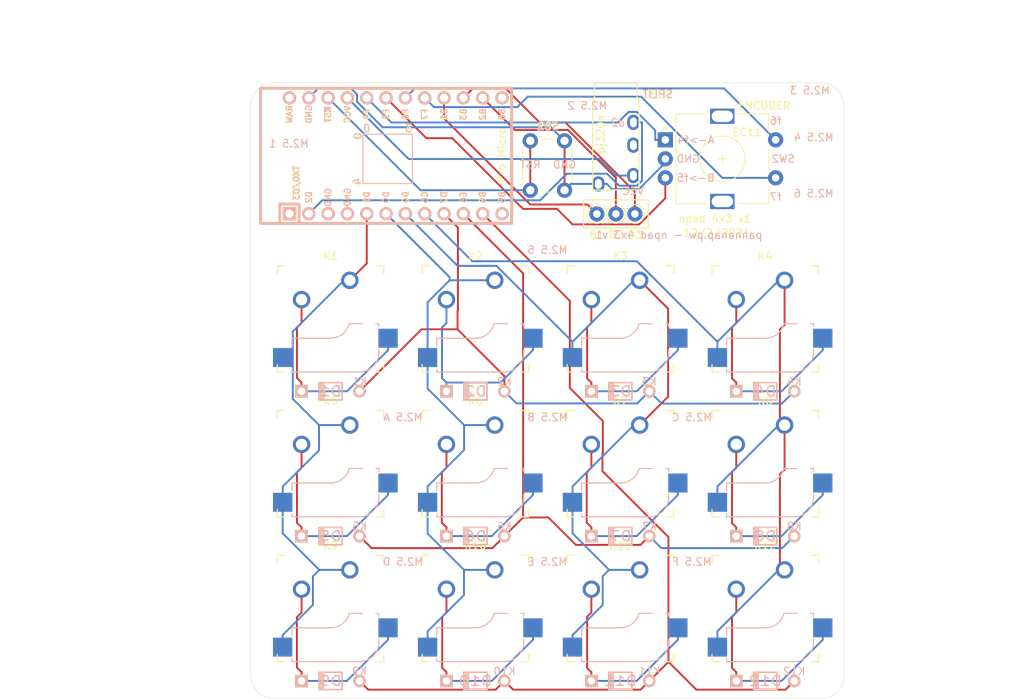
<source format=kicad_pcb>
(kicad_pcb (version 20171130) (host pcbnew "(5.1.9)-1")

  (general
    (thickness 1.6)
    (drawings 126)
    (tracks 285)
    (zones 0)
    (modules 43)
    (nets 38)
  )

  (page A4)
  (layers
    (0 F.Cu signal)
    (31 B.Cu signal)
    (32 B.Adhes user hide)
    (33 F.Adhes user hide)
    (34 B.Paste user)
    (35 F.Paste user)
    (36 B.SilkS user)
    (37 F.SilkS user)
    (38 B.Mask user)
    (39 F.Mask user)
    (40 Dwgs.User user)
    (41 Cmts.User user hide)
    (42 Eco1.User user hide)
    (43 Eco2.User user)
    (44 Edge.Cuts user)
    (45 Margin user)
    (46 B.CrtYd user hide)
    (47 F.CrtYd user hide)
    (48 B.Fab user hide)
    (49 F.Fab user hide)
  )

  (setup
    (last_trace_width 0.25)
    (trace_clearance 0.2)
    (zone_clearance 0.508)
    (zone_45_only no)
    (trace_min 0.2)
    (via_size 0.8)
    (via_drill 0.4)
    (via_min_size 0.4)
    (via_min_drill 0.3)
    (uvia_size 0.3)
    (uvia_drill 0.1)
    (uvias_allowed no)
    (uvia_min_size 0.2)
    (uvia_min_drill 0.1)
    (edge_width 0.05)
    (segment_width 0.2)
    (pcb_text_width 0.3)
    (pcb_text_size 1.5 1.5)
    (mod_edge_width 0.12)
    (mod_text_size 1 1)
    (mod_text_width 0.15)
    (pad_size 2 2)
    (pad_drill 1)
    (pad_to_mask_clearance 0)
    (aux_axis_origin 0 0)
    (grid_origin 89 110)
    (visible_elements 7FFFFFFF)
    (pcbplotparams
      (layerselection 0x010f0_ffffffff)
      (usegerberextensions false)
      (usegerberattributes true)
      (usegerberadvancedattributes true)
      (creategerberjobfile true)
      (excludeedgelayer true)
      (linewidth 0.100000)
      (plotframeref false)
      (viasonmask false)
      (mode 1)
      (useauxorigin false)
      (hpglpennumber 1)
      (hpglpenspeed 20)
      (hpglpendiameter 15.000000)
      (psnegative false)
      (psa4output false)
      (plotreference true)
      (plotvalue true)
      (plotinvisibletext false)
      (padsonsilk false)
      (subtractmaskfromsilk false)
      (outputformat 1)
      (mirror false)
      (drillshape 0)
      (scaleselection 1)
      (outputdirectory "DXF/"))
  )

  (net 0 "")
  (net 1 "Net-(D1-Pad2)")
  (net 2 /row0)
  (net 3 /row1)
  (net 4 "Net-(D2-Pad2)")
  (net 5 "Net-(D3-Pad2)")
  (net 6 /row2)
  (net 7 "Net-(D4-Pad2)")
  (net 8 "Net-(D5-Pad2)")
  (net 9 "Net-(D6-Pad2)")
  (net 10 "Net-(D7-Pad2)")
  (net 11 "Net-(D8-Pad2)")
  (net 12 "Net-(D9-Pad2)")
  (net 13 "Net-(D10-Pad2)")
  (net 14 "Net-(D11-Pad2)")
  (net 15 "Net-(D12-Pad2)")
  (net 16 /col0)
  (net 17 /col1)
  (net 18 /col2)
  (net 19 /col3)
  (net 20 "Net-(SW1-Pad2)")
  (net 21 "Net-(SW1-Pad1)")
  (net 22 "Net-(U1-Pad1)")
  (net 23 "Net-(U1-Pad3)")
  (net 24 "Net-(U1-Pad4)")
  (net 25 "Net-(U1-Pad24)")
  (net 26 /row3)
  (net 27 "Net-(SW2-PadS1)")
  (net 28 "Net-(SW2-PadS2)")
  (net 29 "Net-(SW2-PadB)")
  (net 30 "Net-(SW2-PadA)")
  (net 31 VCC)
  (net 32 /data)
  (net 33 "Net-(U2-Pad3)")
  (net 34 /b3)
  (net 35 /b1)
  (net 36 /b2)
  (net 37 /row4)

  (net_class Default "This is the default net class."
    (clearance 0.2)
    (trace_width 0.25)
    (via_dia 0.8)
    (via_drill 0.4)
    (uvia_dia 0.3)
    (uvia_drill 0.1)
    (add_net /b1)
    (add_net /b2)
    (add_net /b3)
    (add_net /col0)
    (add_net /col1)
    (add_net /col2)
    (add_net /col3)
    (add_net /data)
    (add_net /row0)
    (add_net /row1)
    (add_net /row2)
    (add_net /row3)
    (add_net /row4)
    (add_net "Net-(D1-Pad2)")
    (add_net "Net-(D10-Pad2)")
    (add_net "Net-(D11-Pad2)")
    (add_net "Net-(D12-Pad2)")
    (add_net "Net-(D2-Pad2)")
    (add_net "Net-(D3-Pad2)")
    (add_net "Net-(D4-Pad2)")
    (add_net "Net-(D5-Pad2)")
    (add_net "Net-(D6-Pad2)")
    (add_net "Net-(D7-Pad2)")
    (add_net "Net-(D8-Pad2)")
    (add_net "Net-(D9-Pad2)")
    (add_net "Net-(SW1-Pad1)")
    (add_net "Net-(SW1-Pad2)")
    (add_net "Net-(SW2-PadA)")
    (add_net "Net-(SW2-PadB)")
    (add_net "Net-(SW2-PadS1)")
    (add_net "Net-(SW2-PadS2)")
    (add_net "Net-(U1-Pad1)")
    (add_net "Net-(U1-Pad24)")
    (add_net "Net-(U1-Pad3)")
    (add_net "Net-(U1-Pad4)")
    (add_net "Net-(U2-Pad3)")
    (add_net VCC)
  )

  (module keyswitches:Kailh_socket_MX_optional (layer F.Cu) (tedit 5DD4FC22) (tstamp 601B8013)
    (at 99.4875 98.156)
    (descr "MX-style keyswitch with support for optional Kailh socket")
    (tags MX,cherry,gateron,kailh,pg1511,socket)
    (path /6024A43A)
    (fp_text reference K9 (at 0 -8.255) (layer F.SilkS)
      (effects (font (size 1 1) (thickness 0.15)))
    )
    (fp_text value KEYSW (at 0 8.255) (layer F.Fab)
      (effects (font (size 1 1) (thickness 0.15)))
    )
    (fp_line (start -7 -6) (end -7 -7) (layer F.SilkS) (width 0.15))
    (fp_line (start -7 7) (end -6 7) (layer F.SilkS) (width 0.15))
    (fp_line (start -6 -7) (end -7 -7) (layer F.SilkS) (width 0.15))
    (fp_line (start -7 7) (end -7 6) (layer F.SilkS) (width 0.15))
    (fp_line (start 7 6) (end 7 7) (layer F.SilkS) (width 0.15))
    (fp_line (start 7 -7) (end 6 -7) (layer F.SilkS) (width 0.15))
    (fp_line (start 6 7) (end 7 7) (layer F.SilkS) (width 0.15))
    (fp_line (start 7 -7) (end 7 -6) (layer F.SilkS) (width 0.15))
    (fp_line (start -6.9 6.9) (end 6.9 6.9) (layer Eco2.User) (width 0.15))
    (fp_line (start 6.9 -6.9) (end -6.9 -6.9) (layer Eco2.User) (width 0.15))
    (fp_line (start 6.9 -6.9) (end 6.9 6.9) (layer Eco2.User) (width 0.15))
    (fp_line (start -6.9 6.9) (end -6.9 -6.9) (layer Eco2.User) (width 0.15))
    (fp_line (start -7.5 -7.5) (end 7.5 -7.5) (layer F.Fab) (width 0.15))
    (fp_line (start 7.5 -7.5) (end 7.5 7.5) (layer F.Fab) (width 0.15))
    (fp_line (start 7.5 7.5) (end -7.5 7.5) (layer F.Fab) (width 0.15))
    (fp_line (start -7.5 7.5) (end -7.5 -7.5) (layer F.Fab) (width 0.15))
    (fp_line (start 6.35 4.445) (end 6.35 4.064) (layer B.SilkS) (width 0.15))
    (fp_line (start 6.35 1.016) (end 6.35 0.635) (layer B.SilkS) (width 0.15))
    (fp_line (start 6.35 0.635) (end 5.969 0.635) (layer B.SilkS) (width 0.15))
    (fp_line (start 4.191 0.635) (end 2.54 0.635) (layer B.SilkS) (width 0.15))
    (fp_line (start 0 2.54) (end -5.08 2.54) (layer B.SilkS) (width 0.15))
    (fp_line (start -5.08 2.54) (end -5.08 3.556) (layer B.SilkS) (width 0.15))
    (fp_line (start -5.08 6.604) (end -5.08 6.985) (layer B.SilkS) (width 0.15))
    (fp_line (start -5.08 6.985) (end 3.81 6.985) (layer B.SilkS) (width 0.15))
    (fp_line (start 6.35 4.445) (end 6.35 0.635) (layer B.Fab) (width 0.12))
    (fp_line (start 6.35 0.635) (end 2.54 0.635) (layer B.Fab) (width 0.12))
    (fp_line (start 0 2.54) (end -5.08 2.54) (layer B.Fab) (width 0.12))
    (fp_line (start -5.08 2.54) (end -5.08 6.985) (layer B.Fab) (width 0.12))
    (fp_line (start -5.08 6.985) (end 3.81 6.985) (layer B.Fab) (width 0.12))
    (fp_line (start 6.35 3.81) (end 8.89 3.81) (layer B.Fab) (width 0.12))
    (fp_line (start 8.89 3.81) (end 8.89 1.27) (layer B.Fab) (width 0.12))
    (fp_line (start 8.89 1.27) (end 6.35 1.27) (layer B.Fab) (width 0.12))
    (fp_line (start -5.08 3.81) (end -7.62 3.81) (layer B.Fab) (width 0.12))
    (fp_line (start -7.62 3.81) (end -7.62 6.35) (layer B.Fab) (width 0.12))
    (fp_line (start -7.62 6.35) (end -5.08 6.35) (layer B.Fab) (width 0.12))
    (fp_arc (start 3.81 4.445) (end 3.81 6.985) (angle -90) (layer B.SilkS) (width 0.15))
    (fp_arc (start 0 0) (end 0 2.54) (angle -75.96375653) (layer B.SilkS) (width 0.15))
    (fp_text user %R (at 0 0) (layer F.Fab)
      (effects (font (size 1 1) (thickness 0.15)))
    )
    (fp_text user %R (at 3.81 8.255) (layer B.SilkS)
      (effects (font (size 1 1) (thickness 0.15)) (justify mirror))
    )
    (fp_text user %R (at 1.905 5.08) (layer B.Fab)
      (effects (font (size 1 1) (thickness 0.15)) (justify mirror))
    )
    (fp_arc (start 3.81 4.445) (end 3.81 6.985) (angle -90) (layer B.Fab) (width 0.12))
    (fp_arc (start 0 0) (end 0 2.54) (angle -75.96375653) (layer B.Fab) (width 0.12))
    (fp_text user %V (at 0 8.255) (layer B.Fab)
      (effects (font (size 1 1) (thickness 0.15)) (justify mirror))
    )
    (pad 1 smd rect (at -6.29 5.08) (size 2.55 2.5) (layers B.Cu B.Paste B.Mask)
      (net 16 /col0))
    (pad "" np_thru_hole circle (at -2.54 5.08) (size 3 3) (drill 3) (layers *.Cu *.Mask))
    (pad "" np_thru_hole circle (at 3.81 2.54) (size 3 3) (drill 3) (layers *.Cu *.Mask))
    (pad 1 thru_hole circle (at 2.54 -5.08) (size 2.286 2.286) (drill 1.4986) (layers *.Cu *.Mask)
      (net 16 /col0))
    (pad "" np_thru_hole circle (at 0 0) (size 3.9878 3.9878) (drill 3.9878) (layers *.Cu *.Mask))
    (pad 2 thru_hole circle (at -3.81 -2.54) (size 2.286 2.286) (drill 1.4986) (layers *.Cu *.Mask)
      (net 12 "Net-(D9-Pad2)"))
    (pad "" np_thru_hole circle (at 5.08 0) (size 1.7018 1.7018) (drill 1.7018) (layers *.Cu *.Mask))
    (pad "" np_thru_hole circle (at -5.08 0) (size 1.7018 1.7018) (drill 1.7018) (layers *.Cu *.Mask))
    (pad 2 smd rect (at 7.56 2.54) (size 2.55 2.5) (layers B.Cu B.Paste B.Mask)
      (net 12 "Net-(D9-Pad2)"))
  )

  (module keyswitches:Kailh_socket_MX_optional (layer F.Cu) (tedit 5DD4FC22) (tstamp 601B804A)
    (at 118.538 98.156)
    (descr "MX-style keyswitch with support for optional Kailh socket")
    (tags MX,cherry,gateron,kailh,pg1511,socket)
    (path /6024A444)
    (fp_text reference K10 (at 0 -8.255) (layer F.SilkS)
      (effects (font (size 1 1) (thickness 0.15)))
    )
    (fp_text value KEYSW (at 0 8.255) (layer F.Fab)
      (effects (font (size 1 1) (thickness 0.15)))
    )
    (fp_line (start -7.62 6.35) (end -5.08 6.35) (layer B.Fab) (width 0.12))
    (fp_line (start -7.62 3.81) (end -7.62 6.35) (layer B.Fab) (width 0.12))
    (fp_line (start -5.08 3.81) (end -7.62 3.81) (layer B.Fab) (width 0.12))
    (fp_line (start 8.89 1.27) (end 6.35 1.27) (layer B.Fab) (width 0.12))
    (fp_line (start 8.89 3.81) (end 8.89 1.27) (layer B.Fab) (width 0.12))
    (fp_line (start 6.35 3.81) (end 8.89 3.81) (layer B.Fab) (width 0.12))
    (fp_line (start -5.08 6.985) (end 3.81 6.985) (layer B.Fab) (width 0.12))
    (fp_line (start -5.08 2.54) (end -5.08 6.985) (layer B.Fab) (width 0.12))
    (fp_line (start 0 2.54) (end -5.08 2.54) (layer B.Fab) (width 0.12))
    (fp_line (start 6.35 0.635) (end 2.54 0.635) (layer B.Fab) (width 0.12))
    (fp_line (start 6.35 4.445) (end 6.35 0.635) (layer B.Fab) (width 0.12))
    (fp_line (start -5.08 6.985) (end 3.81 6.985) (layer B.SilkS) (width 0.15))
    (fp_line (start -5.08 6.604) (end -5.08 6.985) (layer B.SilkS) (width 0.15))
    (fp_line (start -5.08 2.54) (end -5.08 3.556) (layer B.SilkS) (width 0.15))
    (fp_line (start 0 2.54) (end -5.08 2.54) (layer B.SilkS) (width 0.15))
    (fp_line (start 4.191 0.635) (end 2.54 0.635) (layer B.SilkS) (width 0.15))
    (fp_line (start 6.35 0.635) (end 5.969 0.635) (layer B.SilkS) (width 0.15))
    (fp_line (start 6.35 1.016) (end 6.35 0.635) (layer B.SilkS) (width 0.15))
    (fp_line (start 6.35 4.445) (end 6.35 4.064) (layer B.SilkS) (width 0.15))
    (fp_line (start -7.5 7.5) (end -7.5 -7.5) (layer F.Fab) (width 0.15))
    (fp_line (start 7.5 7.5) (end -7.5 7.5) (layer F.Fab) (width 0.15))
    (fp_line (start 7.5 -7.5) (end 7.5 7.5) (layer F.Fab) (width 0.15))
    (fp_line (start -7.5 -7.5) (end 7.5 -7.5) (layer F.Fab) (width 0.15))
    (fp_line (start -6.9 6.9) (end -6.9 -6.9) (layer Eco2.User) (width 0.15))
    (fp_line (start 6.9 -6.9) (end 6.9 6.9) (layer Eco2.User) (width 0.15))
    (fp_line (start 6.9 -6.9) (end -6.9 -6.9) (layer Eco2.User) (width 0.15))
    (fp_line (start -6.9 6.9) (end 6.9 6.9) (layer Eco2.User) (width 0.15))
    (fp_line (start 7 -7) (end 7 -6) (layer F.SilkS) (width 0.15))
    (fp_line (start 6 7) (end 7 7) (layer F.SilkS) (width 0.15))
    (fp_line (start 7 -7) (end 6 -7) (layer F.SilkS) (width 0.15))
    (fp_line (start 7 6) (end 7 7) (layer F.SilkS) (width 0.15))
    (fp_line (start -7 7) (end -7 6) (layer F.SilkS) (width 0.15))
    (fp_line (start -6 -7) (end -7 -7) (layer F.SilkS) (width 0.15))
    (fp_line (start -7 7) (end -6 7) (layer F.SilkS) (width 0.15))
    (fp_line (start -7 -6) (end -7 -7) (layer F.SilkS) (width 0.15))
    (fp_text user %V (at 0 8.255) (layer B.Fab)
      (effects (font (size 1 1) (thickness 0.15)) (justify mirror))
    )
    (fp_arc (start 0 0) (end 0 2.54) (angle -75.96375653) (layer B.Fab) (width 0.12))
    (fp_arc (start 3.81 4.445) (end 3.81 6.985) (angle -90) (layer B.Fab) (width 0.12))
    (fp_text user %R (at 1.905 5.08) (layer B.Fab)
      (effects (font (size 1 1) (thickness 0.15)) (justify mirror))
    )
    (fp_text user %R (at 3.81 8.255) (layer B.SilkS)
      (effects (font (size 1 1) (thickness 0.15)) (justify mirror))
    )
    (fp_text user %R (at 0 0) (layer F.Fab)
      (effects (font (size 1 1) (thickness 0.15)))
    )
    (fp_arc (start 0 0) (end 0 2.54) (angle -75.96375653) (layer B.SilkS) (width 0.15))
    (fp_arc (start 3.81 4.445) (end 3.81 6.985) (angle -90) (layer B.SilkS) (width 0.15))
    (pad 2 smd rect (at 7.56 2.54) (size 2.55 2.5) (layers B.Cu B.Paste B.Mask)
      (net 13 "Net-(D10-Pad2)"))
    (pad "" np_thru_hole circle (at -5.08 0) (size 1.7018 1.7018) (drill 1.7018) (layers *.Cu *.Mask))
    (pad "" np_thru_hole circle (at 5.08 0) (size 1.7018 1.7018) (drill 1.7018) (layers *.Cu *.Mask))
    (pad 2 thru_hole circle (at -3.81 -2.54) (size 2.286 2.286) (drill 1.4986) (layers *.Cu *.Mask)
      (net 13 "Net-(D10-Pad2)"))
    (pad "" np_thru_hole circle (at 0 0) (size 3.9878 3.9878) (drill 3.9878) (layers *.Cu *.Mask))
    (pad 1 thru_hole circle (at 2.54 -5.08) (size 2.286 2.286) (drill 1.4986) (layers *.Cu *.Mask)
      (net 17 /col1))
    (pad "" np_thru_hole circle (at 3.81 2.54) (size 3 3) (drill 3) (layers *.Cu *.Mask))
    (pad "" np_thru_hole circle (at -2.54 5.08) (size 3 3) (drill 3) (layers *.Cu *.Mask))
    (pad 1 smd rect (at -6.29 5.08) (size 2.55 2.5) (layers B.Cu B.Paste B.Mask)
      (net 17 /col1))
  )

  (module keyswitches:Kailh_socket_MX_optional (layer F.Cu) (tedit 5DD4FC22) (tstamp 601B8081)
    (at 137.588 98.156)
    (descr "MX-style keyswitch with support for optional Kailh socket")
    (tags MX,cherry,gateron,kailh,pg1511,socket)
    (path /6024A44E)
    (fp_text reference K11 (at 0 -8.255) (layer F.SilkS)
      (effects (font (size 1 1) (thickness 0.15)))
    )
    (fp_text value KEYSW (at 0 8.255) (layer F.Fab)
      (effects (font (size 1 1) (thickness 0.15)))
    )
    (fp_line (start -7 -6) (end -7 -7) (layer F.SilkS) (width 0.15))
    (fp_line (start -7 7) (end -6 7) (layer F.SilkS) (width 0.15))
    (fp_line (start -6 -7) (end -7 -7) (layer F.SilkS) (width 0.15))
    (fp_line (start -7 7) (end -7 6) (layer F.SilkS) (width 0.15))
    (fp_line (start 7 6) (end 7 7) (layer F.SilkS) (width 0.15))
    (fp_line (start 7 -7) (end 6 -7) (layer F.SilkS) (width 0.15))
    (fp_line (start 6 7) (end 7 7) (layer F.SilkS) (width 0.15))
    (fp_line (start 7 -7) (end 7 -6) (layer F.SilkS) (width 0.15))
    (fp_line (start -6.9 6.9) (end 6.9 6.9) (layer Eco2.User) (width 0.15))
    (fp_line (start 6.9 -6.9) (end -6.9 -6.9) (layer Eco2.User) (width 0.15))
    (fp_line (start 6.9 -6.9) (end 6.9 6.9) (layer Eco2.User) (width 0.15))
    (fp_line (start -6.9 6.9) (end -6.9 -6.9) (layer Eco2.User) (width 0.15))
    (fp_line (start -7.5 -7.5) (end 7.5 -7.5) (layer F.Fab) (width 0.15))
    (fp_line (start 7.5 -7.5) (end 7.5 7.5) (layer F.Fab) (width 0.15))
    (fp_line (start 7.5 7.5) (end -7.5 7.5) (layer F.Fab) (width 0.15))
    (fp_line (start -7.5 7.5) (end -7.5 -7.5) (layer F.Fab) (width 0.15))
    (fp_line (start 6.35 4.445) (end 6.35 4.064) (layer B.SilkS) (width 0.15))
    (fp_line (start 6.35 1.016) (end 6.35 0.635) (layer B.SilkS) (width 0.15))
    (fp_line (start 6.35 0.635) (end 5.969 0.635) (layer B.SilkS) (width 0.15))
    (fp_line (start 4.191 0.635) (end 2.54 0.635) (layer B.SilkS) (width 0.15))
    (fp_line (start 0 2.54) (end -5.08 2.54) (layer B.SilkS) (width 0.15))
    (fp_line (start -5.08 2.54) (end -5.08 3.556) (layer B.SilkS) (width 0.15))
    (fp_line (start -5.08 6.604) (end -5.08 6.985) (layer B.SilkS) (width 0.15))
    (fp_line (start -5.08 6.985) (end 3.81 6.985) (layer B.SilkS) (width 0.15))
    (fp_line (start 6.35 4.445) (end 6.35 0.635) (layer B.Fab) (width 0.12))
    (fp_line (start 6.35 0.635) (end 2.54 0.635) (layer B.Fab) (width 0.12))
    (fp_line (start 0 2.54) (end -5.08 2.54) (layer B.Fab) (width 0.12))
    (fp_line (start -5.08 2.54) (end -5.08 6.985) (layer B.Fab) (width 0.12))
    (fp_line (start -5.08 6.985) (end 3.81 6.985) (layer B.Fab) (width 0.12))
    (fp_line (start 6.35 3.81) (end 8.89 3.81) (layer B.Fab) (width 0.12))
    (fp_line (start 8.89 3.81) (end 8.89 1.27) (layer B.Fab) (width 0.12))
    (fp_line (start 8.89 1.27) (end 6.35 1.27) (layer B.Fab) (width 0.12))
    (fp_line (start -5.08 3.81) (end -7.62 3.81) (layer B.Fab) (width 0.12))
    (fp_line (start -7.62 3.81) (end -7.62 6.35) (layer B.Fab) (width 0.12))
    (fp_line (start -7.62 6.35) (end -5.08 6.35) (layer B.Fab) (width 0.12))
    (fp_arc (start 3.81 4.445) (end 3.81 6.985) (angle -90) (layer B.SilkS) (width 0.15))
    (fp_arc (start 0 0) (end 0 2.54) (angle -75.96375653) (layer B.SilkS) (width 0.15))
    (fp_text user %R (at 0 0) (layer F.Fab)
      (effects (font (size 1 1) (thickness 0.15)))
    )
    (fp_text user %R (at 3.81 8.255) (layer B.SilkS)
      (effects (font (size 1 1) (thickness 0.15)) (justify mirror))
    )
    (fp_text user %R (at 1.905 5.08) (layer B.Fab)
      (effects (font (size 1 1) (thickness 0.15)) (justify mirror))
    )
    (fp_arc (start 3.81 4.445) (end 3.81 6.985) (angle -90) (layer B.Fab) (width 0.12))
    (fp_arc (start 0 0) (end 0 2.54) (angle -75.96375653) (layer B.Fab) (width 0.12))
    (fp_text user %V (at 0 8.255) (layer B.Fab)
      (effects (font (size 1 1) (thickness 0.15)) (justify mirror))
    )
    (pad 1 smd rect (at -6.29 5.08) (size 2.55 2.5) (layers B.Cu B.Paste B.Mask)
      (net 18 /col2))
    (pad "" np_thru_hole circle (at -2.54 5.08) (size 3 3) (drill 3) (layers *.Cu *.Mask))
    (pad "" np_thru_hole circle (at 3.81 2.54) (size 3 3) (drill 3) (layers *.Cu *.Mask))
    (pad 1 thru_hole circle (at 2.54 -5.08) (size 2.286 2.286) (drill 1.4986) (layers *.Cu *.Mask)
      (net 18 /col2))
    (pad "" np_thru_hole circle (at 0 0) (size 3.9878 3.9878) (drill 3.9878) (layers *.Cu *.Mask))
    (pad 2 thru_hole circle (at -3.81 -2.54) (size 2.286 2.286) (drill 1.4986) (layers *.Cu *.Mask)
      (net 14 "Net-(D11-Pad2)"))
    (pad "" np_thru_hole circle (at 5.08 0) (size 1.7018 1.7018) (drill 1.7018) (layers *.Cu *.Mask))
    (pad "" np_thru_hole circle (at -5.08 0) (size 1.7018 1.7018) (drill 1.7018) (layers *.Cu *.Mask))
    (pad 2 smd rect (at 7.56 2.54) (size 2.55 2.5) (layers B.Cu B.Paste B.Mask)
      (net 14 "Net-(D11-Pad2)"))
  )

  (module keyswitches:Kailh_socket_MX_optional (layer F.Cu) (tedit 5DD4FC22) (tstamp 601B80B8)
    (at 156.638 98.156)
    (descr "MX-style keyswitch with support for optional Kailh socket")
    (tags MX,cherry,gateron,kailh,pg1511,socket)
    (path /6024A458)
    (fp_text reference K12 (at 0 -8.255) (layer F.SilkS)
      (effects (font (size 1 1) (thickness 0.15)))
    )
    (fp_text value KEYSW (at 0 8.255) (layer F.Fab)
      (effects (font (size 1 1) (thickness 0.15)))
    )
    (fp_line (start -7.62 6.35) (end -5.08 6.35) (layer B.Fab) (width 0.12))
    (fp_line (start -7.62 3.81) (end -7.62 6.35) (layer B.Fab) (width 0.12))
    (fp_line (start -5.08 3.81) (end -7.62 3.81) (layer B.Fab) (width 0.12))
    (fp_line (start 8.89 1.27) (end 6.35 1.27) (layer B.Fab) (width 0.12))
    (fp_line (start 8.89 3.81) (end 8.89 1.27) (layer B.Fab) (width 0.12))
    (fp_line (start 6.35 3.81) (end 8.89 3.81) (layer B.Fab) (width 0.12))
    (fp_line (start -5.08 6.985) (end 3.81 6.985) (layer B.Fab) (width 0.12))
    (fp_line (start -5.08 2.54) (end -5.08 6.985) (layer B.Fab) (width 0.12))
    (fp_line (start 0 2.54) (end -5.08 2.54) (layer B.Fab) (width 0.12))
    (fp_line (start 6.35 0.635) (end 2.54 0.635) (layer B.Fab) (width 0.12))
    (fp_line (start 6.35 4.445) (end 6.35 0.635) (layer B.Fab) (width 0.12))
    (fp_line (start -5.08 6.985) (end 3.81 6.985) (layer B.SilkS) (width 0.15))
    (fp_line (start -5.08 6.604) (end -5.08 6.985) (layer B.SilkS) (width 0.15))
    (fp_line (start -5.08 2.54) (end -5.08 3.556) (layer B.SilkS) (width 0.15))
    (fp_line (start 0 2.54) (end -5.08 2.54) (layer B.SilkS) (width 0.15))
    (fp_line (start 4.191 0.635) (end 2.54 0.635) (layer B.SilkS) (width 0.15))
    (fp_line (start 6.35 0.635) (end 5.969 0.635) (layer B.SilkS) (width 0.15))
    (fp_line (start 6.35 1.016) (end 6.35 0.635) (layer B.SilkS) (width 0.15))
    (fp_line (start 6.35 4.445) (end 6.35 4.064) (layer B.SilkS) (width 0.15))
    (fp_line (start -7.5 7.5) (end -7.5 -7.5) (layer F.Fab) (width 0.15))
    (fp_line (start 7.5 7.5) (end -7.5 7.5) (layer F.Fab) (width 0.15))
    (fp_line (start 7.5 -7.5) (end 7.5 7.5) (layer F.Fab) (width 0.15))
    (fp_line (start -7.5 -7.5) (end 7.5 -7.5) (layer F.Fab) (width 0.15))
    (fp_line (start -6.9 6.9) (end -6.9 -6.9) (layer Eco2.User) (width 0.15))
    (fp_line (start 6.9 -6.9) (end 6.9 6.9) (layer Eco2.User) (width 0.15))
    (fp_line (start 6.9 -6.9) (end -6.9 -6.9) (layer Eco2.User) (width 0.15))
    (fp_line (start -6.9 6.9) (end 6.9 6.9) (layer Eco2.User) (width 0.15))
    (fp_line (start 7 -7) (end 7 -6) (layer F.SilkS) (width 0.15))
    (fp_line (start 6 7) (end 7 7) (layer F.SilkS) (width 0.15))
    (fp_line (start 7 -7) (end 6 -7) (layer F.SilkS) (width 0.15))
    (fp_line (start 7 6) (end 7 7) (layer F.SilkS) (width 0.15))
    (fp_line (start -7 7) (end -7 6) (layer F.SilkS) (width 0.15))
    (fp_line (start -6 -7) (end -7 -7) (layer F.SilkS) (width 0.15))
    (fp_line (start -7 7) (end -6 7) (layer F.SilkS) (width 0.15))
    (fp_line (start -7 -6) (end -7 -7) (layer F.SilkS) (width 0.15))
    (fp_text user %V (at 0 8.255) (layer B.Fab)
      (effects (font (size 1 1) (thickness 0.15)) (justify mirror))
    )
    (fp_arc (start 0 0) (end 0 2.54) (angle -75.96375653) (layer B.Fab) (width 0.12))
    (fp_arc (start 3.81 4.445) (end 3.81 6.985) (angle -90) (layer B.Fab) (width 0.12))
    (fp_text user %R (at 1.905 5.08) (layer B.Fab)
      (effects (font (size 1 1) (thickness 0.15)) (justify mirror))
    )
    (fp_text user %R (at 3.81 8.255) (layer B.SilkS)
      (effects (font (size 1 1) (thickness 0.15)) (justify mirror))
    )
    (fp_text user %R (at 0 0) (layer F.Fab)
      (effects (font (size 1 1) (thickness 0.15)))
    )
    (fp_arc (start 0 0) (end 0 2.54) (angle -75.96375653) (layer B.SilkS) (width 0.15))
    (fp_arc (start 3.81 4.445) (end 3.81 6.985) (angle -90) (layer B.SilkS) (width 0.15))
    (pad 2 smd rect (at 7.56 2.54) (size 2.55 2.5) (layers B.Cu B.Paste B.Mask)
      (net 15 "Net-(D12-Pad2)"))
    (pad "" np_thru_hole circle (at -5.08 0) (size 1.7018 1.7018) (drill 1.7018) (layers *.Cu *.Mask))
    (pad "" np_thru_hole circle (at 5.08 0) (size 1.7018 1.7018) (drill 1.7018) (layers *.Cu *.Mask))
    (pad 2 thru_hole circle (at -3.81 -2.54) (size 2.286 2.286) (drill 1.4986) (layers *.Cu *.Mask)
      (net 15 "Net-(D12-Pad2)"))
    (pad "" np_thru_hole circle (at 0 0) (size 3.9878 3.9878) (drill 3.9878) (layers *.Cu *.Mask))
    (pad 1 thru_hole circle (at 2.54 -5.08) (size 2.286 2.286) (drill 1.4986) (layers *.Cu *.Mask)
      (net 19 /col3))
    (pad "" np_thru_hole circle (at 3.81 2.54) (size 3 3) (drill 3) (layers *.Cu *.Mask))
    (pad "" np_thru_hole circle (at -2.54 5.08) (size 3 3) (drill 3) (layers *.Cu *.Mask))
    (pad 1 smd rect (at -6.29 5.08) (size 2.55 2.5) (layers B.Cu B.Paste B.Mask)
      (net 19 /col3))
  )

  (module Keebio-Parts:Diode (layer B.Cu) (tedit 549B02AC) (tstamp 601AF02C)
    (at 99.4875 107.681 180)
    (path /6024A462)
    (fp_text reference D9 (at 0 0) (layer B.SilkS)
      (effects (font (size 1.27 1.524) (thickness 0.2032)) (justify mirror))
    )
    (fp_text value D (at 0 0) (layer B.SilkS) hide
      (effects (font (size 1.27 1.524) (thickness 0.2032)) (justify mirror))
    )
    (fp_line (start 0.9 -1.1) (end 0.9 1.1) (layer B.SilkS) (width 0.15))
    (fp_line (start 1.1 1.1) (end 1.1 -1.1) (layer B.SilkS) (width 0.15))
    (fp_line (start 1.3 1) (end 1.3 1.1) (layer B.SilkS) (width 0.15))
    (fp_line (start 1.3 1.1) (end 1.3 1) (layer B.SilkS) (width 0.15))
    (fp_line (start 1.3 -1.1) (end 1.3 1) (layer B.SilkS) (width 0.15))
    (fp_line (start -1.524 1.143) (end 1.524 1.143) (layer B.SilkS) (width 0.2032))
    (fp_line (start 1.524 1.143) (end 1.524 -1.143) (layer B.SilkS) (width 0.2032))
    (fp_line (start 1.524 -1.143) (end -1.524 -1.143) (layer B.SilkS) (width 0.2032))
    (fp_line (start -1.524 -1.143) (end -1.524 1.143) (layer B.SilkS) (width 0.2032))
    (pad 1 thru_hole circle (at -3.81 0 180) (size 1.651 1.651) (drill 0.9906) (layers *.Cu *.SilkS *.Mask)
      (net 6 /row2))
    (pad 2 thru_hole rect (at 3.81 0 180) (size 1.651 1.651) (drill 0.9906) (layers *.Cu *.SilkS *.Mask)
      (net 12 "Net-(D9-Pad2)"))
  )

  (module Keebio-Parts:Diode (layer B.Cu) (tedit 549B02AC) (tstamp 601AF03B)
    (at 118.538 107.681 180)
    (path /6024A46C)
    (fp_text reference D10 (at 0 0) (layer B.SilkS)
      (effects (font (size 1.27 1.524) (thickness 0.2032)) (justify mirror))
    )
    (fp_text value D (at 0 0) (layer B.SilkS) hide
      (effects (font (size 1.27 1.524) (thickness 0.2032)) (justify mirror))
    )
    (fp_line (start -1.524 -1.143) (end -1.524 1.143) (layer B.SilkS) (width 0.2032))
    (fp_line (start 1.524 -1.143) (end -1.524 -1.143) (layer B.SilkS) (width 0.2032))
    (fp_line (start 1.524 1.143) (end 1.524 -1.143) (layer B.SilkS) (width 0.2032))
    (fp_line (start -1.524 1.143) (end 1.524 1.143) (layer B.SilkS) (width 0.2032))
    (fp_line (start 1.3 -1.1) (end 1.3 1) (layer B.SilkS) (width 0.15))
    (fp_line (start 1.3 1.1) (end 1.3 1) (layer B.SilkS) (width 0.15))
    (fp_line (start 1.3 1) (end 1.3 1.1) (layer B.SilkS) (width 0.15))
    (fp_line (start 1.1 1.1) (end 1.1 -1.1) (layer B.SilkS) (width 0.15))
    (fp_line (start 0.9 -1.1) (end 0.9 1.1) (layer B.SilkS) (width 0.15))
    (pad 2 thru_hole rect (at 3.81 0 180) (size 1.651 1.651) (drill 0.9906) (layers *.Cu *.SilkS *.Mask)
      (net 13 "Net-(D10-Pad2)"))
    (pad 1 thru_hole circle (at -3.81 0 180) (size 1.651 1.651) (drill 0.9906) (layers *.Cu *.SilkS *.Mask)
      (net 6 /row2))
  )

  (module Keebio-Parts:Diode (layer B.Cu) (tedit 549B02AC) (tstamp 601AF04A)
    (at 137.588 107.681 180)
    (path /6024A476)
    (fp_text reference D11 (at 0 0) (layer B.SilkS)
      (effects (font (size 1.27 1.524) (thickness 0.2032)) (justify mirror))
    )
    (fp_text value D (at 0 0) (layer B.SilkS) hide
      (effects (font (size 1.27 1.524) (thickness 0.2032)) (justify mirror))
    )
    (fp_line (start 0.9 -1.1) (end 0.9 1.1) (layer B.SilkS) (width 0.15))
    (fp_line (start 1.1 1.1) (end 1.1 -1.1) (layer B.SilkS) (width 0.15))
    (fp_line (start 1.3 1) (end 1.3 1.1) (layer B.SilkS) (width 0.15))
    (fp_line (start 1.3 1.1) (end 1.3 1) (layer B.SilkS) (width 0.15))
    (fp_line (start 1.3 -1.1) (end 1.3 1) (layer B.SilkS) (width 0.15))
    (fp_line (start -1.524 1.143) (end 1.524 1.143) (layer B.SilkS) (width 0.2032))
    (fp_line (start 1.524 1.143) (end 1.524 -1.143) (layer B.SilkS) (width 0.2032))
    (fp_line (start 1.524 -1.143) (end -1.524 -1.143) (layer B.SilkS) (width 0.2032))
    (fp_line (start -1.524 -1.143) (end -1.524 1.143) (layer B.SilkS) (width 0.2032))
    (pad 1 thru_hole circle (at -3.81 0 180) (size 1.651 1.651) (drill 0.9906) (layers *.Cu *.SilkS *.Mask)
      (net 6 /row2))
    (pad 2 thru_hole rect (at 3.81 0 180) (size 1.651 1.651) (drill 0.9906) (layers *.Cu *.SilkS *.Mask)
      (net 14 "Net-(D11-Pad2)"))
  )

  (module Keebio-Parts:Diode (layer B.Cu) (tedit 549B02AC) (tstamp 601AF059)
    (at 156.638 107.681 180)
    (path /6024A480)
    (fp_text reference D12 (at 0 0) (layer B.SilkS)
      (effects (font (size 1.27 1.524) (thickness 0.2032)) (justify mirror))
    )
    (fp_text value D (at 0 0) (layer B.SilkS) hide
      (effects (font (size 1.27 1.524) (thickness 0.2032)) (justify mirror))
    )
    (fp_line (start -1.524 -1.143) (end -1.524 1.143) (layer B.SilkS) (width 0.2032))
    (fp_line (start 1.524 -1.143) (end -1.524 -1.143) (layer B.SilkS) (width 0.2032))
    (fp_line (start 1.524 1.143) (end 1.524 -1.143) (layer B.SilkS) (width 0.2032))
    (fp_line (start -1.524 1.143) (end 1.524 1.143) (layer B.SilkS) (width 0.2032))
    (fp_line (start 1.3 -1.1) (end 1.3 1) (layer B.SilkS) (width 0.15))
    (fp_line (start 1.3 1.1) (end 1.3 1) (layer B.SilkS) (width 0.15))
    (fp_line (start 1.3 1) (end 1.3 1.1) (layer B.SilkS) (width 0.15))
    (fp_line (start 1.1 1.1) (end 1.1 -1.1) (layer B.SilkS) (width 0.15))
    (fp_line (start 0.9 -1.1) (end 0.9 1.1) (layer B.SilkS) (width 0.15))
    (pad 2 thru_hole rect (at 3.81 0 180) (size 1.651 1.651) (drill 0.9906) (layers *.Cu *.SilkS *.Mask)
      (net 15 "Net-(D12-Pad2)"))
    (pad 1 thru_hole circle (at -3.81 0 180) (size 1.651 1.651) (drill 0.9906) (layers *.Cu *.SilkS *.Mask)
      (net 6 /row2))
  )

  (module MountingHole:MountingHole_2.7mm_M2.5 (layer F.Cu) (tedit 56D1B4CB) (tstamp 60219DBB)
    (at 109 88.5)
    (descr "Mounting Hole 2.7mm, no annular, M2.5")
    (tags "mounting hole 2.7mm no annular m2.5")
    (attr virtual)
    (fp_text reference "M2.5 D" (at 0 3.5) (layer B.SilkS)
      (effects (font (size 1 1) (thickness 0.15)) (justify mirror))
    )
    (fp_text value MountingHole_2.7mm_M2.5 (at 0 3.7) (layer F.Fab)
      (effects (font (size 1 1) (thickness 0.15)))
    )
    (fp_circle (center 0 0) (end 2.7 0) (layer Cmts.User) (width 0.15))
    (fp_circle (center 0 0) (end 2.95 0) (layer F.CrtYd) (width 0.05))
    (fp_text user %R (at 0.3 0) (layer F.Fab)
      (effects (font (size 1 1) (thickness 0.15)))
    )
    (pad 1 np_thru_hole circle (at 0 0) (size 2.7 2.7) (drill 2.7) (layers *.Cu *.Mask))
  )

  (module MountingHole:MountingHole_2.7mm_M2.5 (layer F.Cu) (tedit 56D1B4CB) (tstamp 60219DE6)
    (at 128 88.5)
    (descr "Mounting Hole 2.7mm, no annular, M2.5")
    (tags "mounting hole 2.7mm no annular m2.5")
    (attr virtual)
    (fp_text reference "M2.5 E" (at 0 3.5) (layer B.SilkS)
      (effects (font (size 1 1) (thickness 0.15)) (justify mirror))
    )
    (fp_text value MountingHole_2.7mm_M2.5 (at 0 3.7) (layer F.Fab)
      (effects (font (size 1 1) (thickness 0.15)))
    )
    (fp_circle (center 0 0) (end 2.7 0) (layer Cmts.User) (width 0.15))
    (fp_circle (center 0 0) (end 2.95 0) (layer F.CrtYd) (width 0.05))
    (fp_text user %R (at 0.3 0) (layer F.Fab)
      (effects (font (size 1 1) (thickness 0.15)))
    )
    (pad 1 np_thru_hole circle (at 0 0) (size 2.7 2.7) (drill 2.7) (layers *.Cu *.Mask))
  )

  (module MountingHole:MountingHole_2.7mm_M2.5 (layer F.Cu) (tedit 56D1B4CB) (tstamp 60219E11)
    (at 147 88.5)
    (descr "Mounting Hole 2.7mm, no annular, M2.5")
    (tags "mounting hole 2.7mm no annular m2.5")
    (attr virtual)
    (fp_text reference "M2.5 F" (at 0 3.5) (layer B.SilkS)
      (effects (font (size 1 1) (thickness 0.15)) (justify mirror))
    )
    (fp_text value MountingHole_2.7mm_M2.5 (at 0 3.7) (layer F.Fab)
      (effects (font (size 1 1) (thickness 0.15)))
    )
    (fp_circle (center 0 0) (end 2.7 0) (layer Cmts.User) (width 0.15))
    (fp_circle (center 0 0) (end 2.95 0) (layer F.CrtYd) (width 0.05))
    (fp_text user %R (at 0.3 0) (layer F.Fab)
      (effects (font (size 1 1) (thickness 0.15)))
    )
    (pad 1 np_thru_hole circle (at 0 0) (size 2.7 2.7) (drill 2.7) (layers *.Cu *.Mask))
  )

  (module Connector_Pin:Pin_D1.0mm_L10.0mm (layer F.Cu) (tedit 6021FB69) (tstamp 60225718)
    (at 137.001 46.25)
    (descr "solder Pin_ diameter 1.0mm, hole diameter 1.0mm (press fit), length 10.0mm")
    (tags "solder Pin_ press fit")
    (fp_text reference B2 (at 0 2.75) (layer F.SilkS)
      (effects (font (size 1 1) (thickness 0.15)))
    )
    (fp_text value Pin_D1.0mm_L10.0mm (at 0 -2.05) (layer F.Fab)
      (effects (font (size 1 1) (thickness 0.15)))
    )
    (fp_circle (center 0 0) (end 1.5 0) (layer F.CrtYd) (width 0.05))
    (fp_circle (center 0 0) (end 0.5 0) (layer F.Fab) (width 0.12))
    (fp_circle (center 0 0) (end 1 0) (layer F.Fab) (width 0.12))
    (fp_circle (center 0 0) (end 1.25 0.05) (layer F.SilkS) (width 0.12))
    (fp_text user %R (at 0 2.25) (layer F.Fab)
      (effects (font (size 1 1) (thickness 0.15)))
    )
    (pad 1 thru_hole circle (at 0 0) (size 2 2) (drill 1) (layers *.Cu *.Mask)
      (net 36 /b2))
    (model ${KISYS3DMOD}/Connector_Pin.3dshapes/Pin_D1.0mm_L10.0mm.wrl
      (at (xyz 0 0 0))
      (scale (xyz 1 1 1))
      (rotate (xyz 0 0 0))
    )
  )

  (module Connector_Pin:Pin_D1.0mm_L10.0mm (layer F.Cu) (tedit 6021FB76) (tstamp 60225706)
    (at 139.501 46.25)
    (descr "solder Pin_ diameter 1.0mm, hole diameter 1.0mm (press fit), length 10.0mm")
    (tags "solder Pin_ press fit")
    (fp_text reference B3 (at -0.000999 2.75) (layer F.SilkS)
      (effects (font (size 1 1) (thickness 0.15)))
    )
    (fp_text value Pin_D1.0mm_L10.0mm (at 0 -2.05) (layer F.Fab)
      (effects (font (size 1 1) (thickness 0.15)))
    )
    (fp_circle (center 0 0) (end 1.25 0.05) (layer F.SilkS) (width 0.12))
    (fp_circle (center 0 0) (end 1 0) (layer F.Fab) (width 0.12))
    (fp_circle (center 0 0) (end 0.5 0) (layer F.Fab) (width 0.12))
    (fp_circle (center 0 0) (end 1.5 0) (layer F.CrtYd) (width 0.05))
    (fp_text user %R (at 0 2.25) (layer F.Fab)
      (effects (font (size 1 1) (thickness 0.15)))
    )
    (pad 1 thru_hole circle (at 0 0) (size 2 2) (drill 1) (layers *.Cu *.Mask)
      (net 34 /b3))
    (model ${KISYS3DMOD}/Connector_Pin.3dshapes/Pin_D1.0mm_L10.0mm.wrl
      (at (xyz 0 0 0))
      (scale (xyz 1 1 1))
      (rotate (xyz 0 0 0))
    )
  )

  (module Connector_Pin:Pin_D1.0mm_L10.0mm (layer F.Cu) (tedit 6021FB0E) (tstamp 602256E8)
    (at 134.501 46.25)
    (descr "solder Pin_ diameter 1.0mm, hole diameter 1.0mm (press fit), length 10.0mm")
    (tags "solder Pin_ press fit")
    (fp_text reference B1 (at 0 2.75) (layer F.SilkS)
      (effects (font (size 1 1) (thickness 0.15)))
    )
    (fp_text value Pin_D1.0mm_L10.0mm (at 0 -2.05) (layer F.Fab)
      (effects (font (size 1 1) (thickness 0.15)))
    )
    (fp_circle (center 0 0) (end 1.5 0) (layer F.CrtYd) (width 0.05))
    (fp_circle (center 0 0) (end 0.5 0) (layer F.Fab) (width 0.12))
    (fp_circle (center 0 0) (end 1 0) (layer F.Fab) (width 0.12))
    (fp_circle (center 0 0) (end 1.25 0.05) (layer F.SilkS) (width 0.12))
    (fp_text user %R (at 0 2.25) (layer F.Fab)
      (effects (font (size 1 1) (thickness 0.15)))
    )
    (pad 1 thru_hole circle (at 0 0) (size 2 2) (drill 1) (layers *.Cu *.Mask)
      (net 35 /b1))
    (model ${KISYS3DMOD}/Connector_Pin.3dshapes/Pin_D1.0mm_L10.0mm.wrl
      (at (xyz 0 0 0))
      (scale (xyz 1 1 1))
      (rotate (xyz 0 0 0))
    )
  )

  (module MountingHole:MountingHole_2.7mm_M2.5 (layer F.Cu) (tedit 56D1B4CB) (tstamp 6021A0A7)
    (at 163 39.875)
    (descr "Mounting Hole 2.7mm, no annular, M2.5")
    (tags "mounting hole 2.7mm no annular m2.5")
    (attr virtual)
    (fp_text reference "M2.5 4" (at 0 -3.7) (layer B.SilkS)
      (effects (font (size 1 1) (thickness 0.15)) (justify mirror))
    )
    (fp_text value MountingHole_2.7mm_M2.5 (at 0 3.7) (layer F.Fab)
      (effects (font (size 1 1) (thickness 0.15)))
    )
    (fp_circle (center 0 0) (end 2.95 0) (layer F.CrtYd) (width 0.05))
    (fp_circle (center 0 0) (end 2.7 0) (layer Cmts.User) (width 0.15))
    (fp_text user %R (at 0.3 0) (layer F.Fab)
      (effects (font (size 1 1) (thickness 0.15)))
    )
    (pad 1 np_thru_hole circle (at 0 0) (size 2.7 2.7) (drill 2.7) (layers *.Cu *.Mask))
  )

  (module MountingHole:MountingHole_2.7mm_M2.5 (layer F.Cu) (tedit 56D1B4CB) (tstamp 6021A098)
    (at 93 39.875)
    (descr "Mounting Hole 2.7mm, no annular, M2.5")
    (tags "mounting hole 2.7mm no annular m2.5")
    (attr virtual)
    (fp_text reference "M2.5 1" (at 1 -2.875) (layer B.SilkS)
      (effects (font (size 1 1) (thickness 0.15)) (justify mirror))
    )
    (fp_text value MountingHole_2.7mm_M2.5 (at 0 3.7) (layer F.Fab)
      (effects (font (size 1 1) (thickness 0.15)))
    )
    (fp_circle (center 0 0) (end 2.95 0) (layer F.CrtYd) (width 0.05))
    (fp_circle (center 0 0) (end 2.7 0) (layer Cmts.User) (width 0.15))
    (fp_text user %R (at 0.3 0) (layer F.Fab)
      (effects (font (size 1 1) (thickness 0.15)))
    )
    (pad 1 np_thru_hole circle (at 0 0) (size 2.7 2.7) (drill 2.7) (layers *.Cu *.Mask))
  )

  (module MountingHole:MountingHole_2.7mm_M2.5 (layer F.Cu) (tedit 56D1B4CB) (tstamp 60219F4D)
    (at 128 47.25)
    (descr "Mounting Hole 2.7mm, no annular, M2.5")
    (tags "mounting hole 2.7mm no annular m2.5")
    (attr virtual)
    (fp_text reference "M2.5 5" (at 0 3.75) (layer B.SilkS)
      (effects (font (size 1 1) (thickness 0.15)) (justify mirror))
    )
    (fp_text value MountingHole_2.7mm_M2.5 (at 0 3.7) (layer F.Fab)
      (effects (font (size 1 1) (thickness 0.15)))
    )
    (fp_circle (center 0 0) (end 2.95 0) (layer F.CrtYd) (width 0.05))
    (fp_circle (center 0 0) (end 2.7 0) (layer Cmts.User) (width 0.15))
    (fp_text user %R (at 0.3 0) (layer F.Fab)
      (effects (font (size 1 1) (thickness 0.15)))
    )
    (pad 1 np_thru_hole circle (at 0 0) (size 2.7 2.7) (drill 2.7) (layers *.Cu *.Mask))
  )

  (module MountingHole:MountingHole_2.7mm_M2.5 (layer F.Cu) (tedit 56D1B4CB) (tstamp 60219F29)
    (at 128 32.5)
    (descr "Mounting Hole 2.7mm, no annular, M2.5")
    (tags "mounting hole 2.7mm no annular m2.5")
    (attr virtual)
    (fp_text reference "M2.5 2" (at 5.25 -0.5) (layer B.SilkS)
      (effects (font (size 1 1) (thickness 0.15)) (justify mirror))
    )
    (fp_text value MountingHole_2.7mm_M2.5 (at 0 3.7) (layer F.Fab)
      (effects (font (size 1 1) (thickness 0.15)))
    )
    (fp_circle (center 0 0) (end 2.7 0) (layer Cmts.User) (width 0.15))
    (fp_circle (center 0 0) (end 2.95 0) (layer F.CrtYd) (width 0.05))
    (fp_text user %R (at 0.3 0) (layer F.Fab)
      (effects (font (size 1 1) (thickness 0.15)))
    )
    (pad 1 np_thru_hole circle (at 0 0) (size 2.7 2.7) (drill 2.7) (layers *.Cu *.Mask))
  )

  (module MountingHole:MountingHole_2.7mm_M2.5 (layer F.Cu) (tedit 56D1B4CB) (tstamp 60219F05)
    (at 163 47.25)
    (descr "Mounting Hole 2.7mm, no annular, M2.5")
    (tags "mounting hole 2.7mm no annular m2.5")
    (attr virtual)
    (fp_text reference "M2.5 6" (at 0 -3.7) (layer B.SilkS)
      (effects (font (size 1 1) (thickness 0.15)) (justify mirror))
    )
    (fp_text value MountingHole_2.7mm_M2.5 (at 0 3.7) (layer F.Fab)
      (effects (font (size 1 1) (thickness 0.15)))
    )
    (fp_circle (center 0 0) (end 2.7 0) (layer Cmts.User) (width 0.15))
    (fp_circle (center 0 0) (end 2.95 0) (layer F.CrtYd) (width 0.05))
    (fp_text user %R (at 0.3 0) (layer F.Fab)
      (effects (font (size 1 1) (thickness 0.15)))
    )
    (pad 1 np_thru_hole circle (at 0 0) (size 2.7 2.7) (drill 2.7) (layers *.Cu *.Mask))
  )

  (module MountingHole:MountingHole_2.7mm_M2.5 (layer F.Cu) (tedit 56D1B4CB) (tstamp 60219EE1)
    (at 163 32.5)
    (descr "Mounting Hole 2.7mm, no annular, M2.5")
    (tags "mounting hole 2.7mm no annular m2.5")
    (attr virtual)
    (fp_text reference "M2.5 3" (at -0.5 -2.5) (layer B.SilkS)
      (effects (font (size 1 1) (thickness 0.15)) (justify mirror))
    )
    (fp_text value MountingHole_2.7mm_M2.5 (at 0 3.7) (layer F.Fab)
      (effects (font (size 1 1) (thickness 0.15)))
    )
    (fp_circle (center 0 0) (end 2.7 0) (layer Cmts.User) (width 0.15))
    (fp_circle (center 0 0) (end 2.95 0) (layer F.CrtYd) (width 0.05))
    (fp_text user %R (at 0.3 0) (layer F.Fab)
      (effects (font (size 1 1) (thickness 0.15)))
    )
    (pad 1 np_thru_hole circle (at 0 0) (size 2.7 2.7) (drill 2.7) (layers *.Cu *.Mask))
  )

  (module MountingHole:MountingHole_2.7mm_M2.5 (layer F.Cu) (tedit 56D1B4CB) (tstamp 60219D90)
    (at 147 69.5)
    (descr "Mounting Hole 2.7mm, no annular, M2.5")
    (tags "mounting hole 2.7mm no annular m2.5")
    (attr virtual)
    (fp_text reference "M2.5 C" (at 0 3.5) (layer B.SilkS)
      (effects (font (size 1 1) (thickness 0.15)) (justify mirror))
    )
    (fp_text value MountingHole_2.7mm_M2.5 (at 0 3.7) (layer F.Fab)
      (effects (font (size 1 1) (thickness 0.15)))
    )
    (fp_circle (center 0 0) (end 2.7 0) (layer Cmts.User) (width 0.15))
    (fp_circle (center 0 0) (end 2.95 0) (layer F.CrtYd) (width 0.05))
    (fp_text user %R (at 0.3 0) (layer F.Fab)
      (effects (font (size 1 1) (thickness 0.15)))
    )
    (pad 1 np_thru_hole circle (at 0 0) (size 2.7 2.7) (drill 2.7) (layers *.Cu *.Mask))
  )

  (module MountingHole:MountingHole_2.7mm_M2.5 (layer F.Cu) (tedit 56D1B4CB) (tstamp 60219D6C)
    (at 128 69.5)
    (descr "Mounting Hole 2.7mm, no annular, M2.5")
    (tags "mounting hole 2.7mm no annular m2.5")
    (attr virtual)
    (fp_text reference "M2.5 B" (at 0 3.5) (layer B.SilkS)
      (effects (font (size 1 1) (thickness 0.15)) (justify mirror))
    )
    (fp_text value MountingHole_2.7mm_M2.5 (at 0 3.7) (layer F.Fab)
      (effects (font (size 1 1) (thickness 0.15)))
    )
    (fp_circle (center 0 0) (end 2.7 0) (layer Cmts.User) (width 0.15))
    (fp_circle (center 0 0) (end 2.95 0) (layer F.CrtYd) (width 0.05))
    (fp_text user %R (at 0.3 0) (layer F.Fab)
      (effects (font (size 1 1) (thickness 0.15)))
    )
    (pad 1 np_thru_hole circle (at 0 0) (size 2.7 2.7) (drill 2.7) (layers *.Cu *.Mask))
  )

  (module MountingHole:MountingHole_2.7mm_M2.5 (layer F.Cu) (tedit 56D1B4CB) (tstamp 60219D48)
    (at 109 69.5)
    (descr "Mounting Hole 2.7mm, no annular, M2.5")
    (tags "mounting hole 2.7mm no annular m2.5")
    (attr virtual)
    (fp_text reference "M2.5 A" (at 0 3.5) (layer B.SilkS)
      (effects (font (size 1 1) (thickness 0.15)) (justify mirror))
    )
    (fp_text value MountingHole_2.7mm_M2.5 (at 0 3.7) (layer F.Fab)
      (effects (font (size 1 1) (thickness 0.15)))
    )
    (fp_circle (center 0 0) (end 2.7 0) (layer Cmts.User) (width 0.15))
    (fp_circle (center 0 0) (end 2.95 0) (layer F.CrtYd) (width 0.05))
    (fp_text user %R (at 0.3 0) (layer F.Fab)
      (effects (font (size 1 1) (thickness 0.15)))
    )
    (pad 1 np_thru_hole circle (at 0 0) (size 2.7 2.7) (drill 2.7) (layers *.Cu *.Mask))
  )

  (module Keebio-Parts:ArduinoProMicro (layer F.Cu) (tedit 5B307E4C) (tstamp 601AF3DA)
    (at 108.06 38.6)
    (path /602A80B4)
    (fp_text reference U1 (at 0 1.625) (layer F.SilkS) hide
      (effects (font (size 1.27 1.524) (thickness 0.2032)))
    )
    (fp_text value ProMicro (at 0 0) (layer F.SilkS) hide
      (effects (font (size 1.27 1.524) (thickness 0.2032)))
    )
    (fp_line (start -12.7 6.35) (end -12.7 8.89) (layer B.SilkS) (width 0.381))
    (fp_line (start -15.24 6.35) (end -12.7 6.35) (layer B.SilkS) (width 0.381))
    (fp_line (start -15.24 8.89) (end 15.24 8.89) (layer F.SilkS) (width 0.381))
    (fp_line (start 15.24 8.89) (end 15.24 -8.89) (layer F.SilkS) (width 0.381))
    (fp_line (start 15.24 -8.89) (end -15.24 -8.89) (layer F.SilkS) (width 0.381))
    (fp_line (start -15.24 6.35) (end -12.7 6.35) (layer F.SilkS) (width 0.381))
    (fp_line (start -12.7 6.35) (end -12.7 8.89) (layer F.SilkS) (width 0.381))
    (fp_poly (pts (xy -9.36064 -4.931568) (xy -9.06064 -4.931568) (xy -9.06064 -4.831568) (xy -9.36064 -4.831568)) (layer F.SilkS) (width 0.15))
    (fp_poly (pts (xy -8.96064 -4.731568) (xy -8.86064 -4.731568) (xy -8.86064 -4.631568) (xy -8.96064 -4.631568)) (layer F.SilkS) (width 0.15))
    (fp_poly (pts (xy -9.36064 -4.931568) (xy -9.26064 -4.931568) (xy -9.26064 -4.431568) (xy -9.36064 -4.431568)) (layer F.SilkS) (width 0.15))
    (fp_poly (pts (xy -9.36064 -4.531568) (xy -8.56064 -4.531568) (xy -8.56064 -4.431568) (xy -9.36064 -4.431568)) (layer F.SilkS) (width 0.15))
    (fp_poly (pts (xy -8.76064 -4.931568) (xy -8.56064 -4.931568) (xy -8.56064 -4.831568) (xy -8.76064 -4.831568)) (layer F.SilkS) (width 0.15))
    (fp_poly (pts (xy -8.95097 -6.044635) (xy -8.85097 -6.044635) (xy -8.85097 -6.144635) (xy -8.95097 -6.144635)) (layer B.SilkS) (width 0.15))
    (fp_poly (pts (xy -9.35097 -6.244635) (xy -8.55097 -6.244635) (xy -8.55097 -6.344635) (xy -9.35097 -6.344635)) (layer B.SilkS) (width 0.15))
    (fp_poly (pts (xy -8.75097 -5.844635) (xy -8.55097 -5.844635) (xy -8.55097 -5.944635) (xy -8.75097 -5.944635)) (layer B.SilkS) (width 0.15))
    (fp_poly (pts (xy -9.35097 -5.844635) (xy -9.05097 -5.844635) (xy -9.05097 -5.944635) (xy -9.35097 -5.944635)) (layer B.SilkS) (width 0.15))
    (fp_poly (pts (xy -9.35097 -5.844635) (xy -9.25097 -5.844635) (xy -9.25097 -6.344635) (xy -9.35097 -6.344635)) (layer B.SilkS) (width 0.15))
    (fp_line (start 15.24 -8.89) (end -17.78 -8.89) (layer B.SilkS) (width 0.381))
    (fp_line (start 15.24 8.89) (end 15.24 -8.89) (layer B.SilkS) (width 0.381))
    (fp_line (start -17.78 8.89) (end 15.24 8.89) (layer B.SilkS) (width 0.381))
    (fp_line (start -17.78 -8.89) (end -17.78 8.89) (layer B.SilkS) (width 0.381))
    (fp_line (start -15.24 -8.89) (end -17.78 -8.89) (layer F.SilkS) (width 0.381))
    (fp_line (start -17.78 -8.89) (end -17.78 8.89) (layer F.SilkS) (width 0.381))
    (fp_line (start -17.78 8.89) (end -15.24 8.89) (layer F.SilkS) (width 0.381))
    (fp_line (start -14.224 -3.556) (end -14.224 3.81) (layer Dwgs.User) (width 0.2))
    (fp_line (start -14.224 3.81) (end -19.304 3.81) (layer Dwgs.User) (width 0.2))
    (fp_line (start -19.304 3.81) (end -19.304 -3.556) (layer Dwgs.User) (width 0.2))
    (fp_line (start -19.304 -3.556) (end -14.224 -3.556) (layer Dwgs.User) (width 0.2))
    (fp_line (start -15.24 6.35) (end -15.24 8.89) (layer B.SilkS) (width 0.381))
    (fp_line (start -15.24 6.35) (end -15.24 8.89) (layer F.SilkS) (width 0.381))
    (fp_text user D2 (at -11.43 5.461 90) (layer B.SilkS)
      (effects (font (size 0.8 0.8) (thickness 0.15)) (justify mirror))
    )
    (fp_text user D0 (at -1.27 5.461 90) (layer B.SilkS)
      (effects (font (size 0.8 0.8) (thickness 0.15)) (justify mirror))
    )
    (fp_text user D1 (at -3.81 5.461 90) (layer B.SilkS)
      (effects (font (size 0.8 0.8) (thickness 0.15)) (justify mirror))
    )
    (fp_text user GND (at -6.35 5.461 90) (layer B.SilkS)
      (effects (font (size 0.8 0.8) (thickness 0.15)) (justify mirror))
    )
    (fp_text user GND (at -8.89 5.461 90) (layer B.SilkS)
      (effects (font (size 0.8 0.8) (thickness 0.15)) (justify mirror))
    )
    (fp_text user D4 (at 1.27 5.461 90) (layer B.SilkS)
      (effects (font (size 0.8 0.8) (thickness 0.15)) (justify mirror))
    )
    (fp_text user C6 (at 3.81 5.461 90) (layer B.SilkS)
      (effects (font (size 0.8 0.8) (thickness 0.15)) (justify mirror))
    )
    (fp_text user D7 (at 6.35 5.461 90) (layer B.SilkS)
      (effects (font (size 0.8 0.8) (thickness 0.15)) (justify mirror))
    )
    (fp_text user E6 (at 8.89 5.461 90) (layer B.SilkS)
      (effects (font (size 0.8 0.8) (thickness 0.15)) (justify mirror))
    )
    (fp_text user B4 (at 11.43 5.461 90) (layer B.SilkS)
      (effects (font (size 0.8 0.8) (thickness 0.15)) (justify mirror))
    )
    (fp_text user B5 (at 13.97 5.461 90) (layer B.SilkS)
      (effects (font (size 0.8 0.8) (thickness 0.15)) (justify mirror))
    )
    (fp_text user B6 (at 13.97 -5.461 90) (layer B.SilkS)
      (effects (font (size 0.8 0.8) (thickness 0.15)) (justify mirror))
    )
    (fp_text user B2 (at 11.43 -5.461 90) (layer F.SilkS)
      (effects (font (size 0.8 0.8) (thickness 0.15)))
    )
    (fp_text user B3 (at 8.89 -5.461 90) (layer B.SilkS)
      (effects (font (size 0.8 0.8) (thickness 0.15)) (justify mirror))
    )
    (fp_text user B1 (at 6.35 -5.461 90) (layer B.SilkS)
      (effects (font (size 0.8 0.8) (thickness 0.15)) (justify mirror))
    )
    (fp_text user F7 (at 3.81 -5.461 90) (layer F.SilkS)
      (effects (font (size 0.8 0.8) (thickness 0.15)))
    )
    (fp_text user F6 (at 1.27 -5.461 90) (layer F.SilkS)
      (effects (font (size 0.8 0.8) (thickness 0.15)))
    )
    (fp_text user F5 (at -1.27 -5.461 90) (layer F.SilkS)
      (effects (font (size 0.8 0.8) (thickness 0.15)))
    )
    (fp_text user F4 (at -3.81 -5.461 90) (layer B.SilkS)
      (effects (font (size 0.8 0.8) (thickness 0.15)) (justify mirror))
    )
    (fp_text user VCC (at -6.35 -5.461 90) (layer B.SilkS)
      (effects (font (size 0.8 0.8) (thickness 0.15)) (justify mirror))
    )
    (fp_text user GND (at -11.43 -5.461 90) (layer B.SilkS)
      (effects (font (size 0.8 0.8) (thickness 0.15)) (justify mirror))
    )
    (fp_text user RAW (at -13.97 -5.461 90) (layer B.SilkS)
      (effects (font (size 0.8 0.8) (thickness 0.15)) (justify mirror))
    )
    (fp_text user RAW (at -13.97 -5.461 90) (layer F.SilkS)
      (effects (font (size 0.8 0.8) (thickness 0.15)))
    )
    (fp_text user GND (at -11.43 -5.461 90) (layer F.SilkS)
      (effects (font (size 0.8 0.8) (thickness 0.15)))
    )
    (fp_text user ST (at -8.92 -5.73312 90) (layer F.SilkS)
      (effects (font (size 0.8 0.8) (thickness 0.15)))
    )
    (fp_text user VCC (at -6.35 -5.461 90) (layer F.SilkS)
      (effects (font (size 0.8 0.8) (thickness 0.15)))
    )
    (fp_text user F4 (at -3.81 -5.461 90) (layer F.SilkS)
      (effects (font (size 0.8 0.8) (thickness 0.15)))
    )
    (fp_text user F5 (at -1.27 -5.461 90) (layer B.SilkS)
      (effects (font (size 0.8 0.8) (thickness 0.15)) (justify mirror))
    )
    (fp_text user F6 (at 1.27 -5.461 90) (layer B.SilkS)
      (effects (font (size 0.8 0.8) (thickness 0.15)) (justify mirror))
    )
    (fp_text user F7 (at 3.81 -5.461 90) (layer B.SilkS)
      (effects (font (size 0.8 0.8) (thickness 0.15)) (justify mirror))
    )
    (fp_text user B1 (at 6.35 -5.461 90) (layer F.SilkS)
      (effects (font (size 0.8 0.8) (thickness 0.15)))
    )
    (fp_text user B3 (at 8.89 -5.461 90) (layer F.SilkS)
      (effects (font (size 0.8 0.8) (thickness 0.15)))
    )
    (fp_text user B2 (at 11.43 -5.461 90) (layer B.SilkS)
      (effects (font (size 0.8 0.8) (thickness 0.15)) (justify mirror))
    )
    (fp_text user B6 (at 13.97 -5.461 90) (layer F.SilkS)
      (effects (font (size 0.8 0.8) (thickness 0.15)))
    )
    (fp_text user B5 (at 13.97 5.461 90) (layer F.SilkS)
      (effects (font (size 0.8 0.8) (thickness 0.15)))
    )
    (fp_text user B4 (at 11.43 5.461 90) (layer F.SilkS)
      (effects (font (size 0.8 0.8) (thickness 0.15)))
    )
    (fp_text user E6 (at 8.89 5.461 90) (layer F.SilkS)
      (effects (font (size 0.8 0.8) (thickness 0.15)))
    )
    (fp_text user D7 (at 6.35 5.461 90) (layer F.SilkS)
      (effects (font (size 0.8 0.8) (thickness 0.15)))
    )
    (fp_text user C6 (at 3.81 5.461 90) (layer F.SilkS)
      (effects (font (size 0.8 0.8) (thickness 0.15)))
    )
    (fp_text user D4 (at 1.27 5.461 90) (layer F.SilkS)
      (effects (font (size 0.8 0.8) (thickness 0.15)))
    )
    (fp_text user GND (at -8.89 5.461 90) (layer F.SilkS)
      (effects (font (size 0.8 0.8) (thickness 0.15)))
    )
    (fp_text user GND (at -6.35 5.461 90) (layer F.SilkS)
      (effects (font (size 0.8 0.8) (thickness 0.15)))
    )
    (fp_text user D1 (at -3.81 5.461 90) (layer F.SilkS)
      (effects (font (size 0.8 0.8) (thickness 0.15)))
    )
    (fp_text user D0 (at -1.27 5.461 90) (layer F.SilkS)
      (effects (font (size 0.8 0.8) (thickness 0.15)))
    )
    (fp_text user D2 (at -11.43 5.461 90) (layer F.SilkS)
      (effects (font (size 0.8 0.8) (thickness 0.15)))
    )
    (fp_text user TX0/D3 (at -13.06 3.571872 90) (layer B.SilkS)
      (effects (font (size 0.8 0.8) (thickness 0.15)) (justify mirror))
    )
    (fp_text user TX0/D3 (at -13.06 3.571872 90) (layer F.SilkS)
      (effects (font (size 0.8 0.8) (thickness 0.15)))
    )
    (fp_text user ST (at -8.91 -5.04 90) (layer B.SilkS)
      (effects (font (size 0.8 0.8) (thickness 0.15)) (justify mirror))
    )
    (pad 1 thru_hole rect (at -13.97 7.62) (size 1.7526 1.7526) (drill 1.0922) (layers *.Cu *.SilkS *.Mask)
      (net 22 "Net-(U1-Pad1)"))
    (pad 2 thru_hole circle (at -11.43 7.62) (size 1.7526 1.7526) (drill 1.0922) (layers *.Cu *.SilkS *.Mask)
      (net 32 /data))
    (pad 3 thru_hole circle (at -8.89 7.62) (size 1.7526 1.7526) (drill 1.0922) (layers *.Cu *.SilkS *.Mask)
      (net 23 "Net-(U1-Pad3)"))
    (pad 4 thru_hole circle (at -6.35 7.62) (size 1.7526 1.7526) (drill 1.0922) (layers *.Cu *.SilkS *.Mask)
      (net 24 "Net-(U1-Pad4)"))
    (pad 5 thru_hole circle (at -3.81 7.62) (size 1.7526 1.7526) (drill 1.0922) (layers *.Cu *.SilkS *.Mask)
      (net 16 /col0))
    (pad 6 thru_hole circle (at -1.27 7.62) (size 1.7526 1.7526) (drill 1.0922) (layers *.Cu *.SilkS *.Mask)
      (net 17 /col1))
    (pad 7 thru_hole circle (at 1.27 7.62) (size 1.7526 1.7526) (drill 1.0922) (layers *.Cu *.SilkS *.Mask)
      (net 18 /col2))
    (pad 8 thru_hole circle (at 3.81 7.62) (size 1.7526 1.7526) (drill 1.0922) (layers *.Cu *.SilkS *.Mask)
      (net 19 /col3))
    (pad 9 thru_hole circle (at 6.35 7.62) (size 1.7526 1.7526) (drill 1.0922) (layers *.Cu *.SilkS *.Mask)
      (net 2 /row0))
    (pad 10 thru_hole circle (at 8.89 7.62) (size 1.7526 1.7526) (drill 1.0922) (layers *.Cu *.SilkS *.Mask)
      (net 3 /row1))
    (pad 11 thru_hole circle (at 11.43 7.62) (size 1.7526 1.7526) (drill 1.0922) (layers *.Cu *.SilkS *.Mask)
      (net 6 /row2))
    (pad 13 thru_hole circle (at 13.97 -7.62) (size 1.7526 1.7526) (drill 1.0922) (layers *.Cu *.SilkS *.Mask)
      (net 37 /row4))
    (pad 14 thru_hole circle (at 11.43 -7.62) (size 1.7526 1.7526) (drill 1.0922) (layers *.Cu *.SilkS *.Mask)
      (net 36 /b2))
    (pad 15 thru_hole circle (at 8.89 -7.62) (size 1.7526 1.7526) (drill 1.0922) (layers *.Cu *.SilkS *.Mask)
      (net 34 /b3))
    (pad 16 thru_hole circle (at 6.35 -7.62) (size 1.7526 1.7526) (drill 1.0922) (layers *.Cu *.SilkS *.Mask)
      (net 35 /b1))
    (pad 17 thru_hole circle (at 3.81 -7.62) (size 1.7526 1.7526) (drill 1.0922) (layers *.Cu *.SilkS *.Mask)
      (net 27 "Net-(SW2-PadS1)"))
    (pad 18 thru_hole circle (at 1.27 -7.62) (size 1.7526 1.7526) (drill 1.0922) (layers *.Cu *.SilkS *.Mask)
      (net 28 "Net-(SW2-PadS2)"))
    (pad 19 thru_hole circle (at -1.27 -7.62) (size 1.7526 1.7526) (drill 1.0922) (layers *.Cu *.SilkS *.Mask)
      (net 29 "Net-(SW2-PadB)"))
    (pad 20 thru_hole circle (at -3.81 -7.62) (size 1.7526 1.7526) (drill 1.0922) (layers *.Cu *.SilkS *.Mask)
      (net 30 "Net-(SW2-PadA)"))
    (pad 21 thru_hole circle (at -6.35 -7.62) (size 1.7526 1.7526) (drill 1.0922) (layers *.Cu *.SilkS *.Mask)
      (net 31 VCC))
    (pad 22 thru_hole circle (at -8.89 -7.62) (size 1.7526 1.7526) (drill 1.0922) (layers *.Cu *.SilkS *.Mask)
      (net 20 "Net-(SW1-Pad2)"))
    (pad 23 thru_hole circle (at -11.43 -7.62) (size 1.7526 1.7526) (drill 1.0922) (layers *.Cu *.SilkS *.Mask)
      (net 21 "Net-(SW1-Pad1)"))
    (pad 12 thru_hole circle (at 13.97 7.62) (size 1.7526 1.7526) (drill 1.0922) (layers *.Cu *.SilkS *.Mask)
      (net 26 /row3))
    (pad 24 thru_hole circle (at -13.97 -7.62) (size 1.7526 1.7526) (drill 1.0922) (layers *.Cu *.SilkS *.Mask)
      (net 25 "Net-(U1-Pad24)"))
    (model /Users/danny/Documents/proj/custom-keyboard/kicad-libs/3d_models/ArduinoProMicro.wrl
      (offset (xyz -13.96999979019165 -7.619999885559082 -5.841999912261963))
      (scale (xyz 0.395 0.395 0.395))
      (rotate (xyz 90 180 180))
    )
  )

  (module keyswitches:Kailh_socket_MX_optional (layer F.Cu) (tedit 5DD4FC22) (tstamp 601B7EC9)
    (at 137.588 60.0562)
    (descr "MX-style keyswitch with support for optional Kailh socket")
    (tags MX,cherry,gateron,kailh,pg1511,socket)
    (path /601E4D4C)
    (fp_text reference K3 (at 0 -8.255) (layer F.SilkS)
      (effects (font (size 1 1) (thickness 0.15)))
    )
    (fp_text value KEYSW (at 0 8.255) (layer F.Fab)
      (effects (font (size 1 1) (thickness 0.15)))
    )
    (fp_line (start -7.62 6.35) (end -5.08 6.35) (layer B.Fab) (width 0.12))
    (fp_line (start -7.62 3.81) (end -7.62 6.35) (layer B.Fab) (width 0.12))
    (fp_line (start -5.08 3.81) (end -7.62 3.81) (layer B.Fab) (width 0.12))
    (fp_line (start 8.89 1.27) (end 6.35 1.27) (layer B.Fab) (width 0.12))
    (fp_line (start 8.89 3.81) (end 8.89 1.27) (layer B.Fab) (width 0.12))
    (fp_line (start 6.35 3.81) (end 8.89 3.81) (layer B.Fab) (width 0.12))
    (fp_line (start -5.08 6.985) (end 3.81 6.985) (layer B.Fab) (width 0.12))
    (fp_line (start -5.08 2.54) (end -5.08 6.985) (layer B.Fab) (width 0.12))
    (fp_line (start 0 2.54) (end -5.08 2.54) (layer B.Fab) (width 0.12))
    (fp_line (start 6.35 0.635) (end 2.54 0.635) (layer B.Fab) (width 0.12))
    (fp_line (start 6.35 4.445) (end 6.35 0.635) (layer B.Fab) (width 0.12))
    (fp_line (start -5.08 6.985) (end 3.81 6.985) (layer B.SilkS) (width 0.15))
    (fp_line (start -5.08 6.604) (end -5.08 6.985) (layer B.SilkS) (width 0.15))
    (fp_line (start -5.08 2.54) (end -5.08 3.556) (layer B.SilkS) (width 0.15))
    (fp_line (start 0 2.54) (end -5.08 2.54) (layer B.SilkS) (width 0.15))
    (fp_line (start 4.191 0.635) (end 2.54 0.635) (layer B.SilkS) (width 0.15))
    (fp_line (start 6.35 0.635) (end 5.969 0.635) (layer B.SilkS) (width 0.15))
    (fp_line (start 6.35 1.016) (end 6.35 0.635) (layer B.SilkS) (width 0.15))
    (fp_line (start 6.35 4.445) (end 6.35 4.064) (layer B.SilkS) (width 0.15))
    (fp_line (start -7.5 7.5) (end -7.5 -7.5) (layer F.Fab) (width 0.15))
    (fp_line (start 7.5 7.5) (end -7.5 7.5) (layer F.Fab) (width 0.15))
    (fp_line (start 7.5 -7.5) (end 7.5 7.5) (layer F.Fab) (width 0.15))
    (fp_line (start -7.5 -7.5) (end 7.5 -7.5) (layer F.Fab) (width 0.15))
    (fp_line (start -6.9 6.9) (end -6.9 -6.9) (layer Eco2.User) (width 0.15))
    (fp_line (start 6.9 -6.9) (end 6.9 6.9) (layer Eco2.User) (width 0.15))
    (fp_line (start 6.9 -6.9) (end -6.9 -6.9) (layer Eco2.User) (width 0.15))
    (fp_line (start -6.9 6.9) (end 6.9 6.9) (layer Eco2.User) (width 0.15))
    (fp_line (start 7 -7) (end 7 -6) (layer F.SilkS) (width 0.15))
    (fp_line (start 6 7) (end 7 7) (layer F.SilkS) (width 0.15))
    (fp_line (start 7 -7) (end 6 -7) (layer F.SilkS) (width 0.15))
    (fp_line (start 7 6) (end 7 7) (layer F.SilkS) (width 0.15))
    (fp_line (start -7 7) (end -7 6) (layer F.SilkS) (width 0.15))
    (fp_line (start -6 -7) (end -7 -7) (layer F.SilkS) (width 0.15))
    (fp_line (start -7 7) (end -6 7) (layer F.SilkS) (width 0.15))
    (fp_line (start -7 -6) (end -7 -7) (layer F.SilkS) (width 0.15))
    (fp_text user %V (at 0 8.255) (layer B.Fab)
      (effects (font (size 1 1) (thickness 0.15)) (justify mirror))
    )
    (fp_arc (start 0 0) (end 0 2.54) (angle -75.96375653) (layer B.Fab) (width 0.12))
    (fp_arc (start 3.81 4.445) (end 3.81 6.985) (angle -90) (layer B.Fab) (width 0.12))
    (fp_text user %R (at 1.905 5.08) (layer B.Fab)
      (effects (font (size 1 1) (thickness 0.15)) (justify mirror))
    )
    (fp_text user %R (at 3.81 8.255) (layer B.SilkS)
      (effects (font (size 1 1) (thickness 0.15)) (justify mirror))
    )
    (fp_text user %R (at 0 0) (layer F.Fab)
      (effects (font (size 1 1) (thickness 0.15)))
    )
    (fp_arc (start 0 0) (end 0 2.54) (angle -75.96375653) (layer B.SilkS) (width 0.15))
    (fp_arc (start 3.81 4.445) (end 3.81 6.985) (angle -90) (layer B.SilkS) (width 0.15))
    (pad 2 smd rect (at 7.56 2.54) (size 2.55 2.5) (layers B.Cu B.Paste B.Mask)
      (net 5 "Net-(D3-Pad2)"))
    (pad "" np_thru_hole circle (at -5.08 0) (size 1.7018 1.7018) (drill 1.7018) (layers *.Cu *.Mask))
    (pad "" np_thru_hole circle (at 5.08 0) (size 1.7018 1.7018) (drill 1.7018) (layers *.Cu *.Mask))
    (pad 2 thru_hole circle (at -3.81 -2.54) (size 2.286 2.286) (drill 1.4986) (layers *.Cu *.Mask)
      (net 5 "Net-(D3-Pad2)"))
    (pad "" np_thru_hole circle (at 0 0) (size 3.9878 3.9878) (drill 3.9878) (layers *.Cu *.Mask))
    (pad 1 thru_hole circle (at 2.54 -5.08) (size 2.286 2.286) (drill 1.4986) (layers *.Cu *.Mask)
      (net 18 /col2))
    (pad "" np_thru_hole circle (at 3.81 2.54) (size 3 3) (drill 3) (layers *.Cu *.Mask))
    (pad "" np_thru_hole circle (at -2.54 5.08) (size 3 3) (drill 3) (layers *.Cu *.Mask))
    (pad 1 smd rect (at -6.29 5.08) (size 2.55 2.5) (layers B.Cu B.Paste B.Mask)
      (net 18 /col2))
  )

  (module keyswitches:Kailh_socket_MX_optional (layer F.Cu) (tedit 5DD4FC22) (tstamp 601B7E5B)
    (at 99.4875 60.0562)
    (descr "MX-style keyswitch with support for optional Kailh socket")
    (tags MX,cherry,gateron,kailh,pg1511,socket)
    (path /601E35E7)
    (fp_text reference K1 (at 0 -8.255) (layer F.SilkS)
      (effects (font (size 1 1) (thickness 0.15)))
    )
    (fp_text value KEYSW (at 0 8.255) (layer F.Fab)
      (effects (font (size 1 1) (thickness 0.15)))
    )
    (fp_line (start -7.62 6.35) (end -5.08 6.35) (layer B.Fab) (width 0.12))
    (fp_line (start -7.62 3.81) (end -7.62 6.35) (layer B.Fab) (width 0.12))
    (fp_line (start -5.08 3.81) (end -7.62 3.81) (layer B.Fab) (width 0.12))
    (fp_line (start 8.89 1.27) (end 6.35 1.27) (layer B.Fab) (width 0.12))
    (fp_line (start 8.89 3.81) (end 8.89 1.27) (layer B.Fab) (width 0.12))
    (fp_line (start 6.35 3.81) (end 8.89 3.81) (layer B.Fab) (width 0.12))
    (fp_line (start -5.08 6.985) (end 3.81 6.985) (layer B.Fab) (width 0.12))
    (fp_line (start -5.08 2.54) (end -5.08 6.985) (layer B.Fab) (width 0.12))
    (fp_line (start 0 2.54) (end -5.08 2.54) (layer B.Fab) (width 0.12))
    (fp_line (start 6.35 0.635) (end 2.54 0.635) (layer B.Fab) (width 0.12))
    (fp_line (start 6.35 4.445) (end 6.35 0.635) (layer B.Fab) (width 0.12))
    (fp_line (start -5.08 6.985) (end 3.81 6.985) (layer B.SilkS) (width 0.15))
    (fp_line (start -5.08 6.604) (end -5.08 6.985) (layer B.SilkS) (width 0.15))
    (fp_line (start -5.08 2.54) (end -5.08 3.556) (layer B.SilkS) (width 0.15))
    (fp_line (start 0 2.54) (end -5.08 2.54) (layer B.SilkS) (width 0.15))
    (fp_line (start 4.191 0.635) (end 2.54 0.635) (layer B.SilkS) (width 0.15))
    (fp_line (start 6.35 0.635) (end 5.969 0.635) (layer B.SilkS) (width 0.15))
    (fp_line (start 6.35 1.016) (end 6.35 0.635) (layer B.SilkS) (width 0.15))
    (fp_line (start 6.35 4.445) (end 6.35 4.064) (layer B.SilkS) (width 0.15))
    (fp_line (start -7.5 7.5) (end -7.5 -7.5) (layer F.Fab) (width 0.15))
    (fp_line (start 7.5 7.5) (end -7.5 7.5) (layer F.Fab) (width 0.15))
    (fp_line (start 7.5 -7.5) (end 7.5 7.5) (layer F.Fab) (width 0.15))
    (fp_line (start -7.5 -7.5) (end 7.5 -7.5) (layer F.Fab) (width 0.15))
    (fp_line (start -6.9 6.9) (end -6.9 -6.9) (layer Eco2.User) (width 0.15))
    (fp_line (start 6.9 -6.9) (end 6.9 6.9) (layer Eco2.User) (width 0.15))
    (fp_line (start 6.9 -6.9) (end -6.9 -6.9) (layer Eco2.User) (width 0.15))
    (fp_line (start -6.9 6.9) (end 6.9 6.9) (layer Eco2.User) (width 0.15))
    (fp_line (start 7 -7) (end 7 -6) (layer F.SilkS) (width 0.15))
    (fp_line (start 6 7) (end 7 7) (layer F.SilkS) (width 0.15))
    (fp_line (start 7 -7) (end 6 -7) (layer F.SilkS) (width 0.15))
    (fp_line (start 7 6) (end 7 7) (layer F.SilkS) (width 0.15))
    (fp_line (start -7 7) (end -7 6) (layer F.SilkS) (width 0.15))
    (fp_line (start -6 -7) (end -7 -7) (layer F.SilkS) (width 0.15))
    (fp_line (start -7 7) (end -6 7) (layer F.SilkS) (width 0.15))
    (fp_line (start -7 -6) (end -7 -7) (layer F.SilkS) (width 0.15))
    (fp_text user %V (at 0 8.255) (layer B.Fab)
      (effects (font (size 1 1) (thickness 0.15)) (justify mirror))
    )
    (fp_arc (start 0 0) (end 0 2.54) (angle -75.96375653) (layer B.Fab) (width 0.12))
    (fp_arc (start 3.81 4.445) (end 3.81 6.985) (angle -90) (layer B.Fab) (width 0.12))
    (fp_text user %R (at 1.905 5.08) (layer B.Fab)
      (effects (font (size 1 1) (thickness 0.15)) (justify mirror))
    )
    (fp_text user %R (at 3.81 8.255) (layer B.SilkS)
      (effects (font (size 1 1) (thickness 0.15)) (justify mirror))
    )
    (fp_text user %R (at 0 0) (layer F.Fab)
      (effects (font (size 1 1) (thickness 0.15)))
    )
    (fp_arc (start 0 0) (end 0 2.54) (angle -75.96375653) (layer B.SilkS) (width 0.15))
    (fp_arc (start 3.81 4.445) (end 3.81 6.985) (angle -90) (layer B.SilkS) (width 0.15))
    (pad 2 smd rect (at 7.56 2.54) (size 2.55 2.5) (layers B.Cu B.Paste B.Mask)
      (net 1 "Net-(D1-Pad2)"))
    (pad "" np_thru_hole circle (at -5.08 0) (size 1.7018 1.7018) (drill 1.7018) (layers *.Cu *.Mask))
    (pad "" np_thru_hole circle (at 5.08 0) (size 1.7018 1.7018) (drill 1.7018) (layers *.Cu *.Mask))
    (pad 2 thru_hole circle (at -3.81 -2.54) (size 2.286 2.286) (drill 1.4986) (layers *.Cu *.Mask)
      (net 1 "Net-(D1-Pad2)"))
    (pad "" np_thru_hole circle (at 0 0) (size 3.9878 3.9878) (drill 3.9878) (layers *.Cu *.Mask))
    (pad 1 thru_hole circle (at 2.54 -5.08) (size 2.286 2.286) (drill 1.4986) (layers *.Cu *.Mask)
      (net 16 /col0))
    (pad "" np_thru_hole circle (at 3.81 2.54) (size 3 3) (drill 3) (layers *.Cu *.Mask))
    (pad "" np_thru_hole circle (at -2.54 5.08) (size 3 3) (drill 3) (layers *.Cu *.Mask))
    (pad 1 smd rect (at -6.29 5.08) (size 2.55 2.5) (layers B.Cu B.Paste B.Mask)
      (net 16 /col0))
  )

  (module Keebio-Parts:Diode (layer B.Cu) (tedit 549B02AC) (tstamp 601AEFB4)
    (at 99.4875 69.5812 180)
    (path /601FD747)
    (fp_text reference D1 (at 0 0) (layer B.SilkS)
      (effects (font (size 1.27 1.524) (thickness 0.2032)) (justify mirror))
    )
    (fp_text value D (at 0 0) (layer B.SilkS) hide
      (effects (font (size 1.27 1.524) (thickness 0.2032)) (justify mirror))
    )
    (fp_line (start 0.9 -1.1) (end 0.9 1.1) (layer B.SilkS) (width 0.15))
    (fp_line (start 1.1 1.1) (end 1.1 -1.1) (layer B.SilkS) (width 0.15))
    (fp_line (start 1.3 1) (end 1.3 1.1) (layer B.SilkS) (width 0.15))
    (fp_line (start 1.3 1.1) (end 1.3 1) (layer B.SilkS) (width 0.15))
    (fp_line (start 1.3 -1.1) (end 1.3 1) (layer B.SilkS) (width 0.15))
    (fp_line (start -1.524 1.143) (end 1.524 1.143) (layer B.SilkS) (width 0.2032))
    (fp_line (start 1.524 1.143) (end 1.524 -1.143) (layer B.SilkS) (width 0.2032))
    (fp_line (start 1.524 -1.143) (end -1.524 -1.143) (layer B.SilkS) (width 0.2032))
    (fp_line (start -1.524 -1.143) (end -1.524 1.143) (layer B.SilkS) (width 0.2032))
    (pad 1 thru_hole circle (at -3.81 0 180) (size 1.651 1.651) (drill 0.9906) (layers *.Cu *.SilkS *.Mask)
      (net 2 /row0))
    (pad 2 thru_hole rect (at 3.81 0 180) (size 1.651 1.651) (drill 0.9906) (layers *.Cu *.SilkS *.Mask)
      (net 1 "Net-(D1-Pad2)"))
  )

  (module Keebio-Parts:Diode (layer B.Cu) (tedit 549B02AC) (tstamp 601AEFC3)
    (at 118.538 69.5812 180)
    (path /601FE927)
    (fp_text reference D2 (at 0 0) (layer B.SilkS)
      (effects (font (size 1.27 1.524) (thickness 0.2032)) (justify mirror))
    )
    (fp_text value D (at 0 0) (layer B.SilkS) hide
      (effects (font (size 1.27 1.524) (thickness 0.2032)) (justify mirror))
    )
    (fp_line (start -1.524 -1.143) (end -1.524 1.143) (layer B.SilkS) (width 0.2032))
    (fp_line (start 1.524 -1.143) (end -1.524 -1.143) (layer B.SilkS) (width 0.2032))
    (fp_line (start 1.524 1.143) (end 1.524 -1.143) (layer B.SilkS) (width 0.2032))
    (fp_line (start -1.524 1.143) (end 1.524 1.143) (layer B.SilkS) (width 0.2032))
    (fp_line (start 1.3 -1.1) (end 1.3 1) (layer B.SilkS) (width 0.15))
    (fp_line (start 1.3 1.1) (end 1.3 1) (layer B.SilkS) (width 0.15))
    (fp_line (start 1.3 1) (end 1.3 1.1) (layer B.SilkS) (width 0.15))
    (fp_line (start 1.1 1.1) (end 1.1 -1.1) (layer B.SilkS) (width 0.15))
    (fp_line (start 0.9 -1.1) (end 0.9 1.1) (layer B.SilkS) (width 0.15))
    (pad 2 thru_hole rect (at 3.81 0 180) (size 1.651 1.651) (drill 0.9906) (layers *.Cu *.SilkS *.Mask)
      (net 4 "Net-(D2-Pad2)"))
    (pad 1 thru_hole circle (at -3.81 0 180) (size 1.651 1.651) (drill 0.9906) (layers *.Cu *.SilkS *.Mask)
      (net 2 /row0))
  )

  (module Keebio-Parts:Diode (layer B.Cu) (tedit 549B02AC) (tstamp 601AEFD2)
    (at 137.588 69.5812 180)
    (path /601FEE39)
    (fp_text reference D3 (at 0 0) (layer B.SilkS)
      (effects (font (size 1.27 1.524) (thickness 0.2032)) (justify mirror))
    )
    (fp_text value D (at 0 0) (layer B.SilkS) hide
      (effects (font (size 1.27 1.524) (thickness 0.2032)) (justify mirror))
    )
    (fp_line (start 0.9 -1.1) (end 0.9 1.1) (layer B.SilkS) (width 0.15))
    (fp_line (start 1.1 1.1) (end 1.1 -1.1) (layer B.SilkS) (width 0.15))
    (fp_line (start 1.3 1) (end 1.3 1.1) (layer B.SilkS) (width 0.15))
    (fp_line (start 1.3 1.1) (end 1.3 1) (layer B.SilkS) (width 0.15))
    (fp_line (start 1.3 -1.1) (end 1.3 1) (layer B.SilkS) (width 0.15))
    (fp_line (start -1.524 1.143) (end 1.524 1.143) (layer B.SilkS) (width 0.2032))
    (fp_line (start 1.524 1.143) (end 1.524 -1.143) (layer B.SilkS) (width 0.2032))
    (fp_line (start 1.524 -1.143) (end -1.524 -1.143) (layer B.SilkS) (width 0.2032))
    (fp_line (start -1.524 -1.143) (end -1.524 1.143) (layer B.SilkS) (width 0.2032))
    (pad 1 thru_hole circle (at -3.81 0 180) (size 1.651 1.651) (drill 0.9906) (layers *.Cu *.SilkS *.Mask)
      (net 2 /row0))
    (pad 2 thru_hole rect (at 3.81 0 180) (size 1.651 1.651) (drill 0.9906) (layers *.Cu *.SilkS *.Mask)
      (net 5 "Net-(D3-Pad2)"))
  )

  (module Keebio-Parts:Diode (layer B.Cu) (tedit 549B02AC) (tstamp 601AEFE1)
    (at 156.638 69.5812 180)
    (path /601FF337)
    (fp_text reference D4 (at 0 0) (layer B.SilkS)
      (effects (font (size 1.27 1.524) (thickness 0.2032)) (justify mirror))
    )
    (fp_text value D (at 0 0) (layer B.SilkS) hide
      (effects (font (size 1.27 1.524) (thickness 0.2032)) (justify mirror))
    )
    (fp_line (start -1.524 -1.143) (end -1.524 1.143) (layer B.SilkS) (width 0.2032))
    (fp_line (start 1.524 -1.143) (end -1.524 -1.143) (layer B.SilkS) (width 0.2032))
    (fp_line (start 1.524 1.143) (end 1.524 -1.143) (layer B.SilkS) (width 0.2032))
    (fp_line (start -1.524 1.143) (end 1.524 1.143) (layer B.SilkS) (width 0.2032))
    (fp_line (start 1.3 -1.1) (end 1.3 1) (layer B.SilkS) (width 0.15))
    (fp_line (start 1.3 1.1) (end 1.3 1) (layer B.SilkS) (width 0.15))
    (fp_line (start 1.3 1) (end 1.3 1.1) (layer B.SilkS) (width 0.15))
    (fp_line (start 1.1 1.1) (end 1.1 -1.1) (layer B.SilkS) (width 0.15))
    (fp_line (start 0.9 -1.1) (end 0.9 1.1) (layer B.SilkS) (width 0.15))
    (pad 2 thru_hole rect (at 3.81 0 180) (size 1.651 1.651) (drill 0.9906) (layers *.Cu *.SilkS *.Mask)
      (net 7 "Net-(D4-Pad2)"))
    (pad 1 thru_hole circle (at -3.81 0 180) (size 1.651 1.651) (drill 0.9906) (layers *.Cu *.SilkS *.Mask)
      (net 2 /row0))
  )

  (module Keebio-Parts:Diode (layer B.Cu) (tedit 549B02AC) (tstamp 601AEFF0)
    (at 99.4875 88.6312 180)
    (path /60246586)
    (fp_text reference D5 (at 0 0) (layer B.SilkS)
      (effects (font (size 1.27 1.524) (thickness 0.2032)) (justify mirror))
    )
    (fp_text value D (at 0 0) (layer B.SilkS) hide
      (effects (font (size 1.27 1.524) (thickness 0.2032)) (justify mirror))
    )
    (fp_line (start -1.524 -1.143) (end -1.524 1.143) (layer B.SilkS) (width 0.2032))
    (fp_line (start 1.524 -1.143) (end -1.524 -1.143) (layer B.SilkS) (width 0.2032))
    (fp_line (start 1.524 1.143) (end 1.524 -1.143) (layer B.SilkS) (width 0.2032))
    (fp_line (start -1.524 1.143) (end 1.524 1.143) (layer B.SilkS) (width 0.2032))
    (fp_line (start 1.3 -1.1) (end 1.3 1) (layer B.SilkS) (width 0.15))
    (fp_line (start 1.3 1.1) (end 1.3 1) (layer B.SilkS) (width 0.15))
    (fp_line (start 1.3 1) (end 1.3 1.1) (layer B.SilkS) (width 0.15))
    (fp_line (start 1.1 1.1) (end 1.1 -1.1) (layer B.SilkS) (width 0.15))
    (fp_line (start 0.9 -1.1) (end 0.9 1.1) (layer B.SilkS) (width 0.15))
    (pad 2 thru_hole rect (at 3.81 0 180) (size 1.651 1.651) (drill 0.9906) (layers *.Cu *.SilkS *.Mask)
      (net 8 "Net-(D5-Pad2)"))
    (pad 1 thru_hole circle (at -3.81 0 180) (size 1.651 1.651) (drill 0.9906) (layers *.Cu *.SilkS *.Mask)
      (net 3 /row1))
  )

  (module Keebio-Parts:Diode (layer B.Cu) (tedit 549B02AC) (tstamp 601AEFFF)
    (at 118.538 88.6312 180)
    (path /60246590)
    (fp_text reference D6 (at 0 0) (layer B.SilkS)
      (effects (font (size 1.27 1.524) (thickness 0.2032)) (justify mirror))
    )
    (fp_text value D (at 0 0) (layer B.SilkS) hide
      (effects (font (size 1.27 1.524) (thickness 0.2032)) (justify mirror))
    )
    (fp_line (start 0.9 -1.1) (end 0.9 1.1) (layer B.SilkS) (width 0.15))
    (fp_line (start 1.1 1.1) (end 1.1 -1.1) (layer B.SilkS) (width 0.15))
    (fp_line (start 1.3 1) (end 1.3 1.1) (layer B.SilkS) (width 0.15))
    (fp_line (start 1.3 1.1) (end 1.3 1) (layer B.SilkS) (width 0.15))
    (fp_line (start 1.3 -1.1) (end 1.3 1) (layer B.SilkS) (width 0.15))
    (fp_line (start -1.524 1.143) (end 1.524 1.143) (layer B.SilkS) (width 0.2032))
    (fp_line (start 1.524 1.143) (end 1.524 -1.143) (layer B.SilkS) (width 0.2032))
    (fp_line (start 1.524 -1.143) (end -1.524 -1.143) (layer B.SilkS) (width 0.2032))
    (fp_line (start -1.524 -1.143) (end -1.524 1.143) (layer B.SilkS) (width 0.2032))
    (pad 1 thru_hole circle (at -3.81 0 180) (size 1.651 1.651) (drill 0.9906) (layers *.Cu *.SilkS *.Mask)
      (net 3 /row1))
    (pad 2 thru_hole rect (at 3.81 0 180) (size 1.651 1.651) (drill 0.9906) (layers *.Cu *.SilkS *.Mask)
      (net 9 "Net-(D6-Pad2)"))
  )

  (module Keebio-Parts:Diode (layer B.Cu) (tedit 549B02AC) (tstamp 601AF00E)
    (at 137.588 88.6312 180)
    (path /6024659A)
    (fp_text reference D7 (at 0 0) (layer B.SilkS)
      (effects (font (size 1.27 1.524) (thickness 0.2032)) (justify mirror))
    )
    (fp_text value D (at 0 0) (layer B.SilkS) hide
      (effects (font (size 1.27 1.524) (thickness 0.2032)) (justify mirror))
    )
    (fp_line (start -1.524 -1.143) (end -1.524 1.143) (layer B.SilkS) (width 0.2032))
    (fp_line (start 1.524 -1.143) (end -1.524 -1.143) (layer B.SilkS) (width 0.2032))
    (fp_line (start 1.524 1.143) (end 1.524 -1.143) (layer B.SilkS) (width 0.2032))
    (fp_line (start -1.524 1.143) (end 1.524 1.143) (layer B.SilkS) (width 0.2032))
    (fp_line (start 1.3 -1.1) (end 1.3 1) (layer B.SilkS) (width 0.15))
    (fp_line (start 1.3 1.1) (end 1.3 1) (layer B.SilkS) (width 0.15))
    (fp_line (start 1.3 1) (end 1.3 1.1) (layer B.SilkS) (width 0.15))
    (fp_line (start 1.1 1.1) (end 1.1 -1.1) (layer B.SilkS) (width 0.15))
    (fp_line (start 0.9 -1.1) (end 0.9 1.1) (layer B.SilkS) (width 0.15))
    (pad 2 thru_hole rect (at 3.81 0 180) (size 1.651 1.651) (drill 0.9906) (layers *.Cu *.SilkS *.Mask)
      (net 10 "Net-(D7-Pad2)"))
    (pad 1 thru_hole circle (at -3.81 0 180) (size 1.651 1.651) (drill 0.9906) (layers *.Cu *.SilkS *.Mask)
      (net 3 /row1))
  )

  (module Keebio-Parts:Diode (layer B.Cu) (tedit 549B02AC) (tstamp 601AF01D)
    (at 156.638 88.6312 180)
    (path /602465A4)
    (fp_text reference D8 (at 0 0) (layer B.SilkS)
      (effects (font (size 1.27 1.524) (thickness 0.2032)) (justify mirror))
    )
    (fp_text value D (at 0 0) (layer B.SilkS) hide
      (effects (font (size 1.27 1.524) (thickness 0.2032)) (justify mirror))
    )
    (fp_line (start 0.9 -1.1) (end 0.9 1.1) (layer B.SilkS) (width 0.15))
    (fp_line (start 1.1 1.1) (end 1.1 -1.1) (layer B.SilkS) (width 0.15))
    (fp_line (start 1.3 1) (end 1.3 1.1) (layer B.SilkS) (width 0.15))
    (fp_line (start 1.3 1.1) (end 1.3 1) (layer B.SilkS) (width 0.15))
    (fp_line (start 1.3 -1.1) (end 1.3 1) (layer B.SilkS) (width 0.15))
    (fp_line (start -1.524 1.143) (end 1.524 1.143) (layer B.SilkS) (width 0.2032))
    (fp_line (start 1.524 1.143) (end 1.524 -1.143) (layer B.SilkS) (width 0.2032))
    (fp_line (start 1.524 -1.143) (end -1.524 -1.143) (layer B.SilkS) (width 0.2032))
    (fp_line (start -1.524 -1.143) (end -1.524 1.143) (layer B.SilkS) (width 0.2032))
    (pad 1 thru_hole circle (at -3.81 0 180) (size 1.651 1.651) (drill 0.9906) (layers *.Cu *.SilkS *.Mask)
      (net 3 /row1))
    (pad 2 thru_hole rect (at 3.81 0 180) (size 1.651 1.651) (drill 0.9906) (layers *.Cu *.SilkS *.Mask)
      (net 11 "Net-(D8-Pad2)"))
  )

  (module Button_Switch_THT:SW_PUSH_6mm (layer F.Cu) (tedit 5A02FE31) (tstamp 601AF370)
    (at 130.25 36.625 270)
    (descr https://www.omron.com/ecb/products/pdf/en-b3f.pdf)
    (tags "tact sw push 6mm")
    (path /602E8475)
    (fp_text reference SW1 (at -1.875 2.25) (layer B.SilkS)
      (effects (font (size 1 1) (thickness 0.15)) (justify mirror))
    )
    (fp_text value SW_Push (at 3.75 6.7 90) (layer F.Fab)
      (effects (font (size 1 1) (thickness 0.15)))
    )
    (fp_circle (center 3.25 2.25) (end 1.25 2.5) (layer F.Fab) (width 0.1))
    (fp_line (start 6.75 3) (end 6.75 1.5) (layer F.SilkS) (width 0.12))
    (fp_line (start 5.5 -1) (end 1 -1) (layer F.SilkS) (width 0.12))
    (fp_line (start -0.25 1.5) (end -0.25 3) (layer F.SilkS) (width 0.12))
    (fp_line (start 1 5.5) (end 5.5 5.5) (layer F.SilkS) (width 0.12))
    (fp_line (start 8 -1.25) (end 8 5.75) (layer F.CrtYd) (width 0.05))
    (fp_line (start 7.75 6) (end -1.25 6) (layer F.CrtYd) (width 0.05))
    (fp_line (start -1.5 5.75) (end -1.5 -1.25) (layer F.CrtYd) (width 0.05))
    (fp_line (start -1.25 -1.5) (end 7.75 -1.5) (layer F.CrtYd) (width 0.05))
    (fp_line (start -1.5 6) (end -1.25 6) (layer F.CrtYd) (width 0.05))
    (fp_line (start -1.5 5.75) (end -1.5 6) (layer F.CrtYd) (width 0.05))
    (fp_line (start -1.5 -1.5) (end -1.25 -1.5) (layer F.CrtYd) (width 0.05))
    (fp_line (start -1.5 -1.25) (end -1.5 -1.5) (layer F.CrtYd) (width 0.05))
    (fp_line (start 8 -1.5) (end 8 -1.25) (layer F.CrtYd) (width 0.05))
    (fp_line (start 7.75 -1.5) (end 8 -1.5) (layer F.CrtYd) (width 0.05))
    (fp_line (start 8 6) (end 8 5.75) (layer F.CrtYd) (width 0.05))
    (fp_line (start 7.75 6) (end 8 6) (layer F.CrtYd) (width 0.05))
    (fp_line (start 0.25 -0.75) (end 3.25 -0.75) (layer F.Fab) (width 0.1))
    (fp_line (start 0.25 5.25) (end 0.25 -0.75) (layer F.Fab) (width 0.1))
    (fp_line (start 6.25 5.25) (end 0.25 5.25) (layer F.Fab) (width 0.1))
    (fp_line (start 6.25 -0.75) (end 6.25 5.25) (layer F.Fab) (width 0.1))
    (fp_line (start 3.25 -0.75) (end 6.25 -0.75) (layer F.Fab) (width 0.1))
    (fp_text user %R (at 3.25 2.25 90) (layer F.Fab)
      (effects (font (size 1 1) (thickness 0.15)))
    )
    (pad 1 thru_hole circle (at 6.5 0) (size 2 2) (drill 1.1) (layers *.Cu *.Mask)
      (net 21 "Net-(SW1-Pad1)"))
    (pad 2 thru_hole circle (at 6.5 4.5) (size 2 2) (drill 1.1) (layers *.Cu *.Mask)
      (net 20 "Net-(SW1-Pad2)"))
    (pad 1 thru_hole circle (at 0 0) (size 2 2) (drill 1.1) (layers *.Cu *.Mask)
      (net 21 "Net-(SW1-Pad1)"))
    (pad 2 thru_hole circle (at 0 4.5) (size 2 2) (drill 1.1) (layers *.Cu *.Mask)
      (net 20 "Net-(SW1-Pad2)"))
    (model ${KISYS3DMOD}/Button_Switch_THT.3dshapes/SW_PUSH_6mm.wrl
      (at (xyz 0 0 0))
      (scale (xyz 1 1 1))
      (rotate (xyz 0 0 0))
    )
  )

  (module keyswitches:Kailh_socket_MX_optional (layer F.Cu) (tedit 5DD4FC22) (tstamp 601B7E92)
    (at 118.538 60.0562)
    (descr "MX-style keyswitch with support for optional Kailh socket")
    (tags MX,cherry,gateron,kailh,pg1511,socket)
    (path /601E40F2)
    (fp_text reference K2 (at 0 -8.255) (layer F.SilkS)
      (effects (font (size 1 1) (thickness 0.15)))
    )
    (fp_text value KEYSW (at 0 8.255) (layer F.Fab)
      (effects (font (size 1 1) (thickness 0.15)))
    )
    (fp_line (start -7 -6) (end -7 -7) (layer F.SilkS) (width 0.15))
    (fp_line (start -7 7) (end -6 7) (layer F.SilkS) (width 0.15))
    (fp_line (start -6 -7) (end -7 -7) (layer F.SilkS) (width 0.15))
    (fp_line (start -7 7) (end -7 6) (layer F.SilkS) (width 0.15))
    (fp_line (start 7 6) (end 7 7) (layer F.SilkS) (width 0.15))
    (fp_line (start 7 -7) (end 6 -7) (layer F.SilkS) (width 0.15))
    (fp_line (start 6 7) (end 7 7) (layer F.SilkS) (width 0.15))
    (fp_line (start 7 -7) (end 7 -6) (layer F.SilkS) (width 0.15))
    (fp_line (start -6.9 6.9) (end 6.9 6.9) (layer Eco2.User) (width 0.15))
    (fp_line (start 6.9 -6.9) (end -6.9 -6.9) (layer Eco2.User) (width 0.15))
    (fp_line (start 6.9 -6.9) (end 6.9 6.9) (layer Eco2.User) (width 0.15))
    (fp_line (start -6.9 6.9) (end -6.9 -6.9) (layer Eco2.User) (width 0.15))
    (fp_line (start -7.5 -7.5) (end 7.5 -7.5) (layer F.Fab) (width 0.15))
    (fp_line (start 7.5 -7.5) (end 7.5 7.5) (layer F.Fab) (width 0.15))
    (fp_line (start 7.5 7.5) (end -7.5 7.5) (layer F.Fab) (width 0.15))
    (fp_line (start -7.5 7.5) (end -7.5 -7.5) (layer F.Fab) (width 0.15))
    (fp_line (start 6.35 4.445) (end 6.35 4.064) (layer B.SilkS) (width 0.15))
    (fp_line (start 6.35 1.016) (end 6.35 0.635) (layer B.SilkS) (width 0.15))
    (fp_line (start 6.35 0.635) (end 5.969 0.635) (layer B.SilkS) (width 0.15))
    (fp_line (start 4.191 0.635) (end 2.54 0.635) (layer B.SilkS) (width 0.15))
    (fp_line (start 0 2.54) (end -5.08 2.54) (layer B.SilkS) (width 0.15))
    (fp_line (start -5.08 2.54) (end -5.08 3.556) (layer B.SilkS) (width 0.15))
    (fp_line (start -5.08 6.604) (end -5.08 6.985) (layer B.SilkS) (width 0.15))
    (fp_line (start -5.08 6.985) (end 3.81 6.985) (layer B.SilkS) (width 0.15))
    (fp_line (start 6.35 4.445) (end 6.35 0.635) (layer B.Fab) (width 0.12))
    (fp_line (start 6.35 0.635) (end 2.54 0.635) (layer B.Fab) (width 0.12))
    (fp_line (start 0 2.54) (end -5.08 2.54) (layer B.Fab) (width 0.12))
    (fp_line (start -5.08 2.54) (end -5.08 6.985) (layer B.Fab) (width 0.12))
    (fp_line (start -5.08 6.985) (end 3.81 6.985) (layer B.Fab) (width 0.12))
    (fp_line (start 6.35 3.81) (end 8.89 3.81) (layer B.Fab) (width 0.12))
    (fp_line (start 8.89 3.81) (end 8.89 1.27) (layer B.Fab) (width 0.12))
    (fp_line (start 8.89 1.27) (end 6.35 1.27) (layer B.Fab) (width 0.12))
    (fp_line (start -5.08 3.81) (end -7.62 3.81) (layer B.Fab) (width 0.12))
    (fp_line (start -7.62 3.81) (end -7.62 6.35) (layer B.Fab) (width 0.12))
    (fp_line (start -7.62 6.35) (end -5.08 6.35) (layer B.Fab) (width 0.12))
    (fp_arc (start 3.81 4.445) (end 3.81 6.985) (angle -90) (layer B.SilkS) (width 0.15))
    (fp_arc (start 0 0) (end 0 2.54) (angle -75.96375653) (layer B.SilkS) (width 0.15))
    (fp_text user %R (at 0 0) (layer F.Fab)
      (effects (font (size 1 1) (thickness 0.15)))
    )
    (fp_text user %R (at 3.81 8.255) (layer B.SilkS)
      (effects (font (size 1 1) (thickness 0.15)) (justify mirror))
    )
    (fp_text user %R (at 1.905 5.08) (layer B.Fab)
      (effects (font (size 1 1) (thickness 0.15)) (justify mirror))
    )
    (fp_arc (start 3.81 4.445) (end 3.81 6.985) (angle -90) (layer B.Fab) (width 0.12))
    (fp_arc (start 0 0) (end 0 2.54) (angle -75.96375653) (layer B.Fab) (width 0.12))
    (fp_text user %V (at 0 8.255) (layer B.Fab)
      (effects (font (size 1 1) (thickness 0.15)) (justify mirror))
    )
    (pad 1 smd rect (at -6.29 5.08) (size 2.55 2.5) (layers B.Cu B.Paste B.Mask)
      (net 17 /col1))
    (pad "" np_thru_hole circle (at -2.54 5.08) (size 3 3) (drill 3) (layers *.Cu *.Mask))
    (pad "" np_thru_hole circle (at 3.81 2.54) (size 3 3) (drill 3) (layers *.Cu *.Mask))
    (pad 1 thru_hole circle (at 2.54 -5.08) (size 2.286 2.286) (drill 1.4986) (layers *.Cu *.Mask)
      (net 17 /col1))
    (pad "" np_thru_hole circle (at 0 0) (size 3.9878 3.9878) (drill 3.9878) (layers *.Cu *.Mask))
    (pad 2 thru_hole circle (at -3.81 -2.54) (size 2.286 2.286) (drill 1.4986) (layers *.Cu *.Mask)
      (net 4 "Net-(D2-Pad2)"))
    (pad "" np_thru_hole circle (at 5.08 0) (size 1.7018 1.7018) (drill 1.7018) (layers *.Cu *.Mask))
    (pad "" np_thru_hole circle (at -5.08 0) (size 1.7018 1.7018) (drill 1.7018) (layers *.Cu *.Mask))
    (pad 2 smd rect (at 7.56 2.54) (size 2.55 2.5) (layers B.Cu B.Paste B.Mask)
      (net 4 "Net-(D2-Pad2)"))
  )

  (module keyswitches:Kailh_socket_MX_optional (layer F.Cu) (tedit 5DD4FC22) (tstamp 601B7F00)
    (at 156.638 60.0562)
    (descr "MX-style keyswitch with support for optional Kailh socket")
    (tags MX,cherry,gateron,kailh,pg1511,socket)
    (path /601E5700)
    (fp_text reference K4 (at 0 -8.255) (layer F.SilkS)
      (effects (font (size 1 1) (thickness 0.15)))
    )
    (fp_text value KEYSW (at 0 8.255) (layer F.Fab)
      (effects (font (size 1 1) (thickness 0.15)))
    )
    (fp_line (start -7 -6) (end -7 -7) (layer F.SilkS) (width 0.15))
    (fp_line (start -7 7) (end -6 7) (layer F.SilkS) (width 0.15))
    (fp_line (start -6 -7) (end -7 -7) (layer F.SilkS) (width 0.15))
    (fp_line (start -7 7) (end -7 6) (layer F.SilkS) (width 0.15))
    (fp_line (start 7 6) (end 7 7) (layer F.SilkS) (width 0.15))
    (fp_line (start 7 -7) (end 6 -7) (layer F.SilkS) (width 0.15))
    (fp_line (start 6 7) (end 7 7) (layer F.SilkS) (width 0.15))
    (fp_line (start 7 -7) (end 7 -6) (layer F.SilkS) (width 0.15))
    (fp_line (start -6.9 6.9) (end 6.9 6.9) (layer Eco2.User) (width 0.15))
    (fp_line (start 6.9 -6.9) (end -6.9 -6.9) (layer Eco2.User) (width 0.15))
    (fp_line (start 6.9 -6.9) (end 6.9 6.9) (layer Eco2.User) (width 0.15))
    (fp_line (start -6.9 6.9) (end -6.9 -6.9) (layer Eco2.User) (width 0.15))
    (fp_line (start -7.5 -7.5) (end 7.5 -7.5) (layer F.Fab) (width 0.15))
    (fp_line (start 7.5 -7.5) (end 7.5 7.5) (layer F.Fab) (width 0.15))
    (fp_line (start 7.5 7.5) (end -7.5 7.5) (layer F.Fab) (width 0.15))
    (fp_line (start -7.5 7.5) (end -7.5 -7.5) (layer F.Fab) (width 0.15))
    (fp_line (start 6.35 4.445) (end 6.35 4.064) (layer B.SilkS) (width 0.15))
    (fp_line (start 6.35 1.016) (end 6.35 0.635) (layer B.SilkS) (width 0.15))
    (fp_line (start 6.35 0.635) (end 5.969 0.635) (layer B.SilkS) (width 0.15))
    (fp_line (start 4.191 0.635) (end 2.54 0.635) (layer B.SilkS) (width 0.15))
    (fp_line (start 0 2.54) (end -5.08 2.54) (layer B.SilkS) (width 0.15))
    (fp_line (start -5.08 2.54) (end -5.08 3.556) (layer B.SilkS) (width 0.15))
    (fp_line (start -5.08 6.604) (end -5.08 6.985) (layer B.SilkS) (width 0.15))
    (fp_line (start -5.08 6.985) (end 3.81 6.985) (layer B.SilkS) (width 0.15))
    (fp_line (start 6.35 4.445) (end 6.35 0.635) (layer B.Fab) (width 0.12))
    (fp_line (start 6.35 0.635) (end 2.54 0.635) (layer B.Fab) (width 0.12))
    (fp_line (start 0 2.54) (end -5.08 2.54) (layer B.Fab) (width 0.12))
    (fp_line (start -5.08 2.54) (end -5.08 6.985) (layer B.Fab) (width 0.12))
    (fp_line (start -5.08 6.985) (end 3.81 6.985) (layer B.Fab) (width 0.12))
    (fp_line (start 6.35 3.81) (end 8.89 3.81) (layer B.Fab) (width 0.12))
    (fp_line (start 8.89 3.81) (end 8.89 1.27) (layer B.Fab) (width 0.12))
    (fp_line (start 8.89 1.27) (end 6.35 1.27) (layer B.Fab) (width 0.12))
    (fp_line (start -5.08 3.81) (end -7.62 3.81) (layer B.Fab) (width 0.12))
    (fp_line (start -7.62 3.81) (end -7.62 6.35) (layer B.Fab) (width 0.12))
    (fp_line (start -7.62 6.35) (end -5.08 6.35) (layer B.Fab) (width 0.12))
    (fp_arc (start 3.81 4.445) (end 3.81 6.985) (angle -90) (layer B.SilkS) (width 0.15))
    (fp_arc (start 0 0) (end 0 2.54) (angle -75.96375653) (layer B.SilkS) (width 0.15))
    (fp_text user %R (at 0 0) (layer F.Fab)
      (effects (font (size 1 1) (thickness 0.15)))
    )
    (fp_text user %R (at 3.81 8.255) (layer B.SilkS)
      (effects (font (size 1 1) (thickness 0.15)) (justify mirror))
    )
    (fp_text user %R (at 1.905 5.08) (layer B.Fab)
      (effects (font (size 1 1) (thickness 0.15)) (justify mirror))
    )
    (fp_arc (start 3.81 4.445) (end 3.81 6.985) (angle -90) (layer B.Fab) (width 0.12))
    (fp_arc (start 0 0) (end 0 2.54) (angle -75.96375653) (layer B.Fab) (width 0.12))
    (fp_text user %V (at 0 8.255) (layer B.Fab)
      (effects (font (size 1 1) (thickness 0.15)) (justify mirror))
    )
    (pad 1 smd rect (at -6.29 5.08) (size 2.55 2.5) (layers B.Cu B.Paste B.Mask)
      (net 19 /col3))
    (pad "" np_thru_hole circle (at -2.54 5.08) (size 3 3) (drill 3) (layers *.Cu *.Mask))
    (pad "" np_thru_hole circle (at 3.81 2.54) (size 3 3) (drill 3) (layers *.Cu *.Mask))
    (pad 1 thru_hole circle (at 2.54 -5.08) (size 2.286 2.286) (drill 1.4986) (layers *.Cu *.Mask)
      (net 19 /col3))
    (pad "" np_thru_hole circle (at 0 0) (size 3.9878 3.9878) (drill 3.9878) (layers *.Cu *.Mask))
    (pad 2 thru_hole circle (at -3.81 -2.54) (size 2.286 2.286) (drill 1.4986) (layers *.Cu *.Mask)
      (net 7 "Net-(D4-Pad2)"))
    (pad "" np_thru_hole circle (at 5.08 0) (size 1.7018 1.7018) (drill 1.7018) (layers *.Cu *.Mask))
    (pad "" np_thru_hole circle (at -5.08 0) (size 1.7018 1.7018) (drill 1.7018) (layers *.Cu *.Mask))
    (pad 2 smd rect (at 7.56 2.54) (size 2.55 2.5) (layers B.Cu B.Paste B.Mask)
      (net 7 "Net-(D4-Pad2)"))
  )

  (module keyswitches:Kailh_socket_MX_optional (layer F.Cu) (tedit 5DD4FC22) (tstamp 601B7F37)
    (at 99.4875 79.1062)
    (descr "MX-style keyswitch with support for optional Kailh socket")
    (tags MX,cherry,gateron,kailh,pg1511,socket)
    (path /6024655E)
    (fp_text reference K5 (at 0 -8.255) (layer F.SilkS)
      (effects (font (size 1 1) (thickness 0.15)))
    )
    (fp_text value KEYSW (at 0 8.255) (layer F.Fab)
      (effects (font (size 1 1) (thickness 0.15)))
    )
    (fp_line (start -7 -6) (end -7 -7) (layer F.SilkS) (width 0.15))
    (fp_line (start -7 7) (end -6 7) (layer F.SilkS) (width 0.15))
    (fp_line (start -6 -7) (end -7 -7) (layer F.SilkS) (width 0.15))
    (fp_line (start -7 7) (end -7 6) (layer F.SilkS) (width 0.15))
    (fp_line (start 7 6) (end 7 7) (layer F.SilkS) (width 0.15))
    (fp_line (start 7 -7) (end 6 -7) (layer F.SilkS) (width 0.15))
    (fp_line (start 6 7) (end 7 7) (layer F.SilkS) (width 0.15))
    (fp_line (start 7 -7) (end 7 -6) (layer F.SilkS) (width 0.15))
    (fp_line (start -6.9 6.9) (end 6.9 6.9) (layer Eco2.User) (width 0.15))
    (fp_line (start 6.9 -6.9) (end -6.9 -6.9) (layer Eco2.User) (width 0.15))
    (fp_line (start 6.9 -6.9) (end 6.9 6.9) (layer Eco2.User) (width 0.15))
    (fp_line (start -6.9 6.9) (end -6.9 -6.9) (layer Eco2.User) (width 0.15))
    (fp_line (start -7.5 -7.5) (end 7.5 -7.5) (layer F.Fab) (width 0.15))
    (fp_line (start 7.5 -7.5) (end 7.5 7.5) (layer F.Fab) (width 0.15))
    (fp_line (start 7.5 7.5) (end -7.5 7.5) (layer F.Fab) (width 0.15))
    (fp_line (start -7.5 7.5) (end -7.5 -7.5) (layer F.Fab) (width 0.15))
    (fp_line (start 6.35 4.445) (end 6.35 4.064) (layer B.SilkS) (width 0.15))
    (fp_line (start 6.35 1.016) (end 6.35 0.635) (layer B.SilkS) (width 0.15))
    (fp_line (start 6.35 0.635) (end 5.969 0.635) (layer B.SilkS) (width 0.15))
    (fp_line (start 4.191 0.635) (end 2.54 0.635) (layer B.SilkS) (width 0.15))
    (fp_line (start 0 2.54) (end -5.08 2.54) (layer B.SilkS) (width 0.15))
    (fp_line (start -5.08 2.54) (end -5.08 3.556) (layer B.SilkS) (width 0.15))
    (fp_line (start -5.08 6.604) (end -5.08 6.985) (layer B.SilkS) (width 0.15))
    (fp_line (start -5.08 6.985) (end 3.81 6.985) (layer B.SilkS) (width 0.15))
    (fp_line (start 6.35 4.445) (end 6.35 0.635) (layer B.Fab) (width 0.12))
    (fp_line (start 6.35 0.635) (end 2.54 0.635) (layer B.Fab) (width 0.12))
    (fp_line (start 0 2.54) (end -5.08 2.54) (layer B.Fab) (width 0.12))
    (fp_line (start -5.08 2.54) (end -5.08 6.985) (layer B.Fab) (width 0.12))
    (fp_line (start -5.08 6.985) (end 3.81 6.985) (layer B.Fab) (width 0.12))
    (fp_line (start 6.35 3.81) (end 8.89 3.81) (layer B.Fab) (width 0.12))
    (fp_line (start 8.89 3.81) (end 8.89 1.27) (layer B.Fab) (width 0.12))
    (fp_line (start 8.89 1.27) (end 6.35 1.27) (layer B.Fab) (width 0.12))
    (fp_line (start -5.08 3.81) (end -7.62 3.81) (layer B.Fab) (width 0.12))
    (fp_line (start -7.62 3.81) (end -7.62 6.35) (layer B.Fab) (width 0.12))
    (fp_line (start -7.62 6.35) (end -5.08 6.35) (layer B.Fab) (width 0.12))
    (fp_arc (start 3.81 4.445) (end 3.81 6.985) (angle -90) (layer B.SilkS) (width 0.15))
    (fp_arc (start 0 0) (end 0 2.54) (angle -75.96375653) (layer B.SilkS) (width 0.15))
    (fp_text user %R (at 0 0) (layer F.Fab)
      (effects (font (size 1 1) (thickness 0.15)))
    )
    (fp_text user %R (at 3.81 8.255) (layer B.SilkS)
      (effects (font (size 1 1) (thickness 0.15)) (justify mirror))
    )
    (fp_text user %R (at 1.905 5.08) (layer B.Fab)
      (effects (font (size 1 1) (thickness 0.15)) (justify mirror))
    )
    (fp_arc (start 3.81 4.445) (end 3.81 6.985) (angle -90) (layer B.Fab) (width 0.12))
    (fp_arc (start 0 0) (end 0 2.54) (angle -75.96375653) (layer B.Fab) (width 0.12))
    (fp_text user %V (at 0 8.255) (layer B.Fab)
      (effects (font (size 1 1) (thickness 0.15)) (justify mirror))
    )
    (pad 1 smd rect (at -6.29 5.08) (size 2.55 2.5) (layers B.Cu B.Paste B.Mask)
      (net 16 /col0))
    (pad "" np_thru_hole circle (at -2.54 5.08) (size 3 3) (drill 3) (layers *.Cu *.Mask))
    (pad "" np_thru_hole circle (at 3.81 2.54) (size 3 3) (drill 3) (layers *.Cu *.Mask))
    (pad 1 thru_hole circle (at 2.54 -5.08) (size 2.286 2.286) (drill 1.4986) (layers *.Cu *.Mask)
      (net 16 /col0))
    (pad "" np_thru_hole circle (at 0 0) (size 3.9878 3.9878) (drill 3.9878) (layers *.Cu *.Mask))
    (pad 2 thru_hole circle (at -3.81 -2.54) (size 2.286 2.286) (drill 1.4986) (layers *.Cu *.Mask)
      (net 8 "Net-(D5-Pad2)"))
    (pad "" np_thru_hole circle (at 5.08 0) (size 1.7018 1.7018) (drill 1.7018) (layers *.Cu *.Mask))
    (pad "" np_thru_hole circle (at -5.08 0) (size 1.7018 1.7018) (drill 1.7018) (layers *.Cu *.Mask))
    (pad 2 smd rect (at 7.56 2.54) (size 2.55 2.5) (layers B.Cu B.Paste B.Mask)
      (net 8 "Net-(D5-Pad2)"))
  )

  (module keyswitches:Kailh_socket_MX_optional (layer F.Cu) (tedit 5DD4FC22) (tstamp 601B7F6E)
    (at 118.538 79.1062)
    (descr "MX-style keyswitch with support for optional Kailh socket")
    (tags MX,cherry,gateron,kailh,pg1511,socket)
    (path /60246568)
    (fp_text reference K6 (at 0 -8.255) (layer F.SilkS)
      (effects (font (size 1 1) (thickness 0.15)))
    )
    (fp_text value KEYSW (at 0 8.255) (layer F.Fab)
      (effects (font (size 1 1) (thickness 0.15)))
    )
    (fp_line (start -7.62 6.35) (end -5.08 6.35) (layer B.Fab) (width 0.12))
    (fp_line (start -7.62 3.81) (end -7.62 6.35) (layer B.Fab) (width 0.12))
    (fp_line (start -5.08 3.81) (end -7.62 3.81) (layer B.Fab) (width 0.12))
    (fp_line (start 8.89 1.27) (end 6.35 1.27) (layer B.Fab) (width 0.12))
    (fp_line (start 8.89 3.81) (end 8.89 1.27) (layer B.Fab) (width 0.12))
    (fp_line (start 6.35 3.81) (end 8.89 3.81) (layer B.Fab) (width 0.12))
    (fp_line (start -5.08 6.985) (end 3.81 6.985) (layer B.Fab) (width 0.12))
    (fp_line (start -5.08 2.54) (end -5.08 6.985) (layer B.Fab) (width 0.12))
    (fp_line (start 0 2.54) (end -5.08 2.54) (layer B.Fab) (width 0.12))
    (fp_line (start 6.35 0.635) (end 2.54 0.635) (layer B.Fab) (width 0.12))
    (fp_line (start 6.35 4.445) (end 6.35 0.635) (layer B.Fab) (width 0.12))
    (fp_line (start -5.08 6.985) (end 3.81 6.985) (layer B.SilkS) (width 0.15))
    (fp_line (start -5.08 6.604) (end -5.08 6.985) (layer B.SilkS) (width 0.15))
    (fp_line (start -5.08 2.54) (end -5.08 3.556) (layer B.SilkS) (width 0.15))
    (fp_line (start 0 2.54) (end -5.08 2.54) (layer B.SilkS) (width 0.15))
    (fp_line (start 4.191 0.635) (end 2.54 0.635) (layer B.SilkS) (width 0.15))
    (fp_line (start 6.35 0.635) (end 5.969 0.635) (layer B.SilkS) (width 0.15))
    (fp_line (start 6.35 1.016) (end 6.35 0.635) (layer B.SilkS) (width 0.15))
    (fp_line (start 6.35 4.445) (end 6.35 4.064) (layer B.SilkS) (width 0.15))
    (fp_line (start -7.5 7.5) (end -7.5 -7.5) (layer F.Fab) (width 0.15))
    (fp_line (start 7.5 7.5) (end -7.5 7.5) (layer F.Fab) (width 0.15))
    (fp_line (start 7.5 -7.5) (end 7.5 7.5) (layer F.Fab) (width 0.15))
    (fp_line (start -7.5 -7.5) (end 7.5 -7.5) (layer F.Fab) (width 0.15))
    (fp_line (start -6.9 6.9) (end -6.9 -6.9) (layer Eco2.User) (width 0.15))
    (fp_line (start 6.9 -6.9) (end 6.9 6.9) (layer Eco2.User) (width 0.15))
    (fp_line (start 6.9 -6.9) (end -6.9 -6.9) (layer Eco2.User) (width 0.15))
    (fp_line (start -6.9 6.9) (end 6.9 6.9) (layer Eco2.User) (width 0.15))
    (fp_line (start 7 -7) (end 7 -6) (layer F.SilkS) (width 0.15))
    (fp_line (start 6 7) (end 7 7) (layer F.SilkS) (width 0.15))
    (fp_line (start 7 -7) (end 6 -7) (layer F.SilkS) (width 0.15))
    (fp_line (start 7 6) (end 7 7) (layer F.SilkS) (width 0.15))
    (fp_line (start -7 7) (end -7 6) (layer F.SilkS) (width 0.15))
    (fp_line (start -6 -7) (end -7 -7) (layer F.SilkS) (width 0.15))
    (fp_line (start -7 7) (end -6 7) (layer F.SilkS) (width 0.15))
    (fp_line (start -7 -6) (end -7 -7) (layer F.SilkS) (width 0.15))
    (fp_text user %V (at 0 8.255) (layer B.Fab)
      (effects (font (size 1 1) (thickness 0.15)) (justify mirror))
    )
    (fp_arc (start 0 0) (end 0 2.54) (angle -75.96375653) (layer B.Fab) (width 0.12))
    (fp_arc (start 3.81 4.445) (end 3.81 6.985) (angle -90) (layer B.Fab) (width 0.12))
    (fp_text user %R (at 1.905 5.08) (layer B.Fab)
      (effects (font (size 1 1) (thickness 0.15)) (justify mirror))
    )
    (fp_text user %R (at 3.81 8.255) (layer B.SilkS)
      (effects (font (size 1 1) (thickness 0.15)) (justify mirror))
    )
    (fp_text user %R (at 0 0) (layer F.Fab)
      (effects (font (size 1 1) (thickness 0.15)))
    )
    (fp_arc (start 0 0) (end 0 2.54) (angle -75.96375653) (layer B.SilkS) (width 0.15))
    (fp_arc (start 3.81 4.445) (end 3.81 6.985) (angle -90) (layer B.SilkS) (width 0.15))
    (pad 2 smd rect (at 7.56 2.54) (size 2.55 2.5) (layers B.Cu B.Paste B.Mask)
      (net 9 "Net-(D6-Pad2)"))
    (pad "" np_thru_hole circle (at -5.08 0) (size 1.7018 1.7018) (drill 1.7018) (layers *.Cu *.Mask))
    (pad "" np_thru_hole circle (at 5.08 0) (size 1.7018 1.7018) (drill 1.7018) (layers *.Cu *.Mask))
    (pad 2 thru_hole circle (at -3.81 -2.54) (size 2.286 2.286) (drill 1.4986) (layers *.Cu *.Mask)
      (net 9 "Net-(D6-Pad2)"))
    (pad "" np_thru_hole circle (at 0 0) (size 3.9878 3.9878) (drill 3.9878) (layers *.Cu *.Mask))
    (pad 1 thru_hole circle (at 2.54 -5.08) (size 2.286 2.286) (drill 1.4986) (layers *.Cu *.Mask)
      (net 17 /col1))
    (pad "" np_thru_hole circle (at 3.81 2.54) (size 3 3) (drill 3) (layers *.Cu *.Mask))
    (pad "" np_thru_hole circle (at -2.54 5.08) (size 3 3) (drill 3) (layers *.Cu *.Mask))
    (pad 1 smd rect (at -6.29 5.08) (size 2.55 2.5) (layers B.Cu B.Paste B.Mask)
      (net 17 /col1))
  )

  (module keyswitches:Kailh_socket_MX_optional (layer F.Cu) (tedit 5DD4FC22) (tstamp 601B7FA5)
    (at 137.588 79.1062)
    (descr "MX-style keyswitch with support for optional Kailh socket")
    (tags MX,cherry,gateron,kailh,pg1511,socket)
    (path /60246572)
    (fp_text reference K7 (at 0 -8.255) (layer F.SilkS)
      (effects (font (size 1 1) (thickness 0.15)))
    )
    (fp_text value KEYSW (at 0 8.255) (layer F.Fab)
      (effects (font (size 1 1) (thickness 0.15)))
    )
    (fp_line (start -7 -6) (end -7 -7) (layer F.SilkS) (width 0.15))
    (fp_line (start -7 7) (end -6 7) (layer F.SilkS) (width 0.15))
    (fp_line (start -6 -7) (end -7 -7) (layer F.SilkS) (width 0.15))
    (fp_line (start -7 7) (end -7 6) (layer F.SilkS) (width 0.15))
    (fp_line (start 7 6) (end 7 7) (layer F.SilkS) (width 0.15))
    (fp_line (start 7 -7) (end 6 -7) (layer F.SilkS) (width 0.15))
    (fp_line (start 6 7) (end 7 7) (layer F.SilkS) (width 0.15))
    (fp_line (start 7 -7) (end 7 -6) (layer F.SilkS) (width 0.15))
    (fp_line (start -6.9 6.9) (end 6.9 6.9) (layer Eco2.User) (width 0.15))
    (fp_line (start 6.9 -6.9) (end -6.9 -6.9) (layer Eco2.User) (width 0.15))
    (fp_line (start 6.9 -6.9) (end 6.9 6.9) (layer Eco2.User) (width 0.15))
    (fp_line (start -6.9 6.9) (end -6.9 -6.9) (layer Eco2.User) (width 0.15))
    (fp_line (start -7.5 -7.5) (end 7.5 -7.5) (layer F.Fab) (width 0.15))
    (fp_line (start 7.5 -7.5) (end 7.5 7.5) (layer F.Fab) (width 0.15))
    (fp_line (start 7.5 7.5) (end -7.5 7.5) (layer F.Fab) (width 0.15))
    (fp_line (start -7.5 7.5) (end -7.5 -7.5) (layer F.Fab) (width 0.15))
    (fp_line (start 6.35 4.445) (end 6.35 4.064) (layer B.SilkS) (width 0.15))
    (fp_line (start 6.35 1.016) (end 6.35 0.635) (layer B.SilkS) (width 0.15))
    (fp_line (start 6.35 0.635) (end 5.969 0.635) (layer B.SilkS) (width 0.15))
    (fp_line (start 4.191 0.635) (end 2.54 0.635) (layer B.SilkS) (width 0.15))
    (fp_line (start 0 2.54) (end -5.08 2.54) (layer B.SilkS) (width 0.15))
    (fp_line (start -5.08 2.54) (end -5.08 3.556) (layer B.SilkS) (width 0.15))
    (fp_line (start -5.08 6.604) (end -5.08 6.985) (layer B.SilkS) (width 0.15))
    (fp_line (start -5.08 6.985) (end 3.81 6.985) (layer B.SilkS) (width 0.15))
    (fp_line (start 6.35 4.445) (end 6.35 0.635) (layer B.Fab) (width 0.12))
    (fp_line (start 6.35 0.635) (end 2.54 0.635) (layer B.Fab) (width 0.12))
    (fp_line (start 0 2.54) (end -5.08 2.54) (layer B.Fab) (width 0.12))
    (fp_line (start -5.08 2.54) (end -5.08 6.985) (layer B.Fab) (width 0.12))
    (fp_line (start -5.08 6.985) (end 3.81 6.985) (layer B.Fab) (width 0.12))
    (fp_line (start 6.35 3.81) (end 8.89 3.81) (layer B.Fab) (width 0.12))
    (fp_line (start 8.89 3.81) (end 8.89 1.27) (layer B.Fab) (width 0.12))
    (fp_line (start 8.89 1.27) (end 6.35 1.27) (layer B.Fab) (width 0.12))
    (fp_line (start -5.08 3.81) (end -7.62 3.81) (layer B.Fab) (width 0.12))
    (fp_line (start -7.62 3.81) (end -7.62 6.35) (layer B.Fab) (width 0.12))
    (fp_line (start -7.62 6.35) (end -5.08 6.35) (layer B.Fab) (width 0.12))
    (fp_arc (start 3.81 4.445) (end 3.81 6.985) (angle -90) (layer B.SilkS) (width 0.15))
    (fp_arc (start 0 0) (end 0 2.54) (angle -75.96375653) (layer B.SilkS) (width 0.15))
    (fp_text user %R (at 0 0) (layer F.Fab)
      (effects (font (size 1 1) (thickness 0.15)))
    )
    (fp_text user %R (at 3.81 8.255) (layer B.SilkS)
      (effects (font (size 1 1) (thickness 0.15)) (justify mirror))
    )
    (fp_text user %R (at 1.905 5.08) (layer B.Fab)
      (effects (font (size 1 1) (thickness 0.15)) (justify mirror))
    )
    (fp_arc (start 3.81 4.445) (end 3.81 6.985) (angle -90) (layer B.Fab) (width 0.12))
    (fp_arc (start 0 0) (end 0 2.54) (angle -75.96375653) (layer B.Fab) (width 0.12))
    (fp_text user %V (at 0 8.255) (layer B.Fab)
      (effects (font (size 1 1) (thickness 0.15)) (justify mirror))
    )
    (pad 1 smd rect (at -6.29 5.08) (size 2.55 2.5) (layers B.Cu B.Paste B.Mask)
      (net 18 /col2))
    (pad "" np_thru_hole circle (at -2.54 5.08) (size 3 3) (drill 3) (layers *.Cu *.Mask))
    (pad "" np_thru_hole circle (at 3.81 2.54) (size 3 3) (drill 3) (layers *.Cu *.Mask))
    (pad 1 thru_hole circle (at 2.54 -5.08) (size 2.286 2.286) (drill 1.4986) (layers *.Cu *.Mask)
      (net 18 /col2))
    (pad "" np_thru_hole circle (at 0 0) (size 3.9878 3.9878) (drill 3.9878) (layers *.Cu *.Mask))
    (pad 2 thru_hole circle (at -3.81 -2.54) (size 2.286 2.286) (drill 1.4986) (layers *.Cu *.Mask)
      (net 10 "Net-(D7-Pad2)"))
    (pad "" np_thru_hole circle (at 5.08 0) (size 1.7018 1.7018) (drill 1.7018) (layers *.Cu *.Mask))
    (pad "" np_thru_hole circle (at -5.08 0) (size 1.7018 1.7018) (drill 1.7018) (layers *.Cu *.Mask))
    (pad 2 smd rect (at 7.56 2.54) (size 2.55 2.5) (layers B.Cu B.Paste B.Mask)
      (net 10 "Net-(D7-Pad2)"))
  )

  (module keyswitches:Kailh_socket_MX_optional (layer F.Cu) (tedit 5DD4FC22) (tstamp 601B7FDC)
    (at 156.638 79.1062)
    (descr "MX-style keyswitch with support for optional Kailh socket")
    (tags MX,cherry,gateron,kailh,pg1511,socket)
    (path /6024657C)
    (fp_text reference K8 (at 0 -8.255) (layer F.SilkS)
      (effects (font (size 1 1) (thickness 0.15)))
    )
    (fp_text value KEYSW (at 0 8.255) (layer F.Fab)
      (effects (font (size 1 1) (thickness 0.15)))
    )
    (fp_line (start -7.62 6.35) (end -5.08 6.35) (layer B.Fab) (width 0.12))
    (fp_line (start -7.62 3.81) (end -7.62 6.35) (layer B.Fab) (width 0.12))
    (fp_line (start -5.08 3.81) (end -7.62 3.81) (layer B.Fab) (width 0.12))
    (fp_line (start 8.89 1.27) (end 6.35 1.27) (layer B.Fab) (width 0.12))
    (fp_line (start 8.89 3.81) (end 8.89 1.27) (layer B.Fab) (width 0.12))
    (fp_line (start 6.35 3.81) (end 8.89 3.81) (layer B.Fab) (width 0.12))
    (fp_line (start -5.08 6.985) (end 3.81 6.985) (layer B.Fab) (width 0.12))
    (fp_line (start -5.08 2.54) (end -5.08 6.985) (layer B.Fab) (width 0.12))
    (fp_line (start 0 2.54) (end -5.08 2.54) (layer B.Fab) (width 0.12))
    (fp_line (start 6.35 0.635) (end 2.54 0.635) (layer B.Fab) (width 0.12))
    (fp_line (start 6.35 4.445) (end 6.35 0.635) (layer B.Fab) (width 0.12))
    (fp_line (start -5.08 6.985) (end 3.81 6.985) (layer B.SilkS) (width 0.15))
    (fp_line (start -5.08 6.604) (end -5.08 6.985) (layer B.SilkS) (width 0.15))
    (fp_line (start -5.08 2.54) (end -5.08 3.556) (layer B.SilkS) (width 0.15))
    (fp_line (start 0 2.54) (end -5.08 2.54) (layer B.SilkS) (width 0.15))
    (fp_line (start 4.191 0.635) (end 2.54 0.635) (layer B.SilkS) (width 0.15))
    (fp_line (start 6.35 0.635) (end 5.969 0.635) (layer B.SilkS) (width 0.15))
    (fp_line (start 6.35 1.016) (end 6.35 0.635) (layer B.SilkS) (width 0.15))
    (fp_line (start 6.35 4.445) (end 6.35 4.064) (layer B.SilkS) (width 0.15))
    (fp_line (start -7.5 7.5) (end -7.5 -7.5) (layer F.Fab) (width 0.15))
    (fp_line (start 7.5 7.5) (end -7.5 7.5) (layer F.Fab) (width 0.15))
    (fp_line (start 7.5 -7.5) (end 7.5 7.5) (layer F.Fab) (width 0.15))
    (fp_line (start -7.5 -7.5) (end 7.5 -7.5) (layer F.Fab) (width 0.15))
    (fp_line (start -6.9 6.9) (end -6.9 -6.9) (layer Eco2.User) (width 0.15))
    (fp_line (start 6.9 -6.9) (end 6.9 6.9) (layer Eco2.User) (width 0.15))
    (fp_line (start 6.9 -6.9) (end -6.9 -6.9) (layer Eco2.User) (width 0.15))
    (fp_line (start -6.9 6.9) (end 6.9 6.9) (layer Eco2.User) (width 0.15))
    (fp_line (start 7 -7) (end 7 -6) (layer F.SilkS) (width 0.15))
    (fp_line (start 6 7) (end 7 7) (layer F.SilkS) (width 0.15))
    (fp_line (start 7 -7) (end 6 -7) (layer F.SilkS) (width 0.15))
    (fp_line (start 7 6) (end 7 7) (layer F.SilkS) (width 0.15))
    (fp_line (start -7 7) (end -7 6) (layer F.SilkS) (width 0.15))
    (fp_line (start -6 -7) (end -7 -7) (layer F.SilkS) (width 0.15))
    (fp_line (start -7 7) (end -6 7) (layer F.SilkS) (width 0.15))
    (fp_line (start -7 -6) (end -7 -7) (layer F.SilkS) (width 0.15))
    (fp_text user %V (at 0 8.255) (layer B.Fab)
      (effects (font (size 1 1) (thickness 0.15)) (justify mirror))
    )
    (fp_arc (start 0 0) (end 0 2.54) (angle -75.96375653) (layer B.Fab) (width 0.12))
    (fp_arc (start 3.81 4.445) (end 3.81 6.985) (angle -90) (layer B.Fab) (width 0.12))
    (fp_text user %R (at 1.905 5.08) (layer B.Fab)
      (effects (font (size 1 1) (thickness 0.15)) (justify mirror))
    )
    (fp_text user %R (at 3.81 8.255) (layer B.SilkS)
      (effects (font (size 1 1) (thickness 0.15)) (justify mirror))
    )
    (fp_text user %R (at 0 0) (layer F.Fab)
      (effects (font (size 1 1) (thickness 0.15)))
    )
    (fp_arc (start 0 0) (end 0 2.54) (angle -75.96375653) (layer B.SilkS) (width 0.15))
    (fp_arc (start 3.81 4.445) (end 3.81 6.985) (angle -90) (layer B.SilkS) (width 0.15))
    (pad 2 smd rect (at 7.56 2.54) (size 2.55 2.5) (layers B.Cu B.Paste B.Mask)
      (net 11 "Net-(D8-Pad2)"))
    (pad "" np_thru_hole circle (at -5.08 0) (size 1.7018 1.7018) (drill 1.7018) (layers *.Cu *.Mask))
    (pad "" np_thru_hole circle (at 5.08 0) (size 1.7018 1.7018) (drill 1.7018) (layers *.Cu *.Mask))
    (pad 2 thru_hole circle (at -3.81 -2.54) (size 2.286 2.286) (drill 1.4986) (layers *.Cu *.Mask)
      (net 11 "Net-(D8-Pad2)"))
    (pad "" np_thru_hole circle (at 0 0) (size 3.9878 3.9878) (drill 3.9878) (layers *.Cu *.Mask))
    (pad 1 thru_hole circle (at 2.54 -5.08) (size 2.286 2.286) (drill 1.4986) (layers *.Cu *.Mask)
      (net 19 /col3))
    (pad "" np_thru_hole circle (at 3.81 2.54) (size 3 3) (drill 3) (layers *.Cu *.Mask))
    (pad "" np_thru_hole circle (at -2.54 5.08) (size 3 3) (drill 3) (layers *.Cu *.Mask))
    (pad 1 smd rect (at -6.29 5.08) (size 2.55 2.5) (layers B.Cu B.Paste B.Mask)
      (net 19 /col3))
  )

  (module Keebio-Parts:RotaryEncoder_Alps_EC11E-Switch_Vertical_H20mm (layer F.Cu) (tedit 5CA39399) (tstamp 601EA673)
    (at 151 39)
    (descr "Alps rotary encoder, EC12E... with switch, vertical shaft, http://www.alps.com/prod/info/E/HTML/Encoder/Incremental/EC11/EC11E15204A3.html")
    (tags "rotary encoder")
    (path /601EFADF)
    (fp_text reference SW2 (at 8 0) (layer B.SilkS)
      (effects (font (size 1 1) (thickness 0.15)) (justify mirror))
    )
    (fp_text value Rotary_Encoder_Switch (at 0 7.9) (layer F.Fab)
      (effects (font (size 1 1) (thickness 0.15)))
    )
    (fp_circle (center 0 0) (end 3 0) (layer F.Fab) (width 0.12))
    (fp_circle (center 0 0) (end 3 0) (layer F.SilkS) (width 0.12))
    (fp_line (start 8.5 7.1) (end -9 7.1) (layer F.CrtYd) (width 0.05))
    (fp_line (start 8.5 7.1) (end 8.5 -7.1) (layer F.CrtYd) (width 0.05))
    (fp_line (start -9 -7.1) (end -9 7.1) (layer F.CrtYd) (width 0.05))
    (fp_line (start -9 -7.1) (end 8.5 -7.1) (layer F.CrtYd) (width 0.05))
    (fp_line (start -5 -5.8) (end 6 -5.8) (layer F.Fab) (width 0.12))
    (fp_line (start 6 -5.8) (end 6 5.8) (layer F.Fab) (width 0.12))
    (fp_line (start 6 5.8) (end -6 5.8) (layer F.Fab) (width 0.12))
    (fp_line (start -6 5.8) (end -6 -4.7) (layer F.Fab) (width 0.12))
    (fp_line (start -6 -4.7) (end -5 -5.8) (layer F.Fab) (width 0.12))
    (fp_line (start 2 -5.9) (end 6.1 -5.9) (layer F.SilkS) (width 0.12))
    (fp_line (start 6.1 5.9) (end 2 5.9) (layer F.SilkS) (width 0.12))
    (fp_line (start -2 5.9) (end -6.1 5.9) (layer F.SilkS) (width 0.12))
    (fp_line (start -2 -5.9) (end -6.1 -5.9) (layer F.SilkS) (width 0.12))
    (fp_line (start -6.1 -5.9) (end -6.1 5.9) (layer F.SilkS) (width 0.12))
    (fp_line (start -7.5 -3.8) (end -7.8 -4.1) (layer F.SilkS) (width 0.12))
    (fp_line (start -7.8 -4.1) (end -7.2 -4.1) (layer F.SilkS) (width 0.12))
    (fp_line (start -7.2 -4.1) (end -7.5 -3.8) (layer F.SilkS) (width 0.12))
    (fp_line (start 0 -3) (end 0 3) (layer F.Fab) (width 0.12))
    (fp_line (start -3 0) (end 3 0) (layer F.Fab) (width 0.12))
    (fp_line (start 6.1 -5.9) (end 6.1 -3.5) (layer F.SilkS) (width 0.12))
    (fp_line (start 6.1 -1.3) (end 6.1 1.3) (layer F.SilkS) (width 0.12))
    (fp_line (start 6.1 3.5) (end 6.1 5.9) (layer F.SilkS) (width 0.12))
    (fp_line (start 0 -0.5) (end 0 0.5) (layer F.SilkS) (width 0.12))
    (fp_line (start -0.5 0) (end 0.5 0) (layer F.SilkS) (width 0.12))
    (fp_text user %R (at 3.6 3.8) (layer F.Fab)
      (effects (font (size 1 1) (thickness 0.15)))
    )
    (pad S1 thru_hole circle (at 7 2.5) (size 2 2) (drill 1) (layers *.Cu *.Mask)
      (net 27 "Net-(SW2-PadS1)"))
    (pad S2 thru_hole circle (at 7 -2.5) (size 2 2) (drill 1) (layers *.Cu *.Mask)
      (net 28 "Net-(SW2-PadS2)"))
    (pad MP thru_hole rect (at 0 5.6) (size 3.2 2) (drill oval 2.8 1.5) (layers *.Cu *.Mask))
    (pad MP thru_hole rect (at 0 -5.6) (size 3.2 2) (drill oval 2.8 1.5) (layers *.Cu *.Mask))
    (pad B thru_hole circle (at -7.5 2.5) (size 2 2) (drill 1) (layers *.Cu *.Mask)
      (net 29 "Net-(SW2-PadB)"))
    (pad C thru_hole circle (at -7.5 0) (size 2 2) (drill 1) (layers *.Cu *.Mask)
      (net 21 "Net-(SW1-Pad1)"))
    (pad A thru_hole rect (at -7.5 -2.5) (size 2 2) (drill 1) (layers *.Cu *.Mask)
      (net 30 "Net-(SW2-PadA)"))
    (model ${KISYS3DMOD}/Rotary_Encoder.3dshapes/RotaryEncoder_Alps_EC11E-Switch_Vertical_H20mm.wrl
      (at (xyz 0 0 0))
      (scale (xyz 1 1 1))
      (rotate (xyz 0 0 0))
    )
  )

  (module Keebio-Parts:TRRS-PJ-320A (layer F.Cu) (tedit 5D54377F) (tstamp 60228F29)
    (at 137 31)
    (path /603346C1)
    (fp_text reference U2 (at 0 14.2) (layer Dwgs.User)
      (effects (font (size 1 1) (thickness 0.15)))
    )
    (fp_text value TRRS (at 0 -5.6) (layer F.Fab)
      (effects (font (size 1 1) (thickness 0.15)))
    )
    (fp_line (start 3.05 0) (end -3.05 0) (layer F.SilkS) (width 0.15))
    (fp_line (start 3.05 12.1) (end -3.05 12.1) (layer F.SilkS) (width 0.15))
    (fp_line (start 3.05 0) (end 3.05 12.1) (layer F.SilkS) (width 0.15))
    (fp_line (start -3.05 0) (end -3.05 12.1) (layer F.SilkS) (width 0.15))
    (fp_line (start 2.8 0) (end 2.8 -2) (layer F.SilkS) (width 0.15))
    (fp_line (start -2.8 0) (end -2.8 -2) (layer F.SilkS) (width 0.15))
    (fp_line (start 2.8 -2) (end -2.8 -2) (layer F.SilkS) (width 0.15))
    (fp_text user Ring2 (at 0 3.25) (layer F.Fab)
      (effects (font (size 0.7 0.7) (thickness 0.1)))
    )
    (fp_text user Ring1 (at 0 6.25) (layer F.Fab)
      (effects (font (size 0.7 0.7) (thickness 0.1)))
    )
    (fp_text user Tip (at 0 10) (layer F.Fab)
      (effects (font (size 0.7 0.7) (thickness 0.1)))
    )
    (fp_text user Sleeve (at 0.25 11.4) (layer F.Fab)
      (effects (font (size 0.7 0.7) (thickness 0.1)))
    )
    (pad 1 thru_hole oval (at -2.3 11.3) (size 1.6 2) (drill oval 0.9 1.3) (layers *.Cu *.Mask)
      (net 21 "Net-(SW1-Pad1)"))
    (pad 2 thru_hole oval (at 2.3 10.2) (size 1.6 2) (drill oval 0.9 1.3) (layers *.Cu *.Mask)
      (net 31 VCC))
    (pad 4 thru_hole oval (at 2.3 3.2) (size 1.6 2) (drill oval 0.9 1.3) (layers *.Cu *.Mask)
      (net 32 /data))
    (pad "" np_thru_hole circle (at 0 8.6) (size 0.8 0.8) (drill 0.8) (layers *.Cu *.Mask))
    (pad "" np_thru_hole circle (at 0 1.6) (size 0.8 0.8) (drill 0.8) (layers *.Cu *.Mask))
    (pad 3 thru_hole oval (at 2.3 6.2) (size 1.6 2) (drill oval 0.9 1.3) (layers *.Cu *.Mask)
      (net 33 "Net-(U2-Pad3)"))
    (model /Users/danny/syncproj/kicad-libs/footprints/Keebio-Parts.pretty/3dmodels/PJ-320A.step
      (at (xyz 0 0 0))
      (scale (xyz 1 1 1))
      (rotate (xyz -90 0 180))
    )
  )

  (dimension 9.75 (width 0.15) (layer Dwgs.User)
    (gr_text "9.750 mm" (at 96.8 33.875 90) (layer Dwgs.User)
      (effects (font (size 1 1) (thickness 0.15)))
    )
    (feature1 (pts (xy 93.836 29) (xy 96.086421 29)))
    (feature2 (pts (xy 93.836 38.75) (xy 96.086421 38.75)))
    (crossbar (pts (xy 95.5 38.75) (xy 95.5 29)))
    (arrow1a (pts (xy 95.5 29) (xy 96.086421 30.126504)))
    (arrow1b (pts (xy 95.5 29) (xy 94.913579 30.126504)))
    (arrow2a (pts (xy 95.5 38.75) (xy 96.086421 37.623496)))
    (arrow2b (pts (xy 95.5 38.75) (xy 94.913579 37.623496)))
  )
  (dimension 3.706 (width 0.15) (layer Dwgs.User)
    (gr_text "3.706 mm" (at 99.3 36.897 270) (layer Dwgs.User)
      (effects (font (size 1 1) (thickness 0.15)))
    )
    (feature1 (pts (xy 93.836 38.75) (xy 98.586421 38.75)))
    (feature2 (pts (xy 93.836 35.044) (xy 98.586421 35.044)))
    (crossbar (pts (xy 98 35.044) (xy 98 38.75)))
    (arrow1a (pts (xy 98 38.75) (xy 97.413579 37.623496)))
    (arrow1b (pts (xy 98 38.75) (xy 98.586421 37.623496)))
    (arrow2a (pts (xy 98 35.044) (xy 97.413579 36.170504)))
    (arrow2b (pts (xy 98 35.044) (xy 98.586421 36.170504)))
  )
  (dimension 6.044 (width 0.15) (layer Dwgs.User)
    (gr_text "6.044 mm" (at 80.7 32.022 90) (layer Dwgs.User)
      (effects (font (size 1 1) (thickness 0.15)))
    )
    (feature1 (pts (xy 88.756 29) (xy 81.413579 29)))
    (feature2 (pts (xy 88.756 35.044) (xy 81.413579 35.044)))
    (crossbar (pts (xy 82 35.044) (xy 82 29)))
    (arrow1a (pts (xy 82 29) (xy 82.586421 30.126504)))
    (arrow1b (pts (xy 82 29) (xy 81.413579 30.126504)))
    (arrow2a (pts (xy 82 35.044) (xy 82.586421 33.917496)))
    (arrow2b (pts (xy 82 35.044) (xy 81.413579 33.917496)))
  )
  (gr_line (start 166.01935 107.5) (end 89.819134 107.5) (layer Dwgs.User) (width 0.2))
  (gr_line (start 166.01935 50.388) (end 166.01935 107.5) (layer Dwgs.User) (width 0.2))
  (gr_line (start 92.3437 52.9124) (end 106.34325 52.9124) (layer Dwgs.User) (width 0.2))
  (dimension 81 (width 0.15) (layer Dwgs.User)
    (gr_text "81.000 mm" (at 59.700001 69.5 270) (layer Dwgs.User)
      (effects (font (size 1 1) (thickness 0.15)))
    )
    (feature1 (pts (xy 89 110) (xy 60.41358 110)))
    (feature2 (pts (xy 89 29) (xy 60.41358 29)))
    (crossbar (pts (xy 61.000001 29) (xy 61.000001 110)))
    (arrow1a (pts (xy 61.000001 110) (xy 60.41358 108.873496)))
    (arrow1b (pts (xy 61.000001 110) (xy 61.586422 108.873496)))
    (arrow2a (pts (xy 61.000001 29) (xy 60.41358 30.126504)))
    (arrow2b (pts (xy 61.000001 29) (xy 61.586422 30.126504)))
  )
  (gr_line (start 164 110) (end 92 110) (layer Edge.Cuts) (width 0.05))
  (gr_line (start 106.34325 105.0117) (end 92.3437 105.0117) (layer Dwgs.User) (width 0.2))
  (gr_line (start 92.3437 105.0117) (end 92.3437 91.0124) (layer Dwgs.User) (width 0.2))
  (gr_line (start 92.3437 91.0124) (end 106.34325 91.0124) (layer Dwgs.User) (width 0.2))
  (gr_line (start 106.34325 91.0124) (end 106.34325 105.0117) (layer Dwgs.User) (width 0.2))
  (gr_line (start 144.44305 105.0117) (end 130.44375 105.0117) (layer Dwgs.User) (width 0.2))
  (gr_line (start 125.39305 105.0117) (end 111.39375 105.0117) (layer Dwgs.User) (width 0.2))
  (gr_line (start 163.49305 105.0117) (end 149.49375 105.0117) (layer Dwgs.User) (width 0.2))
  (gr_line (start 149.49375 105.0117) (end 149.49375 91.0124) (layer Dwgs.User) (width 0.2))
  (gr_line (start 111.39375 105.0117) (end 111.39375 91.0124) (layer Dwgs.User) (width 0.2))
  (gr_line (start 125.39305 91.0124) (end 125.39305 105.0117) (layer Dwgs.User) (width 0.2))
  (gr_line (start 111.39375 91.0124) (end 125.39305 91.0124) (layer Dwgs.User) (width 0.2))
  (gr_line (start 130.44375 91.0124) (end 144.44305 91.0124) (layer Dwgs.User) (width 0.2))
  (gr_line (start 130.44375 105.0117) (end 130.44375 91.0124) (layer Dwgs.User) (width 0.2))
  (gr_line (start 163.49305 91.0124) (end 163.49305 105.0117) (layer Dwgs.User) (width 0.2))
  (gr_line (start 144.44305 91.0124) (end 144.44305 105.0117) (layer Dwgs.User) (width 0.2))
  (gr_line (start 149.49375 91.0124) (end 163.49305 91.0124) (layer Dwgs.User) (width 0.2))
  (gr_text 0 (at 103 36 270) (layer B.SilkS) (tstamp 6021E7B7)
    (effects (font (size 1 1) (thickness 0.15)) (justify mirror))
  )
  (gr_text 0 (at 103 36 90) (layer F.SilkS)
    (effects (font (size 1 1) (thickness 0.15)))
  )
  (gr_text 0 (at 104.25 35) (layer F.SilkS)
    (effects (font (size 1 1) (thickness 0.15)))
  )
  (gr_text 0 (at 104.25 35) (layer B.SilkS) (tstamp 6021E7B3)
    (effects (font (size 1 1) (thickness 0.15)) (justify mirror))
  )
  (gr_text 3 (at 109.75 35) (layer B.SilkS) (tstamp 6021E7B9)
    (effects (font (size 1 1) (thickness 0.15)) (justify mirror))
  )
  (dimension 22.25 (width 0.15) (layer Dwgs.User)
    (gr_text "22.250 mm" (at 133 58.375 270) (layer Dwgs.User)
      (effects (font (size 1 1) (thickness 0.15)))
    )
    (feature1 (pts (xy 128 69.5) (xy 132.286421 69.5)))
    (feature2 (pts (xy 128 47.25) (xy 132.286421 47.25)))
    (crossbar (pts (xy 131.7 47.25) (xy 131.7 69.5)))
    (arrow1a (pts (xy 131.7 69.5) (xy 131.113579 68.373496)))
    (arrow1b (pts (xy 131.7 69.5) (xy 132.286421 68.373496)))
    (arrow2a (pts (xy 131.7 47.25) (xy 131.113579 48.376504)))
    (arrow2b (pts (xy 131.7 47.25) (xy 132.286421 48.376504)))
  )
  (dimension 6.1 (width 0.15) (layer Dwgs.User)
    (gr_text "6.100 mm" (at 137 32.9) (layer Dwgs.User)
      (effects (font (size 1 1) (thickness 0.15)))
    )
    (feature1 (pts (xy 133.95 31) (xy 133.95 32.186421)))
    (feature2 (pts (xy 140.05 31) (xy 140.05 32.186421)))
    (crossbar (pts (xy 140.05 31.6) (xy 133.95 31.6)))
    (arrow1a (pts (xy 133.95 31.6) (xy 135.076504 31.013579)))
    (arrow1b (pts (xy 133.95 31.6) (xy 135.076504 32.186421)))
    (arrow2a (pts (xy 140.05 31.6) (xy 138.923496 31.013579)))
    (arrow2b (pts (xy 140.05 31.6) (xy 138.923496 32.186421)))
  )
  (dimension 0.819134 (width 0.15) (layer Dwgs.User)
    (gr_text "0.819 mm" (at 89.409567 47.95) (layer Dwgs.User)
      (effects (font (size 1 1) (thickness 0.15)))
    )
    (feature1 (pts (xy 89 50.388) (xy 89 48.663579)))
    (feature2 (pts (xy 89.819134 50.388) (xy 89.819134 48.663579)))
    (crossbar (pts (xy 89.819134 49.25) (xy 89 49.25)))
    (arrow1a (pts (xy 89 49.25) (xy 90.126504 48.663579)))
    (arrow1b (pts (xy 89 49.25) (xy 90.126504 49.836421)))
    (arrow2a (pts (xy 89.819134 49.25) (xy 88.69263 48.663579)))
    (arrow2b (pts (xy 89.819134 49.25) (xy 88.69263 49.836421)))
  )
  (dimension 0.98065 (width 0.15) (layer Dwgs.User)
    (gr_text "0.981 mm" (at 166.509675 47.7) (layer Dwgs.User)
      (effects (font (size 1 1) (thickness 0.15)))
    )
    (feature1 (pts (xy 167 50.388) (xy 167 48.413579)))
    (feature2 (pts (xy 166.01935 50.388) (xy 166.01935 48.413579)))
    (crossbar (pts (xy 166.01935 49) (xy 167 49)))
    (arrow1a (pts (xy 167 49) (xy 165.873496 49.586421)))
    (arrow1b (pts (xy 167 49) (xy 165.873496 48.413579)))
    (arrow2a (pts (xy 166.01935 49) (xy 167.145854 49.586421)))
    (arrow2b (pts (xy 166.01935 49) (xy 167.145854 48.413579)))
  )
  (dimension 10 (width 0.15) (layer Dwgs.User)
    (gr_text "10.000 mm" (at 152.3 34 90) (layer Dwgs.User)
      (effects (font (size 1 1) (thickness 0.15)))
    )
    (feature1 (pts (xy 151 29) (xy 151.586421 29)))
    (feature2 (pts (xy 151 39) (xy 151.586421 39)))
    (crossbar (pts (xy 151 39) (xy 151 29)))
    (arrow1a (pts (xy 151 29) (xy 151.586421 30.126504)))
    (arrow1b (pts (xy 151 29) (xy 150.413579 30.126504)))
    (arrow2a (pts (xy 151 39) (xy 151.586421 37.873496)))
    (arrow2b (pts (xy 151 39) (xy 150.413579 37.873496)))
  )
  (dimension 16 (width 0.15) (layer Dwgs.User)
    (gr_text "16.000 mm" (at 159 44.55) (layer Dwgs.User)
      (effects (font (size 1 1) (thickness 0.15)))
    )
    (feature1 (pts (xy 167 39) (xy 167 43.836421)))
    (feature2 (pts (xy 151 39) (xy 151 43.836421)))
    (crossbar (pts (xy 151 43.25) (xy 167 43.25)))
    (arrow1a (pts (xy 167 43.25) (xy 165.873496 43.836421)))
    (arrow1b (pts (xy 167 43.25) (xy 165.873496 42.663579)))
    (arrow2a (pts (xy 151 43.25) (xy 152.126504 43.836421)))
    (arrow2b (pts (xy 151 43.25) (xy 152.126504 42.663579)))
  )
  (dimension 3 (width 0.15) (layer Dwgs.User)
    (gr_text "3.000 mm" (at 152.5 40.3) (layer Dwgs.User)
      (effects (font (size 1 1) (thickness 0.15)))
    )
    (feature1 (pts (xy 154 39) (xy 154 39.586421)))
    (feature2 (pts (xy 151 39) (xy 151 39.586421)))
    (crossbar (pts (xy 151 39) (xy 154 39)))
    (arrow1a (pts (xy 154 39) (xy 152.873496 39.586421)))
    (arrow1b (pts (xy 154 39) (xy 152.873496 38.413579)))
    (arrow2a (pts (xy 151 39) (xy 152.126504 39.586421)))
    (arrow2b (pts (xy 151 39) (xy 152.126504 38.413579)))
  )
  (dimension 3.5 (width 0.15) (layer Dwgs.User)
    (gr_text "3.500 mm" (at 160.2 30.75 90) (layer Dwgs.User)
      (effects (font (size 1 1) (thickness 0.15)))
    )
    (feature1 (pts (xy 163 29) (xy 160.913579 29)))
    (feature2 (pts (xy 163 32.5) (xy 160.913579 32.5)))
    (crossbar (pts (xy 161.5 32.5) (xy 161.5 29)))
    (arrow1a (pts (xy 161.5 29) (xy 162.086421 30.126504)))
    (arrow1b (pts (xy 161.5 29) (xy 160.913579 30.126504)))
    (arrow2a (pts (xy 161.5 32.5) (xy 162.086421 31.373496)))
    (arrow2b (pts (xy 161.5 32.5) (xy 160.913579 31.373496)))
  )
  (dimension 4 (width 0.15) (layer Dwgs.User)
    (gr_text "4.000 mm" (at 165 33.8) (layer Dwgs.User)
      (effects (font (size 1 1) (thickness 0.15)))
    )
    (feature1 (pts (xy 167 32.5) (xy 167 33.086421)))
    (feature2 (pts (xy 163 32.5) (xy 163 33.086421)))
    (crossbar (pts (xy 163 32.5) (xy 167 32.5)))
    (arrow1a (pts (xy 167 32.5) (xy 165.873496 33.086421)))
    (arrow1b (pts (xy 167 32.5) (xy 165.873496 31.913579)))
    (arrow2a (pts (xy 163 32.5) (xy 164.126504 33.086421)))
    (arrow2b (pts (xy 163 32.5) (xy 164.126504 31.913579)))
  )
  (dimension 4 (width 0.15) (layer Dwgs.User)
    (gr_text "4.000 mm" (at 91 38.575) (layer Dwgs.User)
      (effects (font (size 1 1) (thickness 0.15)))
    )
    (feature1 (pts (xy 89 39.875) (xy 89 39.288579)))
    (feature2 (pts (xy 93 39.875) (xy 93 39.288579)))
    (crossbar (pts (xy 93 39.875) (xy 89 39.875)))
    (arrow1a (pts (xy 89 39.875) (xy 90.126504 39.288579)))
    (arrow1b (pts (xy 89 39.875) (xy 90.126504 40.461421)))
    (arrow2a (pts (xy 93 39.875) (xy 91.873496 39.288579)))
    (arrow2b (pts (xy 93 39.875) (xy 91.873496 40.461421)))
  )
  (dimension 40.5 (width 0.15) (layer Dwgs.User)
    (gr_text "40.500 mm" (at 148.3 49.25 90) (layer Dwgs.User)
      (effects (font (size 1 1) (thickness 0.15)))
    )
    (feature1 (pts (xy 147 29) (xy 147.586421 29)))
    (feature2 (pts (xy 147 69.5) (xy 147.586421 69.5)))
    (crossbar (pts (xy 147 69.5) (xy 147 29)))
    (arrow1a (pts (xy 147 29) (xy 147.586421 30.126504)))
    (arrow1b (pts (xy 147 29) (xy 146.413579 30.126504)))
    (arrow2a (pts (xy 147 69.5) (xy 147.586421 68.373496)))
    (arrow2b (pts (xy 147 69.5) (xy 146.413579 68.373496)))
  )
  (dimension 3 (width 0.15) (layer Dwgs.User)
    (gr_text "3.000 mm" (at 85.7 30.5 270) (layer Dwgs.User)
      (effects (font (size 1 1) (thickness 0.15)))
    )
    (feature1 (pts (xy 89 32) (xy 86.413579 32)))
    (feature2 (pts (xy 89 29) (xy 86.413579 29)))
    (crossbar (pts (xy 87 29) (xy 87 32)))
    (arrow1a (pts (xy 87 32) (xy 86.413579 30.873496)))
    (arrow1b (pts (xy 87 32) (xy 87.586421 30.873496)))
    (arrow2a (pts (xy 87 29) (xy 86.413579 30.126504)))
    (arrow2b (pts (xy 87 29) (xy 87.586421 30.126504)))
  )
  (dimension 3 (width 0.15) (layer Dwgs.User)
    (gr_text "3.000 mm" (at 90.5 26.45) (layer Dwgs.User)
      (effects (font (size 1 1) (thickness 0.15)))
    )
    (feature1 (pts (xy 92 29) (xy 92 27.163579)))
    (feature2 (pts (xy 89 29) (xy 89 27.163579)))
    (crossbar (pts (xy 89 27.75) (xy 92 27.75)))
    (arrow1a (pts (xy 92 27.75) (xy 90.873496 28.336421)))
    (arrow1b (pts (xy 92 27.75) (xy 90.873496 27.163579)))
    (arrow2a (pts (xy 89 27.75) (xy 90.126504 28.336421)))
    (arrow2b (pts (xy 89 27.75) (xy 90.126504 27.163579)))
  )
  (dimension 78 (width 0.15) (layer Dwgs.User)
    (gr_text "78.000 mm" (at 128 18.800001) (layer Dwgs.User)
      (effects (font (size 1 1) (thickness 0.15)))
    )
    (feature1 (pts (xy 89 32) (xy 89 19.51358)))
    (feature2 (pts (xy 167 32) (xy 167 19.51358)))
    (crossbar (pts (xy 167 20.100001) (xy 89 20.100001)))
    (arrow1a (pts (xy 89 20.100001) (xy 90.126504 19.51358)))
    (arrow1b (pts (xy 89 20.100001) (xy 90.126504 20.686422)))
    (arrow2a (pts (xy 167 20.100001) (xy 165.873496 19.51358)))
    (arrow2b (pts (xy 167 20.100001) (xy 165.873496 20.686422)))
  )
  (dimension 21.4 (width 0.15) (layer Dwgs.User)
    (gr_text "21.400 mm" (at 181.4 39.7 270) (layer Dwgs.User)
      (effects (font (size 1 1) (thickness 0.15)))
    )
    (feature1 (pts (xy 163 50.4) (xy 180.686421 50.4)))
    (feature2 (pts (xy 163 29) (xy 180.686421 29)))
    (crossbar (pts (xy 180.1 29) (xy 180.1 50.4)))
    (arrow1a (pts (xy 180.1 50.4) (xy 179.513579 49.273496)))
    (arrow1b (pts (xy 180.1 50.4) (xy 180.686421 49.273496)))
    (arrow2a (pts (xy 180.1 29) (xy 179.513579 30.126504)))
    (arrow2b (pts (xy 180.1 29) (xy 180.686421 30.126504)))
  )
  (gr_line (start 132.75 44.4) (end 132.75 48.1) (layer F.SilkS) (width 0.15) (tstamp 602259CF))
  (gr_line (start 141.25 48.1) (end 132.75 48.1) (layer F.SilkS) (width 0.15) (tstamp 602259CE))
  (gr_line (start 141.25 44.4) (end 141.25 48.1) (layer F.SilkS) (width 0.15))
  (gr_line (start 132.750999 44.4) (end 141.250999 44.4) (layer F.SilkS) (width 0.15))
  (gr_text EC11 (at 154.25 35.5) (layer F.SilkS)
    (effects (font (size 1 1) (thickness 0.15)))
  )
  (gr_text pj320a (at 135 35.75 90) (layer F.SilkS)
    (effects (font (size 1 1) (thickness 0.15)))
  )
  (gr_text "VCC\n" (at 139.25 43.25) (layer B.SilkS)
    (effects (font (size 1 1) (thickness 0.15)) (justify mirror))
  )
  (gr_text d2 (at 137.25 34.25) (layer B.SilkS)
    (effects (font (size 1 1) (thickness 0.15)) (justify mirror))
  )
  (gr_text SPLIT (at 142.5 30.5) (layer F.SilkS)
    (effects (font (size 1 1) (thickness 0.15)))
  )
  (gr_text SPLIT (at 142.5 30.5) (layer B.SilkS)
    (effects (font (size 1 1) (thickness 0.15)) (justify mirror))
  )
  (gr_text 4 (at 103 42 90) (layer B.SilkS) (tstamp 6021E7B8)
    (effects (font (size 1 1) (thickness 0.15)) (justify mirror))
  )
  (gr_line (start 103.75 35.75) (end 103.75 42.25) (layer B.SilkS) (width 0.12) (tstamp 6021E7B2))
  (gr_line (start 110.25 35.75) (end 103.75 35.75) (layer B.SilkS) (width 0.12) (tstamp 6021E7B1))
  (gr_line (start 103.75 42.25) (end 110.25 42.25) (layer B.SilkS) (width 0.12) (tstamp 6021E7B0))
  (gr_line (start 110.25 42.25) (end 110.25 35.75) (layer B.SilkS) (width 0.12) (tstamp 6021E7AF))
  (gr_text 4 (at 103 42 90) (layer F.SilkS)
    (effects (font (size 1 1) (thickness 0.15)))
  )
  (gr_text 3 (at 109.75 35) (layer F.SilkS)
    (effects (font (size 1 1) (thickness 0.15)))
  )
  (gr_line (start 103.75 42.25) (end 103.75 35.75) (layer F.SilkS) (width 0.12) (tstamp 6021CF87))
  (gr_line (start 110.25 42.25) (end 103.75 42.25) (layer F.SilkS) (width 0.12))
  (gr_line (start 110.25 35.75) (end 110.25 42.25) (layer F.SilkS) (width 0.12))
  (gr_line (start 103.75 35.75) (end 110.25 35.75) (layer F.SilkS) (width 0.12))
  (gr_arc (start 164 107) (end 164 110) (angle -90) (layer Edge.Cuts) (width 0.05))
  (gr_arc (start 92 107) (end 89 107) (angle -90) (layer Edge.Cuts) (width 0.05))
  (dimension 40.5 (width 0.15) (layer Dwgs.User)
    (gr_text "40.500 mm" (at 70.7 49.25 90) (layer Dwgs.User)
      (effects (font (size 1 1) (thickness 0.15)))
    )
    (feature1 (pts (xy 109 29) (xy 71.413579 29)))
    (feature2 (pts (xy 109 69.5) (xy 71.413579 69.5)))
    (crossbar (pts (xy 72 69.5) (xy 72 29)))
    (arrow1a (pts (xy 72 29) (xy 72.586421 30.126504)))
    (arrow1b (pts (xy 72 29) (xy 71.413579 30.126504)))
    (arrow2a (pts (xy 72 69.5) (xy 72.586421 68.373496)))
    (arrow2b (pts (xy 72 69.5) (xy 71.413579 68.373496)))
  )
  (dimension 40.5 (width 0.15) (layer Dwgs.User)
    (gr_text "40.500 mm" (at 189.3 49.25 90) (layer Dwgs.User)
      (effects (font (size 1 1) (thickness 0.15)))
    )
    (feature1 (pts (xy 147 29) (xy 188.586421 29)))
    (feature2 (pts (xy 147 69.5) (xy 188.586421 69.5)))
    (crossbar (pts (xy 188 69.5) (xy 188 29)))
    (arrow1a (pts (xy 188 29) (xy 188.586421 30.126504)))
    (arrow1b (pts (xy 188 29) (xy 187.413579 30.126504)))
    (arrow2a (pts (xy 188 69.5) (xy 188.586421 68.373496)))
    (arrow2b (pts (xy 188 69.5) (xy 187.413579 68.373496)))
  )
  (dimension 10 (width 0.15) (layer Dwgs.User)
    (gr_text "10.000 mm" (at 158.3 34 90) (layer Dwgs.User)
      (effects (font (size 1 1) (thickness 0.15)))
    )
    (feature1 (pts (xy 147 29) (xy 157.586421 29)))
    (feature2 (pts (xy 147 39) (xy 157.586421 39)))
    (crossbar (pts (xy 157 39) (xy 157 29)))
    (arrow1a (pts (xy 157 29) (xy 157.586421 30.126504)))
    (arrow1b (pts (xy 157 29) (xy 156.413579 30.126504)))
    (arrow2a (pts (xy 157 39) (xy 157.586421 37.873496)))
    (arrow2b (pts (xy 157 39) (xy 156.413579 37.873496)))
  )
  (dimension 35 (width 0.15) (layer Dwgs.User)
    (gr_text "35.000 mm" (at 110.5 24.7) (layer Dwgs.User)
      (effects (font (size 1 1) (thickness 0.15)))
    )
    (feature1 (pts (xy 128 39.875) (xy 128 25.413579)))
    (feature2 (pts (xy 93 39.875) (xy 93 25.413579)))
    (crossbar (pts (xy 93 26) (xy 128 26)))
    (arrow1a (pts (xy 128 26) (xy 126.873496 26.586421)))
    (arrow1b (pts (xy 128 26) (xy 126.873496 25.413579)))
    (arrow2a (pts (xy 93 26) (xy 94.126504 26.586421)))
    (arrow2b (pts (xy 93 26) (xy 94.126504 25.413579)))
  )
  (dimension 35 (width 0.15) (layer Dwgs.User)
    (gr_text "35.000 mm" (at 145.5 24.7) (layer Dwgs.User)
      (effects (font (size 1 1) (thickness 0.15)))
    )
    (feature1 (pts (xy 163 32.5) (xy 163 25.413579)))
    (feature2 (pts (xy 128 32.5) (xy 128 25.413579)))
    (crossbar (pts (xy 128 26) (xy 163 26)))
    (arrow1a (pts (xy 163 26) (xy 161.873496 26.586421)))
    (arrow1b (pts (xy 163 26) (xy 161.873496 25.413579)))
    (arrow2a (pts (xy 128 26) (xy 129.126504 26.586421)))
    (arrow2b (pts (xy 128 26) (xy 129.126504 25.413579)))
  )
  (dimension 7.375 (width 0.15) (layer Dwgs.User)
    (gr_text "7.375 mm" (at 172.3 43.5625 270) (layer Dwgs.User)
      (effects (font (size 1 1) (thickness 0.15)))
    )
    (feature1 (pts (xy 163 47.25) (xy 171.586421 47.25)))
    (feature2 (pts (xy 163 39.875) (xy 171.586421 39.875)))
    (crossbar (pts (xy 171 39.875) (xy 171 47.25)))
    (arrow1a (pts (xy 171 47.25) (xy 170.413579 46.123496)))
    (arrow1b (pts (xy 171 47.25) (xy 171.586421 46.123496)))
    (arrow2a (pts (xy 171 39.875) (xy 170.413579 41.001504)))
    (arrow2b (pts (xy 171 39.875) (xy 171.586421 41.001504)))
  )
  (dimension 7.375 (width 0.15) (layer Dwgs.User)
    (gr_text "7.375 mm" (at 172.3 36.1875 270) (layer Dwgs.User)
      (effects (font (size 1 1) (thickness 0.15)))
    )
    (feature1 (pts (xy 163 39.875) (xy 171.586421 39.875)))
    (feature2 (pts (xy 163 32.5) (xy 171.586421 32.5)))
    (crossbar (pts (xy 171 32.5) (xy 171 39.875)))
    (arrow1a (pts (xy 171 39.875) (xy 170.413579 38.748496)))
    (arrow1b (pts (xy 171 39.875) (xy 171.586421 38.748496)))
    (arrow2a (pts (xy 171 32.5) (xy 170.413579 33.626504)))
    (arrow2b (pts (xy 171 32.5) (xy 171.586421 33.626504)))
  )
  (gr_line (start 167 32) (end 167 107) (layer Edge.Cuts) (width 0.05) (tstamp 6021974A))
  (gr_line (start 92 29) (end 164 29) (layer Edge.Cuts) (width 0.05) (tstamp 60219749))
  (gr_line (start 89 32) (end 89 107) (layer Edge.Cuts) (width 0.05) (tstamp 60219748))
  (gr_arc (start 92 32) (end 92 29) (angle -90) (layer Edge.Cuts) (width 0.05))
  (gr_arc (start 164 32) (end 167 32) (angle -90) (layer Edge.Cuts) (width 0.05))
  (gr_text f7 (at 158 44) (layer B.SilkS)
    (effects (font (size 1 1) (thickness 0.15)) (justify mirror))
  )
  (gr_text f6 (at 158 34) (layer B.SilkS)
    (effects (font (size 1 1) (thickness 0.15)) (justify mirror))
  )
  (gr_text B->f5 (at 147.5 41.5) (layer B.SilkS)
    (effects (font (size 1 1) (thickness 0.15)) (justify mirror))
  )
  (gr_text "GND\n" (at 146.5 39) (layer B.SilkS)
    (effects (font (size 1 1) (thickness 0.15)) (justify mirror))
  )
  (gr_text A->f4 (at 147.5 36.5) (layer B.SilkS)
    (effects (font (size 1 1) (thickness 0.15)) (justify mirror))
  )
  (gr_text "GND\n" (at 130.25 39.75) (layer B.SilkS)
    (effects (font (size 1 1) (thickness 0.15)) (justify mirror))
  )
  (gr_text RST (at 125.75 39.75) (layer B.SilkS)
    (effects (font (size 1 1) (thickness 0.15)) (justify mirror))
  )
  (gr_text "ENCODER\n" (at 156.5 32) (layer F.SilkS)
    (effects (font (size 1 1) (thickness 0.15)))
  )
  (gr_text RST (at 128 34.75) (layer F.SilkS)
    (effects (font (size 1 1) (thickness 0.15)))
  )
  (dimension 19.05 (width 0.15) (layer Dwgs.User)
    (gr_text "19.050 mm" (at 172.3 69.5812 90) (layer Dwgs.User)
      (effects (font (size 1 1) (thickness 0.15)))
    )
    (feature1 (pts (xy 156.638 79.1062) (xy 171.586421 79.1062)))
    (feature2 (pts (xy 156.638 60.0562) (xy 171.586421 60.0562)))
    (crossbar (pts (xy 171 60.0562) (xy 171 79.1062)))
    (arrow1a (pts (xy 171 79.1062) (xy 170.413579 77.979696)))
    (arrow1b (pts (xy 171 79.1062) (xy 171.586421 77.979696)))
    (arrow2a (pts (xy 171 60.0562) (xy 170.413579 61.182704)))
    (arrow2b (pts (xy 171 60.0562) (xy 171.586421 61.182704)))
  )
  (gr_text "12/2/2021\n" (at 150.25 48.75) (layer F.SilkS)
    (effects (font (size 1 1) (thickness 0.15)))
  )
  (gr_text "npad 4x3 v1\n" (at 150 46.88) (layer F.SilkS)
    (effects (font (size 1 1) (thickness 0.15)))
  )
  (gr_text "pannanap.pw - npad 4x3 v1\n" (at 145.25 49) (layer B.SilkS)
    (effects (font (size 1 1) (thickness 0.15)) (justify mirror))
  )
  (gr_text "Pro Micro\n" (at 122 38.5 90) (layer F.SilkS)
    (effects (font (size 1 1) (thickness 0.15)))
  )
  (gr_line (start 92.3437 85.9617) (end 92.3437 71.9624) (layer Dwgs.User) (width 0.2))
  (gr_line (start 125.39305 52.9124) (end 125.39305 66.9117) (layer Dwgs.User) (width 0.2))
  (gr_line (start 149.49375 52.9124) (end 163.49305 52.9124) (layer Dwgs.User) (width 0.2))
  (gr_line (start 125.39305 66.9117) (end 111.39375 66.9117) (layer Dwgs.User) (width 0.2))
  (gr_line (start 111.39375 52.9124) (end 125.39305 52.9124) (layer Dwgs.User) (width 0.2))
  (gr_line (start 125.39305 85.9617) (end 111.39375 85.9617) (layer Dwgs.User) (width 0.2))
  (gr_line (start 163.49305 66.9117) (end 149.49375 66.9117) (layer Dwgs.User) (width 0.2))
  (gr_line (start 163.49305 85.9617) (end 149.49375 85.9617) (layer Dwgs.User) (width 0.2))
  (gr_line (start 106.34325 66.9117) (end 92.3437 66.9117) (layer Dwgs.User) (width 0.2))
  (gr_line (start 92.3437 66.9117) (end 92.3437 52.9124) (layer Dwgs.User) (width 0.2))
  (gr_line (start 106.34325 52.9124) (end 106.34325 66.9117) (layer Dwgs.User) (width 0.2))
  (gr_line (start 111.39375 85.9617) (end 111.39375 71.9624) (layer Dwgs.User) (width 0.2))
  (gr_line (start 144.44305 52.9124) (end 144.44305 66.9117) (layer Dwgs.User) (width 0.2))
  (gr_line (start 92.3437 71.9624) (end 106.34325 71.9624) (layer Dwgs.User) (width 0.2))
  (gr_line (start 144.44305 66.9117) (end 130.44375 66.9117) (layer Dwgs.User) (width 0.2))
  (gr_line (start 149.49375 66.9117) (end 149.49375 52.9124) (layer Dwgs.User) (width 0.2))
  (gr_line (start 106.34325 85.9617) (end 92.3437 85.9617) (layer Dwgs.User) (width 0.2))
  (gr_line (start 111.39375 71.9624) (end 125.39305 71.9624) (layer Dwgs.User) (width 0.2))
  (gr_line (start 125.39305 71.9624) (end 125.39305 85.9617) (layer Dwgs.User) (width 0.2))
  (gr_line (start 163.49305 52.9124) (end 163.49305 66.9117) (layer Dwgs.User) (width 0.2))
  (gr_line (start 106.34325 71.9624) (end 106.34325 85.9617) (layer Dwgs.User) (width 0.2))
  (gr_line (start 149.49375 85.9617) (end 149.49375 71.9624) (layer Dwgs.User) (width 0.2))
  (gr_line (start 130.44375 71.9624) (end 144.44305 71.9624) (layer Dwgs.User) (width 0.2))
  (gr_line (start 149.49375 71.9624) (end 163.49305 71.9624) (layer Dwgs.User) (width 0.2))
  (gr_line (start 144.44305 85.9617) (end 130.44375 85.9617) (layer Dwgs.User) (width 0.2))
  (gr_line (start 130.44375 85.9617) (end 130.44375 71.9624) (layer Dwgs.User) (width 0.2))
  (gr_line (start 130.44375 52.9124) (end 144.44305 52.9124) (layer Dwgs.User) (width 0.2))
  (gr_line (start 144.44305 71.9624) (end 144.44305 85.9617) (layer Dwgs.User) (width 0.2))
  (gr_line (start 111.39375 66.9117) (end 111.39375 52.9124) (layer Dwgs.User) (width 0.2))
  (gr_line (start 130.44375 66.9117) (end 130.44375 52.9124) (layer Dwgs.User) (width 0.2))
  (gr_line (start 163.49305 71.9624) (end 163.49305 85.9617) (layer Dwgs.User) (width 0.2))
  (gr_line (start 89.819134 50.388) (end 166.01935 50.388) (layer Dwgs.User) (width 0.2))
  (gr_line (start 89.819134 107.5) (end 89.819134 50.388) (layer Dwgs.User) (width 0.2))

  (segment (start 107.0475 62.5962) (end 107.0475 64.1715) (width 0.25) (layer B.Cu) (net 1) (status 10))
  (segment (start 95.6775 69.5812) (end 101.6378 69.5812) (width 0.25) (layer B.Cu) (net 1) (status 10))
  (segment (start 101.6378 69.5812) (end 107.0475 64.1715) (width 0.25) (layer B.Cu) (net 1))
  (segment (start 95.6775 69.5812) (end 95.6775 68.4304) (width 0.25) (layer F.Cu) (net 1) (status 10))
  (segment (start 95.6775 68.4304) (end 95.075 67.8279) (width 0.25) (layer F.Cu) (net 1))
  (segment (start 95.075 67.8279) (end 95.075 61.1887) (width 0.25) (layer F.Cu) (net 1))
  (segment (start 95.075 61.1887) (end 95.6775 60.5862) (width 0.25) (layer F.Cu) (net 1))
  (segment (start 95.6775 60.5862) (end 95.6775 57.5162) (width 0.25) (layer F.Cu) (net 1) (status 20))
  (segment (start 116.1834 61.4251) (end 111.4536 61.4251) (width 0.25) (layer F.Cu) (net 2))
  (segment (start 111.4536 61.4251) (end 103.2975 69.5812) (width 0.25) (layer F.Cu) (net 2) (status 20))
  (segment (start 122.348 69.5812) (end 122.348 67.5897) (width 0.25) (layer F.Cu) (net 2) (status 10))
  (segment (start 122.348 67.5897) (end 116.1834 61.4251) (width 0.25) (layer F.Cu) (net 2))
  (segment (start 114.41 46.22) (end 116.2355 48.0455) (width 0.25) (layer F.Cu) (net 2) (status 10))
  (segment (start 116.2355 48.0455) (end 116.2355 58.9423) (width 0.25) (layer F.Cu) (net 2))
  (segment (start 116.2355 58.9423) (end 116.1834 58.9944) (width 0.25) (layer F.Cu) (net 2))
  (segment (start 116.1834 58.9944) (end 116.1834 61.4251) (width 0.25) (layer F.Cu) (net 2))
  (segment (start 141.398 69.5812) (end 143.0124 71.1956) (width 0.25) (layer B.Cu) (net 2) (status 10))
  (segment (start 143.0124 71.1956) (end 158.8336 71.1956) (width 0.25) (layer B.Cu) (net 2))
  (segment (start 158.8336 71.1956) (end 160.448 69.5812) (width 0.25) (layer B.Cu) (net 2) (status 20))
  (segment (start 122.348 69.5812) (end 123.9422 71.1754) (width 0.25) (layer B.Cu) (net 2) (status 10))
  (segment (start 123.9422 71.1754) (end 139.8038 71.1754) (width 0.25) (layer B.Cu) (net 2))
  (segment (start 139.8038 71.1754) (end 141.398 69.5812) (width 0.25) (layer B.Cu) (net 2) (status 20))
  (segment (start 141.398 88.6312) (end 142.9792 90.2124) (width 0.25) (layer B.Cu) (net 3) (status 10))
  (segment (start 142.9792 90.2124) (end 158.8668 90.2124) (width 0.25) (layer B.Cu) (net 3))
  (segment (start 158.8668 90.2124) (end 160.448 88.6312) (width 0.25) (layer B.Cu) (net 3) (status 20))
  (segment (start 116.95 46.22) (end 124.8033 54.0733) (width 0.25) (layer F.Cu) (net 3) (status 10))
  (segment (start 124.8033 54.0733) (end 124.8033 86.1759) (width 0.25) (layer F.Cu) (net 3))
  (segment (start 124.8033 86.1759) (end 122.348 88.6312) (width 0.25) (layer F.Cu) (net 3) (status 20))
  (segment (start 124.8033 86.1759) (end 128.1201 86.1759) (width 0.25) (layer F.Cu) (net 3))
  (segment (start 128.1201 86.1759) (end 131.7263 89.7821) (width 0.25) (layer F.Cu) (net 3))
  (segment (start 131.7263 89.7821) (end 140.2471 89.7821) (width 0.25) (layer F.Cu) (net 3))
  (segment (start 140.2471 89.7821) (end 141.398 88.6312) (width 0.25) (layer F.Cu) (net 3) (status 20))
  (segment (start 122.348 88.6312) (end 120.7668 90.2124) (width 0.25) (layer F.Cu) (net 3) (status 10))
  (segment (start 120.7668 90.2124) (end 104.8787 90.2124) (width 0.25) (layer F.Cu) (net 3))
  (segment (start 104.8787 90.2124) (end 103.2975 88.6312) (width 0.25) (layer F.Cu) (net 3) (status 20))
  (segment (start 126.098 62.5962) (end 126.098 64.1715) (width 0.25) (layer B.Cu) (net 4) (status 10))
  (segment (start 126.098 64.1715) (end 121.8391 68.4304) (width 0.25) (layer B.Cu) (net 4))
  (segment (start 121.8391 68.4304) (end 114.728 68.4304) (width 0.25) (layer B.Cu) (net 4))
  (segment (start 114.728 69.5812) (end 114.728 68.4304) (width 0.25) (layer B.Cu) (net 4) (status 10))
  (segment (start 114.728 68.4304) (end 114.1449 67.8473) (width 0.25) (layer B.Cu) (net 4))
  (segment (start 114.1449 67.8473) (end 114.1449 61.1693) (width 0.25) (layer B.Cu) (net 4))
  (segment (start 114.1449 61.1693) (end 114.728 60.5862) (width 0.25) (layer B.Cu) (net 4))
  (segment (start 114.728 60.5862) (end 114.728 57.5162) (width 0.25) (layer B.Cu) (net 4) (status 20))
  (segment (start 145.148 62.5962) (end 145.148 64.1715) (width 0.25) (layer B.Cu) (net 5) (status 10))
  (segment (start 133.778 69.5812) (end 139.7383 69.5812) (width 0.25) (layer B.Cu) (net 5) (status 10))
  (segment (start 139.7383 69.5812) (end 145.148 64.1715) (width 0.25) (layer B.Cu) (net 5))
  (segment (start 133.778 69.5812) (end 133.778 68.4304) (width 0.25) (layer F.Cu) (net 5) (status 10))
  (segment (start 133.778 68.4304) (end 133.2211 67.8735) (width 0.25) (layer F.Cu) (net 5))
  (segment (start 133.2211 67.8735) (end 133.2211 61.1431) (width 0.25) (layer F.Cu) (net 5))
  (segment (start 133.2211 61.1431) (end 133.778 60.5862) (width 0.25) (layer F.Cu) (net 5))
  (segment (start 133.778 60.5862) (end 133.778 57.5162) (width 0.25) (layer F.Cu) (net 5) (status 20))
  (segment (start 143.9118 105.1672) (end 141.398 107.681) (width 0.25) (layer F.Cu) (net 6) (status 20))
  (segment (start 119.49 46.22) (end 130.9482 57.6782) (width 0.25) (layer F.Cu) (net 6) (status 10))
  (segment (start 130.9482 57.6782) (end 130.9482 69.1445) (width 0.25) (layer F.Cu) (net 6))
  (segment (start 130.9482 69.1445) (end 135.2856 73.4819) (width 0.25) (layer F.Cu) (net 6))
  (segment (start 135.2856 73.4819) (end 135.2856 77.6962) (width 0.25) (layer F.Cu) (net 6))
  (segment (start 135.2856 77.6962) (end 135.2335 77.7483) (width 0.25) (layer F.Cu) (net 6))
  (segment (start 135.2335 77.7483) (end 135.2335 80.0806) (width 0.25) (layer F.Cu) (net 6))
  (segment (start 135.2335 80.0806) (end 143.9118 88.7589) (width 0.25) (layer F.Cu) (net 6))
  (segment (start 143.9118 88.7589) (end 143.9118 105.1672) (width 0.25) (layer F.Cu) (net 6))
  (segment (start 143.9118 105.1672) (end 147.5765 108.8319) (width 0.25) (layer F.Cu) (net 6))
  (segment (start 147.5765 108.8319) (end 159.2971 108.8319) (width 0.25) (layer F.Cu) (net 6))
  (segment (start 159.2971 108.8319) (end 160.448 107.681) (width 0.25) (layer F.Cu) (net 6) (status 20))
  (segment (start 141.398 107.681) (end 140.2471 108.8319) (width 0.25) (layer F.Cu) (net 6) (status 10))
  (segment (start 140.2471 108.8319) (end 123.4989 108.8319) (width 0.25) (layer F.Cu) (net 6))
  (segment (start 123.4989 108.8319) (end 122.348 107.681) (width 0.25) (layer F.Cu) (net 6) (status 20))
  (segment (start 104.448001 108.831501) (end 103.2975 107.681) (width 0.25) (layer F.Cu) (net 6) (status 20))
  (segment (start 121.197499 108.831501) (end 104.448001 108.831501) (width 0.25) (layer F.Cu) (net 6))
  (segment (start 122.348 107.681) (end 121.197499 108.831501) (width 0.25) (layer F.Cu) (net 6) (status 10))
  (segment (start 164.198 62.5962) (end 164.198 64.1715) (width 0.25) (layer B.Cu) (net 7) (status 10))
  (segment (start 152.828 69.5812) (end 158.7883 69.5812) (width 0.25) (layer B.Cu) (net 7) (status 10))
  (segment (start 158.7883 69.5812) (end 164.198 64.1715) (width 0.25) (layer B.Cu) (net 7))
  (segment (start 152.828 69.5812) (end 152.828 68.4304) (width 0.25) (layer F.Cu) (net 7) (status 10))
  (segment (start 152.828 68.4304) (end 152.269 67.8714) (width 0.25) (layer F.Cu) (net 7))
  (segment (start 152.269 67.8714) (end 152.269 61.1452) (width 0.25) (layer F.Cu) (net 7))
  (segment (start 152.269 61.1452) (end 152.828 60.5862) (width 0.25) (layer F.Cu) (net 7))
  (segment (start 152.828 60.5862) (end 152.828 57.5162) (width 0.25) (layer F.Cu) (net 7) (status 20))
  (segment (start 107.0475 81.6462) (end 107.0475 83.2215) (width 0.25) (layer B.Cu) (net 8) (status 10))
  (segment (start 107.0475 83.2215) (end 101.6378 88.6312) (width 0.25) (layer B.Cu) (net 8))
  (segment (start 101.6378 88.6312) (end 95.6775 88.6312) (width 0.25) (layer B.Cu) (net 8) (status 20))
  (segment (start 95.6775 88.6312) (end 95.6775 87.4804) (width 0.25) (layer F.Cu) (net 8) (status 10))
  (segment (start 95.6775 87.4804) (end 95.075 86.8779) (width 0.25) (layer F.Cu) (net 8))
  (segment (start 95.075 86.8779) (end 95.075 80.2387) (width 0.25) (layer F.Cu) (net 8))
  (segment (start 95.075 80.2387) (end 95.6775 79.6362) (width 0.25) (layer F.Cu) (net 8))
  (segment (start 95.6775 79.6362) (end 95.6775 76.5662) (width 0.25) (layer F.Cu) (net 8) (status 20))
  (segment (start 126.098 81.6462) (end 126.098 83.2215) (width 0.25) (layer B.Cu) (net 9) (status 10))
  (segment (start 114.728 88.6312) (end 120.6883 88.6312) (width 0.25) (layer B.Cu) (net 9) (status 10))
  (segment (start 120.6883 88.6312) (end 126.098 83.2215) (width 0.25) (layer B.Cu) (net 9))
  (segment (start 114.728 88.6312) (end 114.728 87.4804) (width 0.25) (layer F.Cu) (net 9) (status 10))
  (segment (start 114.728 87.4804) (end 114.1179 86.8703) (width 0.25) (layer F.Cu) (net 9))
  (segment (start 114.1179 86.8703) (end 114.1179 80.2463) (width 0.25) (layer F.Cu) (net 9))
  (segment (start 114.1179 80.2463) (end 114.728 79.6362) (width 0.25) (layer F.Cu) (net 9))
  (segment (start 114.728 79.6362) (end 114.728 76.5662) (width 0.25) (layer F.Cu) (net 9) (status 20))
  (segment (start 145.148 81.6462) (end 145.148 83.2215) (width 0.25) (layer B.Cu) (net 10) (status 10))
  (segment (start 145.148 83.2215) (end 139.7383 88.6312) (width 0.25) (layer B.Cu) (net 10))
  (segment (start 139.7383 88.6312) (end 133.778 88.6312) (width 0.25) (layer B.Cu) (net 10) (status 20))
  (segment (start 133.778 88.6312) (end 133.778 87.4804) (width 0.25) (layer F.Cu) (net 10) (status 10))
  (segment (start 133.778 87.4804) (end 133.1656 86.868) (width 0.25) (layer F.Cu) (net 10))
  (segment (start 133.1656 86.868) (end 133.1656 80.2486) (width 0.25) (layer F.Cu) (net 10))
  (segment (start 133.1656 80.2486) (end 133.778 79.6362) (width 0.25) (layer F.Cu) (net 10))
  (segment (start 133.778 79.6362) (end 133.778 76.5662) (width 0.25) (layer F.Cu) (net 10) (status 20))
  (segment (start 164.198 81.6462) (end 164.198 83.2215) (width 0.25) (layer B.Cu) (net 11) (status 10))
  (segment (start 152.828 88.6312) (end 158.7883 88.6312) (width 0.25) (layer B.Cu) (net 11) (status 10))
  (segment (start 158.7883 88.6312) (end 164.198 83.2215) (width 0.25) (layer B.Cu) (net 11))
  (segment (start 152.828 88.6312) (end 152.828 87.4804) (width 0.25) (layer F.Cu) (net 11) (status 10))
  (segment (start 152.828 87.4804) (end 152.2711 86.9235) (width 0.25) (layer F.Cu) (net 11))
  (segment (start 152.2711 86.9235) (end 152.2711 80.1931) (width 0.25) (layer F.Cu) (net 11))
  (segment (start 152.2711 80.1931) (end 152.828 79.6362) (width 0.25) (layer F.Cu) (net 11))
  (segment (start 152.828 79.6362) (end 152.828 76.5662) (width 0.25) (layer F.Cu) (net 11) (status 20))
  (segment (start 107.0475 100.696) (end 107.0475 102.2713) (width 0.25) (layer B.Cu) (net 12) (status 10))
  (segment (start 107.0475 102.2713) (end 101.6378 107.681) (width 0.25) (layer B.Cu) (net 12))
  (segment (start 101.6378 107.681) (end 95.6775 107.681) (width 0.25) (layer B.Cu) (net 12) (status 20))
  (segment (start 95.6775 107.681) (end 95.6775 106.5302) (width 0.25) (layer F.Cu) (net 12) (status 10))
  (segment (start 95.6775 106.5302) (end 95.0637 105.9164) (width 0.25) (layer F.Cu) (net 12))
  (segment (start 95.0637 105.9164) (end 95.0637 99.2998) (width 0.25) (layer F.Cu) (net 12))
  (segment (start 95.0637 99.2998) (end 95.6775 98.686) (width 0.25) (layer F.Cu) (net 12))
  (segment (start 95.6775 98.686) (end 95.6775 95.616) (width 0.25) (layer F.Cu) (net 12) (status 20))
  (segment (start 126.098 100.696) (end 126.098 102.2713) (width 0.25) (layer B.Cu) (net 13) (status 10))
  (segment (start 114.728 107.681) (end 120.6883 107.681) (width 0.25) (layer B.Cu) (net 13) (status 10))
  (segment (start 120.6883 107.681) (end 126.098 102.2713) (width 0.25) (layer B.Cu) (net 13))
  (segment (start 114.728 107.681) (end 114.728 106.5302) (width 0.25) (layer F.Cu) (net 13) (status 10))
  (segment (start 114.728 106.5302) (end 114.1706 105.9728) (width 0.25) (layer F.Cu) (net 13))
  (segment (start 114.1706 105.9728) (end 114.1706 99.2434) (width 0.25) (layer F.Cu) (net 13))
  (segment (start 114.1706 99.2434) (end 114.728 98.686) (width 0.25) (layer F.Cu) (net 13))
  (segment (start 114.728 98.686) (end 114.728 95.616) (width 0.25) (layer F.Cu) (net 13) (status 20))
  (segment (start 145.148 100.696) (end 145.148 102.2713) (width 0.25) (layer B.Cu) (net 14) (status 10))
  (segment (start 145.148 102.2713) (end 139.7383 107.681) (width 0.25) (layer B.Cu) (net 14))
  (segment (start 139.7383 107.681) (end 133.778 107.681) (width 0.25) (layer B.Cu) (net 14) (status 20))
  (segment (start 133.778 107.681) (end 133.778 106.5302) (width 0.25) (layer F.Cu) (net 14) (status 10))
  (segment (start 133.778 106.5302) (end 133.2206 105.9728) (width 0.25) (layer F.Cu) (net 14))
  (segment (start 133.2206 105.9728) (end 133.2206 99.2434) (width 0.25) (layer F.Cu) (net 14))
  (segment (start 133.2206 99.2434) (end 133.778 98.686) (width 0.25) (layer F.Cu) (net 14))
  (segment (start 133.778 98.686) (end 133.778 95.616) (width 0.25) (layer F.Cu) (net 14) (status 20))
  (segment (start 164.198 100.696) (end 164.198 102.2713) (width 0.25) (layer B.Cu) (net 15) (status 10))
  (segment (start 152.828 107.681) (end 158.7883 107.681) (width 0.25) (layer B.Cu) (net 15) (status 10))
  (segment (start 158.7883 107.681) (end 164.198 102.2713) (width 0.25) (layer B.Cu) (net 15))
  (segment (start 152.828 107.681) (end 152.828 106.5302) (width 0.25) (layer F.Cu) (net 15) (status 10))
  (segment (start 152.828 106.5302) (end 152.2706 105.9728) (width 0.25) (layer F.Cu) (net 15))
  (segment (start 152.2706 105.9728) (end 152.2706 99.2434) (width 0.25) (layer F.Cu) (net 15))
  (segment (start 152.2706 99.2434) (end 152.828 98.686) (width 0.25) (layer F.Cu) (net 15))
  (segment (start 152.828 98.686) (end 152.828 95.616) (width 0.25) (layer F.Cu) (net 15) (status 20))
  (segment (start 104.25 46.22) (end 104.25 52.7537) (width 0.25) (layer F.Cu) (net 16) (status 10))
  (segment (start 104.25 52.7537) (end 102.0275 54.9762) (width 0.25) (layer F.Cu) (net 16) (status 20))
  (segment (start 102.0275 54.9762) (end 101.2648 54.9762) (width 0.25) (layer B.Cu) (net 16) (status 30))
  (segment (start 101.2648 54.9762) (end 94.5266 61.7144) (width 0.25) (layer B.Cu) (net 16) (status 10))
  (segment (start 94.5266 61.7144) (end 94.5266 65.1362) (width 0.25) (layer B.Cu) (net 16))
  (segment (start 98.0096 93.076) (end 102.0275 93.076) (width 0.25) (layer B.Cu) (net 16) (status 20))
  (segment (start 93.1975 84.1862) (end 93.1975 88.2639) (width 0.25) (layer B.Cu) (net 16) (status 10))
  (segment (start 93.1975 88.2639) (end 98.0096 93.076) (width 0.25) (layer B.Cu) (net 16))
  (segment (start 98.0096 93.076) (end 97.1682 93.9174) (width 0.25) (layer B.Cu) (net 16))
  (segment (start 97.1682 93.9174) (end 97.1682 97.69) (width 0.25) (layer B.Cu) (net 16))
  (segment (start 97.1682 97.69) (end 93.1975 101.6607) (width 0.25) (layer B.Cu) (net 16))
  (segment (start 93.1975 103.236) (end 93.1975 101.6607) (width 0.25) (layer B.Cu) (net 16) (status 10))
  (segment (start 97.9749 74.0262) (end 97.9749 77.3388) (width 0.25) (layer B.Cu) (net 16))
  (segment (start 97.9749 77.3388) (end 93.1975 82.1162) (width 0.25) (layer B.Cu) (net 16))
  (segment (start 93.1975 82.1162) (end 93.1975 84.1862) (width 0.25) (layer B.Cu) (net 16) (status 20))
  (segment (start 97.9749 74.0262) (end 94.5266 70.5779) (width 0.25) (layer B.Cu) (net 16))
  (segment (start 94.5266 70.5779) (end 94.5266 65.1362) (width 0.25) (layer B.Cu) (net 16))
  (segment (start 102.0275 74.0262) (end 97.9749 74.0262) (width 0.25) (layer B.Cu) (net 16) (status 10))
  (segment (start 93.1975 65.1362) (end 94.5266 65.1362) (width 0.25) (layer B.Cu) (net 16) (status 10))
  (segment (start 115.1418 54.9762) (end 121.078 54.9762) (width 0.25) (layer B.Cu) (net 17) (status 20))
  (segment (start 112.248 65.1362) (end 112.248 57.87) (width 0.25) (layer B.Cu) (net 17) (status 10))
  (segment (start 112.248 57.87) (end 115.1418 54.9762) (width 0.25) (layer B.Cu) (net 17))
  (segment (start 106.79 46.22) (end 115.1418 54.5718) (width 0.25) (layer B.Cu) (net 17) (status 10))
  (segment (start 115.1418 54.5718) (end 115.1418 54.9762) (width 0.25) (layer B.Cu) (net 17))
  (segment (start 117.0448 74.0262) (end 112.248 69.2294) (width 0.25) (layer B.Cu) (net 17))
  (segment (start 112.248 69.2294) (end 112.248 65.1362) (width 0.25) (layer B.Cu) (net 17) (status 20))
  (segment (start 117.0448 74.0262) (end 121.078 74.0262) (width 0.25) (layer B.Cu) (net 17) (status 20))
  (segment (start 117.0448 74.0262) (end 117.0448 77.2968) (width 0.25) (layer B.Cu) (net 17))
  (segment (start 117.0448 77.2968) (end 112.248 82.0936) (width 0.25) (layer B.Cu) (net 17))
  (segment (start 112.248 82.0936) (end 112.248 84.1862) (width 0.25) (layer B.Cu) (net 17) (status 20))
  (segment (start 117.0317 93.076) (end 121.078 93.076) (width 0.25) (layer B.Cu) (net 17) (status 20))
  (segment (start 112.248 84.1862) (end 112.248 88.2923) (width 0.25) (layer B.Cu) (net 17) (status 10))
  (segment (start 112.248 88.2923) (end 117.0317 93.076) (width 0.25) (layer B.Cu) (net 17))
  (segment (start 112.248 103.236) (end 112.248 101.166) (width 0.25) (layer B.Cu) (net 17) (status 10))
  (segment (start 112.248 101.166) (end 117.0317 96.3823) (width 0.25) (layer B.Cu) (net 17))
  (segment (start 117.0317 96.3823) (end 117.0317 93.076) (width 0.25) (layer B.Cu) (net 17))
  (segment (start 136.1072 93.076) (end 140.128 93.076) (width 0.25) (layer B.Cu) (net 18) (status 20))
  (segment (start 131.298 84.1862) (end 131.298 88.2668) (width 0.25) (layer B.Cu) (net 18) (status 10))
  (segment (start 131.298 88.2668) (end 136.1072 93.076) (width 0.25) (layer B.Cu) (net 18))
  (segment (start 136.1072 93.076) (end 135.2687 93.9145) (width 0.25) (layer B.Cu) (net 18))
  (segment (start 135.2687 93.9145) (end 135.2687 97.69) (width 0.25) (layer B.Cu) (net 18))
  (segment (start 135.2687 97.69) (end 131.298 101.6607) (width 0.25) (layer B.Cu) (net 18))
  (segment (start 131.298 103.236) (end 131.298 101.6607) (width 0.25) (layer B.Cu) (net 18) (status 10))
  (segment (start 140.128 74.0262) (end 139.3654 74.0262) (width 0.25) (layer B.Cu) (net 18) (status 30))
  (segment (start 139.3654 74.0262) (end 131.298 82.0936) (width 0.25) (layer B.Cu) (net 18) (status 10))
  (segment (start 131.298 82.0936) (end 131.298 84.1862) (width 0.25) (layer B.Cu) (net 18) (status 20))
  (segment (start 131.298 63.0662) (end 121.3076 53.0758) (width 0.25) (layer B.Cu) (net 18))
  (segment (start 121.3076 53.0758) (end 116.1858 53.0758) (width 0.25) (layer B.Cu) (net 18))
  (segment (start 116.1858 53.0758) (end 109.33 46.22) (width 0.25) (layer B.Cu) (net 18) (status 20))
  (segment (start 140.128 54.9762) (end 143.8688 58.717) (width 0.25) (layer F.Cu) (net 18) (status 10))
  (segment (start 143.8688 58.717) (end 143.8688 70.2854) (width 0.25) (layer F.Cu) (net 18))
  (segment (start 143.8688 70.2854) (end 140.128 74.0262) (width 0.25) (layer F.Cu) (net 18) (status 20))
  (segment (start 131.298 63.0662) (end 139.388 54.9762) (width 0.25) (layer B.Cu) (net 18) (status 20))
  (segment (start 139.388 54.9762) (end 140.128 54.9762) (width 0.25) (layer B.Cu) (net 18) (status 30))
  (segment (start 131.298 65.1362) (end 131.298 63.0662) (width 0.25) (layer B.Cu) (net 18) (status 10))
  (segment (start 150.348 63.063) (end 150.348 65.1362) (width 0.25) (layer B.Cu) (net 19) (status 20))
  (segment (start 111.87 46.22) (end 118.1174 52.4674) (width 0.25) (layer B.Cu) (net 19) (status 10))
  (segment (start 118.1174 52.4674) (end 139.7524 52.4674) (width 0.25) (layer B.Cu) (net 19))
  (segment (start 139.7524 52.4674) (end 150.348 63.063) (width 0.25) (layer B.Cu) (net 19))
  (segment (start 159.178 54.9762) (end 158.4348 54.9762) (width 0.25) (layer B.Cu) (net 19) (status 30))
  (segment (start 158.4348 54.9762) (end 150.348 63.063) (width 0.25) (layer B.Cu) (net 19) (status 10))
  (segment (start 159.178 74.0262) (end 158.4152 74.0262) (width 0.25) (layer B.Cu) (net 19) (status 30))
  (segment (start 158.4152 74.0262) (end 150.348 82.0934) (width 0.25) (layer B.Cu) (net 19) (status 10))
  (segment (start 150.348 82.0934) (end 150.348 84.1862) (width 0.25) (layer B.Cu) (net 19) (status 20))
  (segment (start 159.178 93.076) (end 158.4152 93.076) (width 0.25) (layer B.Cu) (net 19) (status 30))
  (segment (start 158.4152 93.076) (end 150.348 101.1432) (width 0.25) (layer B.Cu) (net 19) (status 10))
  (segment (start 150.348 101.1432) (end 150.348 103.236) (width 0.25) (layer B.Cu) (net 19) (status 20))
  (segment (start 159.178 93.076) (end 158.5687 92.4667) (width 0.25) (layer F.Cu) (net 19) (status 30))
  (segment (start 158.5687 92.4667) (end 158.5687 80.5016) (width 0.25) (layer F.Cu) (net 19) (status 10))
  (segment (start 158.5687 80.5016) (end 159.178 79.8923) (width 0.25) (layer F.Cu) (net 19))
  (segment (start 159.178 79.8923) (end 159.178 74.0262) (width 0.25) (layer F.Cu) (net 19) (status 20))
  (segment (start 159.178 74.0262) (end 158.5686 73.4168) (width 0.25) (layer F.Cu) (net 19) (status 30))
  (segment (start 158.5686 73.4168) (end 158.5686 61.4517) (width 0.25) (layer F.Cu) (net 19) (status 10))
  (segment (start 158.5686 61.4517) (end 159.178 60.8423) (width 0.25) (layer F.Cu) (net 19))
  (segment (start 159.178 60.8423) (end 159.178 54.9762) (width 0.25) (layer F.Cu) (net 19) (status 20))
  (segment (start 125.75 43.125) (end 111.315 43.125) (width 0.25) (layer B.Cu) (net 20) (status 10))
  (segment (start 111.315 43.125) (end 99.17 30.98) (width 0.25) (layer B.Cu) (net 20) (status 20))
  (segment (start 125.75 36.625) (end 125.75 43.125) (width 0.25) (layer F.Cu) (net 20) (status 30))
  (segment (start 130.25 36.625) (end 128.4744 34.8494) (width 0.25) (layer B.Cu) (net 21) (status 10))
  (segment (start 128.4744 34.8494) (end 106.3368 34.8494) (width 0.25) (layer B.Cu) (net 21))
  (segment (start 106.3368 34.8494) (end 102.98 31.4926) (width 0.25) (layer B.Cu) (net 21))
  (segment (start 102.98 31.4926) (end 102.98 30.5282) (width 0.25) (layer B.Cu) (net 21))
  (segment (start 102.98 30.5282) (end 102.2026 29.7508) (width 0.25) (layer B.Cu) (net 21))
  (segment (start 102.2026 29.7508) (end 97.8592 29.7508) (width 0.25) (layer B.Cu) (net 21))
  (segment (start 97.8592 29.7508) (end 96.63 30.98) (width 0.25) (layer B.Cu) (net 21) (status 20))
  (segment (start 134.7 42.3) (end 135.8253 42.3) (width 0.25) (layer B.Cu) (net 21) (status 10))
  (segment (start 135.8253 42.3) (end 136.5137 42.9884) (width 0.25) (layer B.Cu) (net 21))
  (segment (start 136.5137 42.9884) (end 140.0274 42.9884) (width 0.25) (layer B.Cu) (net 21))
  (segment (start 140.0274 42.9884) (end 143.5 39.5158) (width 0.25) (layer B.Cu) (net 21) (status 20))
  (segment (start 143.5 39.5158) (end 143.5 39) (width 0.25) (layer B.Cu) (net 21) (status 30))
  (segment (start 130.25 43.125) (end 131.075 42.3) (width 0.25) (layer B.Cu) (net 21) (status 10))
  (segment (start 131.075 42.3) (end 134.7 42.3) (width 0.25) (layer B.Cu) (net 21) (status 20))
  (segment (start 130.25 36.625) (end 130.25 43.125) (width 0.25) (layer F.Cu) (net 21) (status 30))
  (segment (start 111.87 30.98) (end 113.0818 32.1918) (width 0.25) (layer B.Cu) (net 27) (status 10))
  (segment (start 113.0818 32.1918) (end 124.0436 32.1918) (width 0.25) (layer B.Cu) (net 27))
  (segment (start 124.0436 32.1918) (end 125.4202 30.8152) (width 0.25) (layer B.Cu) (net 27))
  (segment (start 125.4202 30.8152) (end 140.3118 30.8152) (width 0.25) (layer B.Cu) (net 27))
  (segment (start 140.3118 30.8152) (end 150.9966 41.5) (width 0.25) (layer B.Cu) (net 27))
  (segment (start 150.9966 41.5) (end 158 41.5) (width 0.25) (layer B.Cu) (net 27) (status 20))
  (segment (start 158 36.5) (end 151.2321 29.7321) (width 0.25) (layer B.Cu) (net 28) (status 10))
  (segment (start 151.2321 29.7321) (end 110.5779 29.7321) (width 0.25) (layer B.Cu) (net 28))
  (segment (start 110.5779 29.7321) (end 109.33 30.98) (width 0.25) (layer B.Cu) (net 28) (status 20))
  (segment (start 106.79 30.98) (end 112.0893 36.2793) (width 0.25) (layer F.Cu) (net 29) (status 10))
  (segment (start 112.0893 36.2793) (end 115.4896 36.2793) (width 0.25) (layer F.Cu) (net 29))
  (segment (start 115.4896 36.2793) (end 124.7844 45.5741) (width 0.25) (layer F.Cu) (net 29))
  (segment (start 124.7844 45.5741) (end 129.2505 45.5741) (width 0.25) (layer F.Cu) (net 29))
  (segment (start 129.2505 45.5741) (end 131.2973 47.6209) (width 0.25) (layer F.Cu) (net 29))
  (segment (start 131.2973 47.6209) (end 140.0645 47.6209) (width 0.25) (layer F.Cu) (net 29))
  (segment (start 140.0645 47.6209) (end 143.5 44.1854) (width 0.25) (layer F.Cu) (net 29))
  (segment (start 143.5 44.1854) (end 143.5 41.5) (width 0.25) (layer F.Cu) (net 29) (status 20))
  (segment (start 143.5 36.5) (end 142.1747 36.5) (width 0.25) (layer B.Cu) (net 30) (status 10))
  (segment (start 142.1747 36.5) (end 142.1747 35.247) (width 0.25) (layer B.Cu) (net 30))
  (segment (start 142.1747 35.247) (end 139.756 32.8283) (width 0.25) (layer B.Cu) (net 30))
  (segment (start 139.756 32.8283) (end 138.6718 32.8283) (width 0.25) (layer B.Cu) (net 30))
  (segment (start 138.6718 32.8283) (end 137.2811 34.219) (width 0.25) (layer B.Cu) (net 30))
  (segment (start 137.2811 34.219) (end 107.489 34.219) (width 0.25) (layer B.Cu) (net 30))
  (segment (start 107.489 34.219) (end 104.25 30.98) (width 0.25) (layer B.Cu) (net 30) (status 20))
  (segment (start 139.3 41.2) (end 136.9686 41.2) (width 0.25) (layer B.Cu) (net 31) (status 10))
  (segment (start 136.9686 41.2) (end 134.7873 39.0187) (width 0.25) (layer B.Cu) (net 31))
  (segment (start 134.7873 39.0187) (end 109.7487 39.0187) (width 0.25) (layer B.Cu) (net 31))
  (segment (start 109.7487 39.0187) (end 101.71 30.98) (width 0.25) (layer B.Cu) (net 31) (status 20))
  (segment (start 139.3 34.2) (end 140.4253 34.2) (width 0.25) (layer B.Cu) (net 32) (status 10))
  (segment (start 140.4253 34.2) (end 140.4253 41.8705) (width 0.25) (layer B.Cu) (net 32))
  (segment (start 140.4253 41.8705) (end 139.7704 42.5254) (width 0.25) (layer B.Cu) (net 32))
  (segment (start 139.7704 42.5254) (end 137.4188 42.5254) (width 0.25) (layer B.Cu) (net 32))
  (segment (start 137.4188 42.5254) (end 135.8499 40.9565) (width 0.25) (layer B.Cu) (net 32))
  (segment (start 135.8499 40.9565) (end 130.5373 40.9565) (width 0.25) (layer B.Cu) (net 32))
  (segment (start 130.5373 40.9565) (end 127.0409 44.4529) (width 0.25) (layer B.Cu) (net 32))
  (segment (start 127.0409 44.4529) (end 98.3971 44.4529) (width 0.25) (layer B.Cu) (net 32))
  (segment (start 98.3971 44.4529) (end 96.63 46.22) (width 0.25) (layer B.Cu) (net 32) (status 20))
  (segment (start 116.95 30.98) (end 118.159 29.771) (width 0.25) (layer F.Cu) (net 34) (status 10))
  (segment (start 118.159 29.771) (end 122.5405 29.771) (width 0.25) (layer F.Cu) (net 34))
  (segment (start 122.5405 29.771) (end 126.9967 34.2272) (width 0.25) (layer F.Cu) (net 34))
  (segment (start 126.9967 34.2272) (end 130.391 34.2272) (width 0.25) (layer F.Cu) (net 34))
  (segment (start 130.391 34.2272) (end 139.501 43.3372) (width 0.25) (layer F.Cu) (net 34))
  (segment (start 139.501 43.3372) (end 139.501 46.25) (width 0.25) (layer F.Cu) (net 34) (status 20))
  (segment (start 114.41 30.98) (end 114.41 33.6712) (width 0.25) (layer F.Cu) (net 35) (status 10))
  (segment (start 114.41 33.6712) (end 125.7447 45.0059) (width 0.25) (layer F.Cu) (net 35))
  (segment (start 125.7447 45.0059) (end 133.2569 45.0059) (width 0.25) (layer F.Cu) (net 35))
  (segment (start 133.2569 45.0059) (end 134.501 46.25) (width 0.25) (layer F.Cu) (net 35) (status 20))
  (segment (start 119.49 30.98) (end 123.7112 35.2012) (width 0.25) (layer F.Cu) (net 36) (status 10))
  (segment (start 123.7112 35.2012) (end 130.7022 35.2012) (width 0.25) (layer F.Cu) (net 36))
  (segment (start 130.7022 35.2012) (end 137.001 41.5) (width 0.25) (layer F.Cu) (net 36))
  (segment (start 137.001 41.5) (end 137.001 46.25) (width 0.25) (layer F.Cu) (net 36) (status 20))

)

</source>
